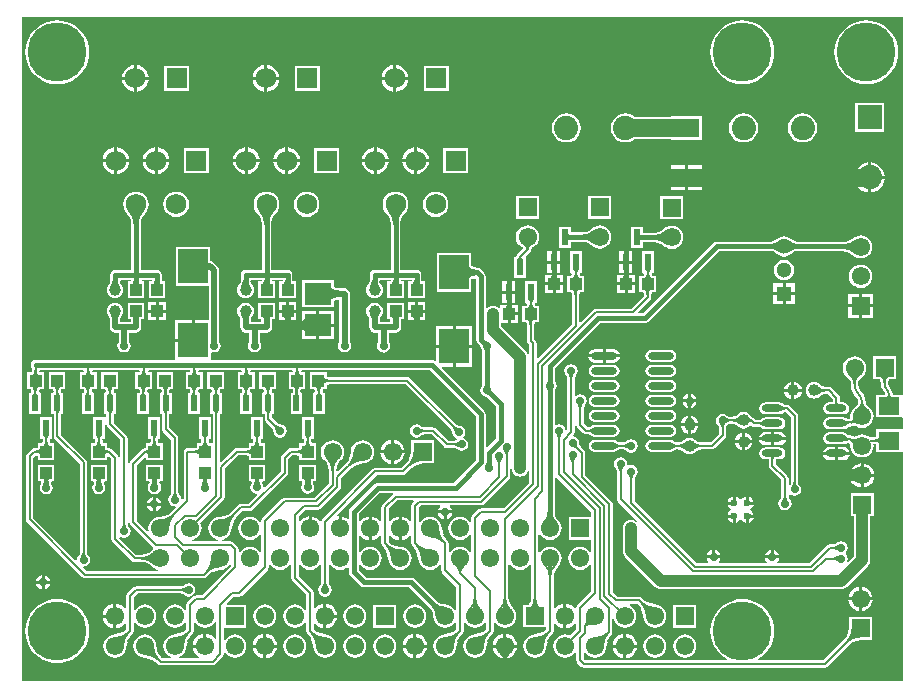
<source format=gbl>
%FSLAX25Y25*%
%MOIN*%
G70*
G01*
G75*
G04 Layer_Physical_Order=2*
G04 Layer_Color=16711680*
%ADD10C,0.00787*%
%ADD11C,0.01575*%
%ADD12C,0.02756*%
%ADD13C,0.03150*%
%ADD14C,0.01969*%
%ADD15C,0.01181*%
%ADD16C,0.03937*%
%ADD17C,0.02362*%
%ADD18C,0.05906*%
%ADD19R,0.03937X0.03937*%
%ADD20O,0.08661X0.02362*%
%ADD21C,0.03937*%
%ADD22R,0.09449X0.06693*%
%ADD23R,0.15748X0.06299*%
%ADD24R,0.07874X0.05512*%
%ADD25R,0.05512X0.07874*%
%ADD26R,0.01181X0.02874*%
%ADD27R,0.02874X0.01181*%
%ADD28R,0.09843X0.09843*%
%ADD29C,0.05906*%
%ADD30R,0.05118X0.05118*%
%ADD31C,0.05118*%
%ADD32R,0.06890X0.06890*%
%ADD33C,0.06890*%
%ADD34C,0.06102*%
%ADD35R,0.06102X0.06102*%
%ADD36R,0.06102X0.06102*%
%ADD37R,0.06102X0.06000*%
%ADD38C,0.19685*%
%ADD39R,0.08071X0.08071*%
%ADD40C,0.08071*%
%ADD41C,0.02756*%
%ADD42C,0.02362*%
%ADD43R,0.10039X0.11614*%
%ADD44R,0.03937X0.03937*%
%ADD45R,0.08976X0.07480*%
%ADD46R,0.02362X0.05512*%
%ADD47R,0.08583X0.06378*%
%ADD48O,0.07008X0.02362*%
%ADD49R,0.07087X0.05906*%
G36*
X295500Y97449D02*
X295500D01*
X295331D01*
X295146Y97449D01*
X295146Y97449D01*
Y97449D01*
X292309D01*
X292274Y97501D01*
X292216Y97793D01*
X292206D01*
Y97793D01*
X292206D01*
X292107Y98547D01*
X291816Y99250D01*
X291353Y99853D01*
X291352Y99852D01*
X291318Y99874D01*
X290858Y100562D01*
X290696Y101374D01*
X290704Y101414D01*
Y101414D01*
X290722D01*
X290707Y101523D01*
X290721Y101590D01*
X290865Y102314D01*
X291097Y102661D01*
X293339D01*
Y110339D01*
X285661D01*
Y102661D01*
X287903D01*
X287961Y102575D01*
X288135Y102314D01*
X288279Y101593D01*
X288293Y101523D01*
X288279Y101423D01*
Y101423D01*
X288278Y101414D01*
X288279Y101414D01*
X288279D01*
X288437Y100215D01*
X288900Y99097D01*
X289637Y98137D01*
D01*
X289637Y98137D01*
D01*
D01*
X289752Y97866D01*
X289477Y97449D01*
X286669D01*
Y89969D01*
X295146D01*
X295146Y89969D01*
Y89969D01*
X295331Y89969D01*
X295500Y89799D01*
Y86032D01*
X295500D01*
X295331D01*
X295146Y86032D01*
X295146Y86032D01*
Y86032D01*
X286669D01*
Y83601D01*
X286624Y83571D01*
X286617Y83566D01*
X286325Y83508D01*
Y83508D01*
Y83508D01*
D01*
D01*
D01*
X286325D01*
X286325D01*
D01*
D01*
X286325Y83508D01*
Y83508D01*
D01*
Y83508D01*
D01*
X284894Y83367D01*
X284661Y83296D01*
X283936Y83853D01*
X283002Y84240D01*
X282000Y84372D01*
X280998Y84240D01*
X280064Y83853D01*
X279979Y83788D01*
X279937Y83795D01*
X279937Y83795D01*
X279780Y83691D01*
X279346Y83604D01*
X279233Y83627D01*
X278819Y83752D01*
X278788Y83773D01*
X278783Y83763D01*
X278671Y83797D01*
X278635Y83822D01*
X278507Y83847D01*
X277869Y84040D01*
X277414Y84085D01*
X277401Y84118D01*
X277401D01*
X277346Y84128D01*
X277238Y84290D01*
X277238Y84290D01*
X277151Y84419D01*
X276500Y84854D01*
X275732Y85007D01*
X271087D01*
X270319Y84854D01*
X269667Y84419D01*
X269232Y83768D01*
X269080Y83000D01*
X269232Y82232D01*
X269667Y81581D01*
X270319Y81146D01*
X271087Y80993D01*
X275732D01*
X276500Y81146D01*
X276706Y81283D01*
X276828Y81364D01*
X276855Y81323D01*
X276992Y81414D01*
X277314Y81478D01*
X277474Y81446D01*
X277474Y81446D01*
X278045Y81121D01*
X278050Y81113D01*
X278136Y80679D01*
X278128Y80639D01*
X278128D01*
X278144Y80620D01*
X278142Y80608D01*
X278140Y80595D01*
X278140Y80593D01*
X278128Y80500D01*
X278260Y79498D01*
X278647Y78564D01*
X279262Y77762D01*
X280064Y77147D01*
X280998Y76760D01*
X282000Y76628D01*
X283002Y76760D01*
X283936Y77147D01*
X284738Y77762D01*
X285353Y78564D01*
X285740Y79498D01*
X285872Y80500D01*
X285802Y81033D01*
X286278Y81096D01*
X286325Y81087D01*
X286325D01*
Y81083D01*
Y81075D01*
X286617Y81017D01*
X286669Y80982D01*
Y78551D01*
X295146D01*
X295146Y78551D01*
Y78551D01*
X295331Y78551D01*
X295500Y78382D01*
Y2000D01*
X2000D01*
Y223500D01*
X295500D01*
Y97449D01*
D02*
G37*
%LPC*%
G36*
X86602Y104965D02*
X81091D01*
Y99453D01*
X82449D01*
X82729Y98778D01*
X82746Y98644D01*
X82417Y98268D01*
X82075D01*
Y91181D01*
X82839D01*
Y89457D01*
X82839Y89457D01*
X82931Y88996D01*
X83192Y88605D01*
X85468Y86329D01*
X85465Y86326D01*
X85463Y86323D01*
X85470Y86317D01*
X85528Y86231D01*
X85718Y85947D01*
X85800Y85537D01*
X85792Y85500D01*
X85960Y84655D01*
X86439Y83939D01*
X87155Y83460D01*
X88000Y83292D01*
X88845Y83460D01*
X89561Y83939D01*
X90040Y84655D01*
X90208Y85500D01*
X90040Y86345D01*
X89561Y87061D01*
X88845Y87540D01*
X88000Y87708D01*
X87963Y87700D01*
X87553Y87782D01*
X87182Y88029D01*
X87177Y88037D01*
X87174Y88035D01*
X87171Y88032D01*
X85247Y89956D01*
Y91181D01*
X86012D01*
Y98268D01*
X85247D01*
Y98934D01*
X85351Y99453D01*
X86602D01*
Y104965D01*
D02*
G37*
G36*
X218098Y87507D02*
X211799D01*
X211031Y87354D01*
X210380Y86919D01*
X209945Y86268D01*
X209792Y85500D01*
X209945Y84732D01*
X210380Y84081D01*
X211031Y83646D01*
X211799Y83493D01*
X218098D01*
X218866Y83646D01*
X219518Y84081D01*
X219953Y84732D01*
X220106Y85500D01*
X219953Y86268D01*
X219518Y86919D01*
X218866Y87354D01*
X218098Y87507D01*
D02*
G37*
G36*
X243000Y84885D02*
Y82457D01*
X245428D01*
X245392Y82732D01*
X245093Y83454D01*
X244617Y84074D01*
X243997Y84550D01*
X243275Y84849D01*
X243000Y84885D01*
D02*
G37*
G36*
X205000Y82708D02*
X204155Y82540D01*
X203439Y82061D01*
X203418Y82029D01*
X203071Y81797D01*
X202633Y81711D01*
X202624Y81712D01*
Y81709D01*
Y81704D01*
X201102D01*
Y81708D01*
Y81718D01*
X200840Y81770D01*
X200622Y81916D01*
X200620Y81919D01*
X199969Y82354D01*
X199201Y82507D01*
X192902D01*
X192133Y82354D01*
X191482Y81919D01*
X191047Y81268D01*
X190894Y80500D01*
X191047Y79732D01*
X191482Y79081D01*
X192133Y78646D01*
X192902Y78493D01*
X199201D01*
X199969Y78646D01*
X200620Y79081D01*
X200622Y79084D01*
X200840Y79230D01*
X201102Y79282D01*
Y79292D01*
Y79296D01*
X202624D01*
Y79288D01*
X202633Y79289D01*
X203071Y79203D01*
X203418Y78970D01*
X203439Y78939D01*
X204155Y78460D01*
X205000Y78292D01*
X205845Y78460D01*
X206561Y78939D01*
X207040Y79655D01*
X207208Y80500D01*
X207040Y81345D01*
X206561Y82061D01*
X205845Y82540D01*
X205000Y82708D01*
D02*
G37*
G36*
X103532Y104965D02*
X98020D01*
Y99453D01*
X99378D01*
X99658Y98778D01*
X99676Y98644D01*
X99346Y98268D01*
X99004D01*
Y91181D01*
X102941D01*
Y98268D01*
X102177D01*
Y98934D01*
X102280Y99453D01*
X103532D01*
Y100756D01*
X103906Y100911D01*
X104520Y100992D01*
X104578Y100985D01*
Y101004D01*
X129942D01*
X145043Y85904D01*
Y85904D01*
X145043Y85903D01*
X145038Y85898D01*
X145038D01*
X145038Y85898D01*
X145038Y85898D01*
D01*
X145045Y85892D01*
X145293Y85522D01*
X145375Y85112D01*
X145367Y85075D01*
X145535Y84230D01*
X146014Y83514D01*
X146730Y83035D01*
X146817Y83018D01*
X146915Y82527D01*
X146571Y82297D01*
X146133Y82211D01*
X146124Y82212D01*
Y82209D01*
Y82204D01*
X143999D01*
X139851Y86352D01*
X139461Y86613D01*
X139000Y86704D01*
X139000Y86704D01*
X135876D01*
Y86709D01*
Y86712D01*
X135867Y86711D01*
X135429Y86797D01*
X135082Y87029D01*
X135061Y87061D01*
X134345Y87540D01*
X133500Y87708D01*
X132655Y87540D01*
X131939Y87061D01*
X131460Y86345D01*
X131292Y85500D01*
X131460Y84655D01*
X131939Y83939D01*
X132655Y83460D01*
X133500Y83292D01*
X134345Y83460D01*
X135061Y83939D01*
X135082Y83970D01*
X135429Y84202D01*
X135534Y84223D01*
X135867Y84289D01*
X135876Y84288D01*
Y84296D01*
X138501D01*
X142648Y80149D01*
X143039Y79887D01*
X143500Y79796D01*
X146124D01*
Y79788D01*
X146133Y79789D01*
X146571Y79703D01*
X146918Y79470D01*
X146939Y79439D01*
X147655Y78960D01*
X148500Y78792D01*
X149345Y78960D01*
X150061Y79439D01*
X150540Y80155D01*
X150708Y81000D01*
X150540Y81845D01*
X150061Y82561D01*
X149345Y83040D01*
X149225Y83064D01*
X149136Y83514D01*
X149615Y84230D01*
X149783Y85075D01*
X149615Y85920D01*
X149136Y86636D01*
X148420Y87115D01*
X147575Y87283D01*
X147538Y87275D01*
X147128Y87357D01*
X146948Y87477D01*
X146757Y87604D01*
X146751Y87612D01*
D01*
X146751Y87612D01*
X146751Y87612D01*
X146751Y87612D01*
X146746Y87607D01*
X131292Y103060D01*
X130902Y103321D01*
X130441Y103413D01*
X130441Y103413D01*
X104597D01*
X104578Y103433D01*
Y103433D01*
D01*
D01*
D01*
X104578D01*
X104578D01*
D01*
D01*
X104576Y103433D01*
Y103433D01*
D01*
Y103433D01*
X104520Y103425D01*
X103906Y103506D01*
X103532Y103661D01*
Y104965D01*
D02*
G37*
G36*
X242000Y84885D02*
X241725Y84849D01*
X241003Y84550D01*
X240383Y84074D01*
X239907Y83454D01*
X239608Y82732D01*
X239572Y82457D01*
X242000D01*
Y84885D01*
D02*
G37*
G36*
X251650Y85224D02*
X249827D01*
X248976Y85054D01*
X248254Y84572D01*
X247772Y83851D01*
X247702Y83500D01*
X251650D01*
Y85224D01*
D02*
G37*
G36*
X225000Y90472D02*
Y88043D01*
X227428D01*
X227392Y88318D01*
X227093Y89040D01*
X226617Y89661D01*
X225997Y90136D01*
X225275Y90435D01*
X225000Y90472D01*
D02*
G37*
G36*
X199201Y92507D02*
X192902D01*
X192133Y92354D01*
X191482Y91919D01*
X191047Y91268D01*
X190894Y90500D01*
X191047Y89732D01*
X191482Y89081D01*
X192133Y88646D01*
X192902Y88493D01*
X199201D01*
X199969Y88646D01*
X200620Y89081D01*
X201055Y89732D01*
X201208Y90500D01*
X201055Y91268D01*
X200620Y91919D01*
X199969Y92354D01*
X199201Y92507D01*
D02*
G37*
G36*
X218098D02*
X211799D01*
X211031Y92354D01*
X210380Y91919D01*
X209945Y91268D01*
X209792Y90500D01*
X209945Y89732D01*
X210380Y89081D01*
X211031Y88646D01*
X211799Y88493D01*
X218098D01*
X218866Y88646D01*
X219518Y89081D01*
X219953Y89732D01*
X220106Y90500D01*
X219953Y91268D01*
X219518Y91919D01*
X218866Y92354D01*
X218098Y92507D01*
D02*
G37*
G36*
X224000Y90472D02*
X223725Y90435D01*
X223003Y90136D01*
X222383Y89661D01*
X221907Y89040D01*
X221608Y88318D01*
X221572Y88043D01*
X224000D01*
Y90472D01*
D02*
G37*
G36*
X254472Y85224D02*
X252650D01*
Y83500D01*
X256597D01*
X256527Y83851D01*
X256045Y84572D01*
X255324Y85054D01*
X254472Y85224D01*
D02*
G37*
G36*
X224000Y87043D02*
X221572D01*
X221608Y86768D01*
X221907Y86046D01*
X222383Y85426D01*
X223003Y84950D01*
X223725Y84651D01*
X224000Y84615D01*
Y87043D01*
D02*
G37*
G36*
X227428D02*
X225000D01*
Y84615D01*
X225275Y84651D01*
X225997Y84950D01*
X226617Y85426D01*
X227093Y86046D01*
X227392Y86768D01*
X227428Y87043D01*
D02*
G37*
G36*
X129520Y78000D02*
X126000D01*
Y74480D01*
X126558Y74553D01*
X127543Y74961D01*
X128389Y75611D01*
X129039Y76457D01*
X129447Y77442D01*
X129520Y78000D01*
D02*
G37*
G36*
X272909Y77500D02*
X268962D01*
X269032Y77149D01*
X269514Y76428D01*
X270236Y75946D01*
X271087Y75776D01*
X272909D01*
Y77500D01*
D02*
G37*
G36*
X277857D02*
X273909D01*
Y75776D01*
X275732D01*
X276583Y75946D01*
X277305Y76428D01*
X277787Y77149D01*
X277857Y77500D01*
D02*
G37*
G36*
X125000Y78000D02*
X121480D01*
X121553Y77442D01*
X121961Y76457D01*
X122611Y75611D01*
X123457Y74961D01*
X124442Y74553D01*
X125000Y74480D01*
Y78000D01*
D02*
G37*
G36*
X254472Y95007D02*
X249827D01*
X249059Y94854D01*
X248408Y94419D01*
X247972Y93768D01*
X247820Y93000D01*
X247972Y92232D01*
X248408Y91581D01*
X249059Y91146D01*
X249827Y90993D01*
X254472D01*
X255241Y91146D01*
X255892Y91581D01*
X255894Y91584D01*
X256112Y91730D01*
X256373Y91782D01*
Y91792D01*
Y91796D01*
X256501D01*
X258296Y90001D01*
Y68376D01*
X258288D01*
X258289Y68367D01*
X258203Y67929D01*
X257978Y67593D01*
X257756Y67661D01*
X257500Y67798D01*
Y69705D01*
X257408Y70166D01*
X257147Y70556D01*
X257147Y70556D01*
X253354Y74349D01*
Y75993D01*
X254472D01*
X255241Y76146D01*
X255892Y76581D01*
X256327Y77232D01*
X256480Y78000D01*
X256327Y78768D01*
X255892Y79419D01*
X255241Y79854D01*
X254472Y80007D01*
X249827D01*
X249059Y79854D01*
X248408Y79419D01*
X247972Y78768D01*
X247820Y78000D01*
X247972Y77232D01*
X248408Y76581D01*
X249059Y76146D01*
X249827Y75993D01*
X250945D01*
Y73850D01*
X250945Y73850D01*
X251037Y73390D01*
X251298Y72999D01*
X255091Y69206D01*
Y63581D01*
X255083D01*
X255085Y63571D01*
X254998Y63134D01*
X254766Y62787D01*
X254734Y62766D01*
X254256Y62050D01*
X254087Y61205D01*
X254256Y60360D01*
X254734Y59644D01*
X255450Y59165D01*
X256295Y58997D01*
X257140Y59165D01*
X257856Y59644D01*
X258335Y60360D01*
X258503Y61205D01*
X258335Y62050D01*
X257856Y62766D01*
X257825Y62787D01*
X257593Y63134D01*
X257506Y63571D01*
X257507Y63581D01*
X257500D01*
Y64202D01*
X257941Y64438D01*
X258655Y63960D01*
X259500Y63792D01*
X260345Y63960D01*
X261061Y64439D01*
X261540Y65155D01*
X261708Y66000D01*
X261540Y66845D01*
X261061Y67561D01*
X261030Y67582D01*
X260798Y67929D01*
X260711Y68367D01*
X260712Y68376D01*
X260704D01*
Y90500D01*
X260613Y90961D01*
X260508Y91117D01*
X260351Y91351D01*
X260351Y91351D01*
X257852Y93852D01*
X257461Y94113D01*
X257000Y94204D01*
X257000Y94204D01*
X256373D01*
Y94208D01*
Y94218D01*
X256112Y94270D01*
X255894Y94416D01*
X255892Y94419D01*
X255241Y94854D01*
X254472Y95007D01*
D02*
G37*
G36*
X281500Y74678D02*
X280942Y74604D01*
X279957Y74196D01*
X279111Y73547D01*
X278461Y72701D01*
X278053Y71715D01*
X277980Y71157D01*
X281500D01*
Y74678D01*
D02*
G37*
G36*
X282500D02*
Y71157D01*
X286020D01*
X285947Y71715D01*
X285539Y72701D01*
X284889Y73547D01*
X284043Y74196D01*
X283058Y74604D01*
X282500Y74678D01*
D02*
G37*
G36*
X272909Y80224D02*
X271087D01*
X270236Y80054D01*
X269514Y79572D01*
X269032Y78851D01*
X268962Y78500D01*
X272909D01*
Y80224D01*
D02*
G37*
G36*
X245428Y81457D02*
X243000D01*
Y79028D01*
X243275Y79065D01*
X243997Y79364D01*
X244617Y79839D01*
X245093Y80460D01*
X245392Y81182D01*
X245428Y81457D01*
D02*
G37*
G36*
X251650Y82500D02*
X247702D01*
X247772Y82149D01*
X248254Y81428D01*
X248976Y80945D01*
X249827Y80776D01*
X251650D01*
Y82500D01*
D02*
G37*
G36*
X256597D02*
X252650D01*
Y80776D01*
X254472D01*
X255324Y80945D01*
X256045Y81428D01*
X256527Y82149D01*
X256597Y82500D01*
D02*
G37*
G36*
X242000Y81457D02*
X239572D01*
X239608Y81182D01*
X239907Y80460D01*
X240383Y79839D01*
X241003Y79364D01*
X241725Y79065D01*
X242000Y79028D01*
Y81457D01*
D02*
G37*
G36*
X275732Y80224D02*
X273909D01*
Y78500D01*
X277857D01*
X277787Y78851D01*
X277305Y79572D01*
X276583Y80054D01*
X275732Y80224D01*
D02*
G37*
G36*
X125000Y82520D02*
X124442Y82447D01*
X123457Y82039D01*
X122611Y81389D01*
X121961Y80543D01*
X121553Y79558D01*
X121480Y79000D01*
X125000D01*
Y82520D01*
D02*
G37*
G36*
X126000D02*
Y79000D01*
X129520D01*
X129447Y79558D01*
X129039Y80543D01*
X128389Y81389D01*
X127543Y82039D01*
X126558Y82447D01*
X126000Y82520D01*
D02*
G37*
G36*
X201325Y110000D02*
X196551D01*
Y108276D01*
X199201D01*
X200052Y108446D01*
X200773Y108928D01*
X201255Y109649D01*
X201325Y110000D01*
D02*
G37*
G36*
X218098Y112507D02*
X211799D01*
X211031Y112354D01*
X210380Y111919D01*
X209945Y111268D01*
X209792Y110500D01*
X209945Y109732D01*
X210380Y109081D01*
X211031Y108646D01*
X211799Y108493D01*
X218098D01*
X218866Y108646D01*
X219518Y109081D01*
X219953Y109732D01*
X220106Y110500D01*
X219953Y111268D01*
X219518Y111919D01*
X218866Y112354D01*
X218098Y112507D01*
D02*
G37*
G36*
X195551Y112724D02*
X192902D01*
X192051Y112555D01*
X191329Y112073D01*
X190847Y111351D01*
X190777Y111000D01*
X195551D01*
Y112724D01*
D02*
G37*
G36*
Y110000D02*
X190777D01*
X190847Y109649D01*
X191329Y108928D01*
X192051Y108446D01*
X192902Y108276D01*
X195551D01*
Y110000D01*
D02*
G37*
G36*
X199201Y107507D02*
X192902D01*
X192133Y107354D01*
X191482Y106919D01*
X191047Y106268D01*
X190894Y105500D01*
X191047Y104732D01*
X191482Y104081D01*
X192133Y103646D01*
X192902Y103493D01*
X199201D01*
X199969Y103646D01*
X200620Y104081D01*
X201055Y104732D01*
X201208Y105500D01*
X201055Y106268D01*
X200620Y106919D01*
X199969Y107354D01*
X199201Y107507D01*
D02*
G37*
G36*
X218098D02*
X211799D01*
X211031Y107354D01*
X210380Y106919D01*
X209945Y106268D01*
X209792Y105500D01*
X209945Y104732D01*
X210380Y104081D01*
X211031Y103646D01*
X211799Y103493D01*
X218098D01*
X218866Y103646D01*
X219518Y104081D01*
X219953Y104732D01*
X220106Y105500D01*
X219953Y106268D01*
X219518Y106919D01*
X218866Y107354D01*
X218098Y107507D01*
D02*
G37*
G36*
X152020Y113197D02*
X146500D01*
Y106890D01*
X152020D01*
Y113197D01*
D02*
G37*
G36*
X105925Y135764D02*
X95374D01*
Y126709D01*
X105925D01*
Y128932D01*
X106790Y129290D01*
X107318Y129360D01*
X107694Y129030D01*
Y115096D01*
X107460Y114746D01*
X107292Y113902D01*
X107460Y113057D01*
X107939Y112340D01*
X108655Y111862D01*
X109500Y111694D01*
X110345Y111862D01*
X111061Y112340D01*
X111540Y113057D01*
X111708Y113902D01*
X111540Y114746D01*
X111306Y115096D01*
Y131236D01*
X111169Y131928D01*
X110777Y132513D01*
X110191Y132905D01*
X109500Y133043D01*
X108051D01*
Y133049D01*
X107990Y133043D01*
X107850D01*
X106790Y133182D01*
X105925Y133540D01*
Y135764D01*
D02*
G37*
G36*
X145500Y120504D02*
X139980D01*
Y114197D01*
X145500D01*
Y120504D01*
D02*
G37*
G36*
X152020D02*
X146500D01*
Y114197D01*
X152020D01*
Y120504D01*
D02*
G37*
G36*
X76500Y128236D02*
X75781Y128142D01*
X75110Y127864D01*
X74534Y127422D01*
X74093Y126847D01*
X73815Y126176D01*
X73720Y125457D01*
X73815Y124737D01*
X74093Y124067D01*
X74435Y123621D01*
X74527Y123483D01*
X74534Y123491D01*
X74563Y123469D01*
X74694Y123154D01*
Y123089D01*
X74693Y123081D01*
X74694D01*
Y120000D01*
X74831Y119309D01*
X75223Y118723D01*
X75809Y118331D01*
X76500Y118194D01*
X77694D01*
Y115096D01*
X77460Y114746D01*
X77292Y113902D01*
X77460Y113057D01*
X77939Y112340D01*
X78655Y111862D01*
X79500Y111694D01*
X80345Y111862D01*
X81061Y112340D01*
X81540Y113057D01*
X81708Y113902D01*
X81540Y114746D01*
X81306Y115096D01*
Y118194D01*
X83500D01*
X84191Y118331D01*
X84777Y118723D01*
X85169Y119309D01*
X85306Y120000D01*
Y122701D01*
X86256D01*
Y128213D01*
X80744D01*
Y122701D01*
X81694D01*
Y121806D01*
X78306D01*
Y123080D01*
X78307D01*
X78306Y123089D01*
Y123154D01*
X78437Y123469D01*
X78465Y123491D01*
X78473Y123483D01*
X78565Y123621D01*
X78907Y124067D01*
X79185Y124737D01*
X79280Y125457D01*
X79185Y126176D01*
X78907Y126847D01*
X78465Y127422D01*
X77890Y127864D01*
X77219Y128142D01*
X76500Y128236D01*
D02*
G37*
G36*
X199201Y112724D02*
X196551D01*
Y111000D01*
X201325D01*
X201255Y111351D01*
X200773Y112073D01*
X200052Y112555D01*
X199201Y112724D01*
D02*
G37*
G36*
X119500Y128236D02*
X118781Y128142D01*
X118110Y127864D01*
X117534Y127422D01*
X117093Y126847D01*
X116815Y126176D01*
X116720Y125457D01*
X116815Y124737D01*
X117093Y124067D01*
X117435Y123621D01*
X117527Y123483D01*
X117534Y123491D01*
X117563Y123469D01*
X117694Y123154D01*
Y123089D01*
X117693Y123081D01*
X117694D01*
Y120000D01*
X117831Y119309D01*
X118223Y118723D01*
X118809Y118331D01*
X119500Y118194D01*
X120694D01*
Y115096D01*
X120460Y114746D01*
X120292Y113902D01*
X120460Y113057D01*
X120939Y112340D01*
X121655Y111862D01*
X121739Y111845D01*
X121907Y111733D01*
X122598Y111595D01*
X123290Y111733D01*
X123876Y112124D01*
X123987Y112291D01*
X124061Y112340D01*
X124540Y113057D01*
X124708Y113902D01*
X124540Y114746D01*
X124306Y115096D01*
Y118194D01*
X126500D01*
X127191Y118331D01*
X127777Y118723D01*
X128169Y119309D01*
X128306Y120000D01*
X128306Y120000D01*
X128306Y120000D01*
Y120000D01*
Y122701D01*
X129256D01*
Y128213D01*
X123744D01*
Y122701D01*
X124694D01*
Y121806D01*
X121306D01*
Y123080D01*
X121308D01*
X121306Y123089D01*
Y123154D01*
X121437Y123469D01*
X121466Y123491D01*
X121473Y123483D01*
X121565Y123621D01*
X121907Y124067D01*
X122185Y124737D01*
X122280Y125457D01*
X122185Y126176D01*
X121907Y126847D01*
X121466Y127422D01*
X120890Y127864D01*
X120219Y128142D01*
X119500Y128236D01*
D02*
G37*
G36*
X33000D02*
X32281Y128142D01*
X31610Y127864D01*
X31034Y127422D01*
X30593Y126847D01*
X30315Y126176D01*
X30220Y125457D01*
X30315Y124737D01*
X30593Y124067D01*
X30935Y123621D01*
X31027Y123483D01*
X31034Y123491D01*
X31063Y123469D01*
X31194Y123154D01*
Y123089D01*
X31193Y123081D01*
X31194D01*
Y120000D01*
X31331Y119309D01*
X31723Y118723D01*
X32309Y118331D01*
X33000Y118194D01*
X34194D01*
Y115096D01*
X33960Y114746D01*
X33792Y113902D01*
X33960Y113057D01*
X34439Y112340D01*
X35155Y111862D01*
X36000Y111694D01*
X36845Y111862D01*
X37561Y112340D01*
X38040Y113057D01*
X38208Y113902D01*
X38040Y114746D01*
X37806Y115096D01*
Y118194D01*
X40000D01*
X40691Y118331D01*
X41277Y118723D01*
X41669Y119309D01*
X41806Y120000D01*
X41806Y120000D01*
X41806Y120000D01*
Y120000D01*
Y122701D01*
X42756D01*
Y128213D01*
X37244D01*
Y122701D01*
X38194D01*
Y121806D01*
X34806D01*
Y123081D01*
X34807D01*
X34806Y123089D01*
Y123154D01*
X34937Y123469D01*
X34966Y123491D01*
X34973Y123483D01*
X35065Y123621D01*
X35407Y124067D01*
X35685Y124737D01*
X35780Y125457D01*
X35685Y126176D01*
X35407Y126847D01*
X34966Y127422D01*
X34390Y127864D01*
X33719Y128142D01*
X33000Y128236D01*
D02*
G37*
G36*
X279500Y110372D02*
X278498Y110240D01*
X277564Y109853D01*
X276762Y109238D01*
X276147Y108436D01*
X275760Y107502D01*
X275628Y106500D01*
X275760Y105498D01*
X276147Y104564D01*
X276762Y103762D01*
X277012Y103571D01*
X277034Y103538D01*
X277127Y103476D01*
X277137Y103411D01*
X277137Y103411D01*
X277137Y103411D01*
X277442Y103178D01*
X277904Y102575D01*
X278195Y101874D01*
X278284Y101200D01*
X278273Y101123D01*
D01*
X278273Y101122D01*
X278288Y101121D01*
X278410Y99886D01*
X278770Y98698D01*
X279356Y97603D01*
X280143Y96643D01*
X280149Y96649D01*
X280182Y96626D01*
X280642Y95938D01*
X280804Y95126D01*
X280796Y95086D01*
Y95086D01*
X280784D01*
X280791Y95031D01*
X280672Y94433D01*
X280302Y93879D01*
X279970Y93658D01*
X279984Y93634D01*
X279262Y93080D01*
X278647Y92278D01*
X278260Y91345D01*
X278128Y90342D01*
X278157Y90126D01*
X278150Y90093D01*
X278164Y90021D01*
X278132Y89977D01*
X278132D01*
X278145Y89914D01*
X278093Y89655D01*
X277662Y89498D01*
D01*
D01*
D01*
X277662Y89498D01*
D01*
X277469Y89460D01*
X277059Y89541D01*
X276874Y89665D01*
X276846Y89624D01*
X276500Y89854D01*
X275732Y90007D01*
X271087D01*
X270319Y89854D01*
X269667Y89419D01*
X269232Y88768D01*
X269080Y88000D01*
X269232Y87232D01*
X269667Y86581D01*
X270319Y86146D01*
X271087Y85993D01*
X275732D01*
X276500Y86146D01*
X277151Y86581D01*
X277347Y86873D01*
X277392Y86862D01*
X277392D01*
X277398Y86878D01*
X278144Y86952D01*
X278745Y87134D01*
X278876Y87160D01*
X278913Y87185D01*
X279023Y87218D01*
X279030Y87208D01*
X279064Y87231D01*
X279239Y87284D01*
X279363Y87309D01*
X279622Y87257D01*
X279748Y87173D01*
X279748Y87173D01*
X279748Y87173D01*
X279813Y87183D01*
X280064Y86989D01*
X280998Y86603D01*
X282000Y86471D01*
X283002Y86603D01*
X283936Y86989D01*
X284738Y87605D01*
X285353Y88407D01*
X285740Y89340D01*
X285872Y90342D01*
X285740Y91345D01*
X285353Y92278D01*
X284738Y93080D01*
X284015Y93634D01*
X284030Y93658D01*
X283698Y93879D01*
X283328Y94433D01*
X283315Y94500D01*
X283209Y95031D01*
X283216Y95086D01*
X283216D01*
X283221Y95086D01*
X283216Y95119D01*
D01*
X283063Y96285D01*
X282600Y97403D01*
X281863Y98363D01*
X281863Y98363D01*
X281738Y98488D01*
X281223Y99159D01*
X280831Y100106D01*
X280727Y100899D01*
X280727Y101122D01*
X280727D01*
X280716Y101200D01*
X280805Y101874D01*
X281096Y102575D01*
X281558Y103178D01*
X281862Y103411D01*
X281862Y103411D01*
X281862Y103411D01*
X281873Y103476D01*
X281966Y103538D01*
X281988Y103571D01*
X282238Y103762D01*
X282853Y104564D01*
X283240Y105498D01*
X283372Y106500D01*
X283240Y107502D01*
X282853Y108436D01*
X282238Y109238D01*
X281436Y109853D01*
X280502Y110240D01*
X279500Y110372D01*
D02*
G37*
G36*
X199201Y97507D02*
X192902D01*
X192133Y97354D01*
X191482Y96919D01*
X191047Y96268D01*
X190894Y95500D01*
X191047Y94732D01*
X191482Y94081D01*
X192133Y93646D01*
X192902Y93493D01*
X199201D01*
X199969Y93646D01*
X200620Y94081D01*
X201055Y94732D01*
X201208Y95500D01*
X201055Y96268D01*
X200620Y96919D01*
X199969Y97354D01*
X199201Y97507D01*
D02*
G37*
G36*
X218098D02*
X211799D01*
X211031Y97354D01*
X210380Y96919D01*
X209945Y96268D01*
X209792Y95500D01*
X209945Y94732D01*
X210380Y94081D01*
X211031Y93646D01*
X211799Y93493D01*
X218098D01*
X218866Y93646D01*
X219518Y94081D01*
X219953Y94732D01*
X220106Y95500D01*
X219953Y96268D01*
X219518Y96919D01*
X218866Y97354D01*
X218098Y97507D01*
D02*
G37*
G36*
X224000Y97825D02*
X223572Y97740D01*
X222786Y97214D01*
X222260Y96428D01*
X222175Y96000D01*
X224000D01*
Y97825D01*
D02*
G37*
G36*
X226825Y95000D02*
X225000D01*
Y93175D01*
X225428Y93260D01*
X226214Y93786D01*
X226740Y94572D01*
X226825Y95000D01*
D02*
G37*
G36*
X266043Y101780D02*
X265324Y101685D01*
X264653Y101407D01*
X264078Y100965D01*
X263636Y100390D01*
X263358Y99719D01*
X263264Y99000D01*
X263358Y98281D01*
X263636Y97610D01*
X264078Y97035D01*
X264653Y96593D01*
X265324Y96315D01*
X266043Y96220D01*
X266763Y96315D01*
X267433Y96593D01*
X268009Y97035D01*
X268012Y97032D01*
X268549Y97444D01*
X269174Y97703D01*
X269284Y97717D01*
X269788Y97783D01*
X269845Y97776D01*
Y97796D01*
X270501D01*
X272205Y96092D01*
Y95007D01*
X271087D01*
X270319Y94854D01*
X269667Y94419D01*
X269232Y93768D01*
X269080Y93000D01*
X269232Y92232D01*
X269667Y91581D01*
X270319Y91146D01*
X271087Y90993D01*
X275732D01*
X276500Y91146D01*
X277151Y91581D01*
X277587Y92232D01*
X277739Y93000D01*
X277587Y93768D01*
X277151Y94419D01*
X276500Y94854D01*
X275732Y95007D01*
X274614D01*
Y96591D01*
X274614Y96591D01*
X274522Y97051D01*
X274261Y97442D01*
X274261Y97442D01*
X271851Y99852D01*
X271461Y100113D01*
X271000Y100204D01*
X271000Y100204D01*
X269845D01*
Y100224D01*
X269788Y100216D01*
X269174Y100297D01*
X268549Y100556D01*
X268012Y100968D01*
X268009Y100965D01*
X267433Y101407D01*
X266763Y101685D01*
X266043Y101780D01*
D02*
G37*
G36*
X242500Y91823D02*
X241781Y91728D01*
X241110Y91451D01*
X240534Y91009D01*
X240532Y91012D01*
X239995Y90600D01*
X239369Y90341D01*
X238756Y90260D01*
X238700Y90267D01*
Y90267D01*
D01*
Y90267D01*
X238698Y90267D01*
D01*
D01*
X238698D01*
X238698D01*
D01*
D01*
D01*
Y90267D01*
X238678Y90247D01*
X237981D01*
Y90256D01*
X237914Y90247D01*
X237772D01*
Y90255D01*
X237383Y90332D01*
X237078Y90536D01*
X237061Y90561D01*
X236345Y91040D01*
X235500Y91208D01*
X234655Y91040D01*
X233939Y90561D01*
X233460Y89845D01*
X233292Y89000D01*
X233460Y88155D01*
X233939Y87439D01*
X233970Y87418D01*
X234203Y87071D01*
X234275Y86708D01*
X234289Y86633D01*
X234288Y86624D01*
X234296D01*
Y84499D01*
X231501Y81704D01*
X228406D01*
Y81725D01*
X228246Y81704D01*
X228094D01*
X227252Y81872D01*
X226505Y82371D01*
X226466Y82422D01*
X225890Y82864D01*
X225219Y83142D01*
X224500Y83236D01*
X223781Y83142D01*
X223110Y82864D01*
X222534Y82422D01*
X222495Y82371D01*
X221748Y81872D01*
X220906Y81704D01*
X220754D01*
X220594Y81725D01*
Y81704D01*
X219999D01*
Y81718D01*
X219738Y81770D01*
X219520Y81916D01*
X219518Y81919D01*
X218866Y82354D01*
X218098Y82507D01*
X211799D01*
X211031Y82354D01*
X210380Y81919D01*
X209945Y81268D01*
X209792Y80500D01*
X209945Y79732D01*
X210380Y79081D01*
X211031Y78646D01*
X211799Y78493D01*
X218098D01*
X218866Y78646D01*
X219518Y79081D01*
X219520Y79084D01*
X219738Y79230D01*
X219999Y79282D01*
Y79292D01*
Y79296D01*
X220594D01*
Y79292D01*
X221303Y79199D01*
X221965Y78925D01*
X222533Y78489D01*
X222534Y78491D01*
X223110Y78049D01*
X223781Y77772D01*
X224500Y77677D01*
X225219Y77772D01*
X225890Y78049D01*
X226466Y78491D01*
X226467Y78489D01*
X227035Y78925D01*
X227697Y79199D01*
X228406Y79292D01*
Y79296D01*
X232000D01*
X232000Y79296D01*
X232461Y79387D01*
X232852Y79649D01*
X236351Y83148D01*
X236351Y83148D01*
X236613Y83539D01*
X236613Y83539D01*
X236613Y83539D01*
X236704Y84000D01*
X236704Y84000D01*
Y86624D01*
X236712D01*
X236711Y86633D01*
X236797Y87071D01*
X237030Y87418D01*
X237061Y87439D01*
X237086Y87477D01*
X237476Y87737D01*
X237981Y87837D01*
Y87839D01*
X238698D01*
Y87819D01*
X238756Y87827D01*
X239369Y87746D01*
X239995Y87487D01*
X240532Y87075D01*
X240534Y87078D01*
X241110Y86636D01*
X241781Y86358D01*
X242500Y86264D01*
X243219Y86358D01*
X243890Y86636D01*
X244465Y87078D01*
X244562Y87203D01*
X245061Y87236D01*
X245148Y87148D01*
X245539Y86887D01*
X246000Y86796D01*
X246000Y86796D01*
X247926D01*
Y86792D01*
Y86782D01*
X248187Y86730D01*
X248405Y86584D01*
X248408Y86581D01*
X249059Y86146D01*
X249827Y85993D01*
X254472D01*
X255241Y86146D01*
X255892Y86581D01*
X256327Y87232D01*
X256480Y88000D01*
X256327Y88768D01*
X255892Y89419D01*
X255241Y89854D01*
X254472Y90007D01*
X249827D01*
X249059Y89854D01*
X248408Y89419D01*
X248405Y89416D01*
X248187Y89270D01*
X247926Y89218D01*
Y89204D01*
X246499D01*
X245808Y89895D01*
X245417Y90156D01*
X245043Y90230D01*
X245035Y90250D01*
X244972Y90276D01*
X244907Y90433D01*
X244465Y91009D01*
X243890Y91451D01*
X243219Y91728D01*
X242500Y91823D01*
D02*
G37*
G36*
X224000Y95000D02*
X222175D01*
X222260Y94572D01*
X222786Y93786D01*
X223572Y93260D01*
X224000Y93175D01*
Y95000D01*
D02*
G37*
G36*
X218098Y102507D02*
X211799D01*
X211031Y102354D01*
X210380Y101919D01*
X209945Y101268D01*
X209792Y100500D01*
X209945Y99732D01*
X210380Y99081D01*
X211031Y98646D01*
X211799Y98493D01*
X218098D01*
X218866Y98646D01*
X219518Y99081D01*
X219953Y99732D01*
X220106Y100500D01*
X219953Y101268D01*
X219518Y101919D01*
X218866Y102354D01*
X218098Y102507D01*
D02*
G37*
G36*
X258457Y101928D02*
X258182Y101892D01*
X257460Y101593D01*
X256839Y101117D01*
X256364Y100497D01*
X256065Y99775D01*
X256028Y99500D01*
X258457D01*
Y101928D01*
D02*
G37*
G36*
X259457D02*
Y99500D01*
X261885D01*
X261849Y99775D01*
X261550Y100497D01*
X261074Y101117D01*
X260454Y101593D01*
X259732Y101892D01*
X259457Y101928D01*
D02*
G37*
G36*
X199201Y102507D02*
X192902D01*
X192133Y102354D01*
X191482Y101919D01*
X191047Y101268D01*
X190894Y100500D01*
X191047Y99732D01*
X191482Y99081D01*
X192133Y98646D01*
X192902Y98493D01*
X199201D01*
X199969Y98646D01*
X200620Y99081D01*
X201055Y99732D01*
X201208Y100500D01*
X201055Y101268D01*
X200620Y101919D01*
X199969Y102354D01*
X199201Y102507D01*
D02*
G37*
G36*
X225000Y97825D02*
Y96000D01*
X226825D01*
X226740Y96428D01*
X226214Y97214D01*
X225428Y97740D01*
X225000Y97825D01*
D02*
G37*
G36*
X258457Y98500D02*
X256028D01*
X256065Y98225D01*
X256364Y97503D01*
X256839Y96883D01*
X257460Y96407D01*
X258182Y96108D01*
X258457Y96072D01*
Y98500D01*
D02*
G37*
G36*
X261885D02*
X259457D01*
Y96072D01*
X259732Y96108D01*
X260454Y96407D01*
X261074Y96883D01*
X261550Y97503D01*
X261849Y98225D01*
X261885Y98500D01*
D02*
G37*
G36*
X286020Y70157D02*
X282500D01*
Y66637D01*
X283058Y66711D01*
X284043Y67119D01*
X284889Y67768D01*
X285539Y68614D01*
X285947Y69600D01*
X286020Y70157D01*
D02*
G37*
G36*
X163453Y17800D02*
Y14279D01*
X166973D01*
X166900Y14837D01*
X166492Y15823D01*
X165842Y16669D01*
X164996Y17318D01*
X164011Y17726D01*
X163453Y17800D01*
D02*
G37*
G36*
X202453D02*
X201895Y17726D01*
X200910Y17318D01*
X200064Y16669D01*
X199414Y15823D01*
X199006Y14837D01*
X198933Y14279D01*
X202453D01*
Y17800D01*
D02*
G37*
G36*
X203453D02*
Y14279D01*
X206973D01*
X206900Y14837D01*
X206492Y15823D01*
X205842Y16669D01*
X204996Y17318D01*
X204011Y17726D01*
X203453Y17800D01*
D02*
G37*
G36*
X162453D02*
X161896Y17726D01*
X160910Y17318D01*
X160064Y16669D01*
X159414Y15823D01*
X159006Y14837D01*
X158933Y14279D01*
X162453D01*
Y17800D01*
D02*
G37*
G36*
X83453D02*
Y14279D01*
X86973D01*
X86900Y14837D01*
X86492Y15823D01*
X85842Y16669D01*
X84996Y17318D01*
X84011Y17726D01*
X83453Y17800D01*
D02*
G37*
G36*
X132453D02*
X131895Y17726D01*
X130910Y17318D01*
X130064Y16669D01*
X129414Y15823D01*
X129006Y14837D01*
X128933Y14279D01*
X132453D01*
Y17800D01*
D02*
G37*
G36*
X133453D02*
Y14279D01*
X136973D01*
X136900Y14837D01*
X136492Y15823D01*
X135842Y16669D01*
X134996Y17318D01*
X134011Y17726D01*
X133453Y17800D01*
D02*
G37*
G36*
X132953Y27651D02*
X131951Y27519D01*
X131017Y27132D01*
X130215Y26517D01*
X129600Y25715D01*
X129213Y24782D01*
X129081Y23779D01*
X129213Y22777D01*
X129600Y21844D01*
X130215Y21042D01*
X131017Y20426D01*
X131951Y20040D01*
X132953Y19908D01*
X133955Y20040D01*
X134889Y20426D01*
X135691Y21042D01*
X136306Y21844D01*
X136693Y22777D01*
X136825Y23779D01*
X136693Y24782D01*
X136306Y25715D01*
X135691Y26517D01*
X134889Y27132D01*
X133955Y27519D01*
X132953Y27651D01*
D02*
G37*
G36*
X126792Y27618D02*
X119114D01*
Y19941D01*
X126792D01*
Y27618D01*
D02*
G37*
G36*
X226791D02*
X219114D01*
Y19941D01*
X226791D01*
Y27618D01*
D02*
G37*
G36*
X112953Y27651D02*
X111951Y27519D01*
X111017Y27132D01*
X110215Y26517D01*
X109600Y25715D01*
X109213Y24782D01*
X109081Y23779D01*
X109213Y22777D01*
X109600Y21844D01*
X110215Y21042D01*
X111017Y20426D01*
X111951Y20040D01*
X112953Y19908D01*
X113955Y20040D01*
X114889Y20426D01*
X115691Y21042D01*
X116306Y21844D01*
X116693Y22777D01*
X116825Y23779D01*
X116693Y24782D01*
X116306Y25715D01*
X115691Y26517D01*
X114889Y27132D01*
X113955Y27519D01*
X112953Y27651D01*
D02*
G37*
G36*
X32453Y23280D02*
X28933D01*
X29006Y22722D01*
X29414Y21736D01*
X30064Y20890D01*
X30910Y20241D01*
X31896Y19833D01*
X32453Y19759D01*
Y23280D01*
D02*
G37*
G36*
X106973D02*
X103453D01*
Y19759D01*
X104011Y19833D01*
X104996Y20241D01*
X105842Y20890D01*
X106492Y21736D01*
X106900Y22722D01*
X106973Y23280D01*
D02*
G37*
G36*
X82953Y27651D02*
X81951Y27519D01*
X81017Y27132D01*
X80215Y26517D01*
X79600Y25715D01*
X79213Y24782D01*
X79081Y23779D01*
X79213Y22777D01*
X79600Y21844D01*
X80215Y21042D01*
X81017Y20426D01*
X81951Y20040D01*
X82953Y19908D01*
X83955Y20040D01*
X84889Y20426D01*
X85691Y21042D01*
X86306Y21844D01*
X86693Y22777D01*
X86825Y23779D01*
X86693Y24782D01*
X86306Y25715D01*
X85691Y26517D01*
X84889Y27132D01*
X83955Y27519D01*
X82953Y27651D01*
D02*
G37*
G36*
X82453Y17800D02*
X81896Y17726D01*
X80910Y17318D01*
X80064Y16669D01*
X79414Y15823D01*
X79006Y14837D01*
X78933Y14279D01*
X82453D01*
Y17800D01*
D02*
G37*
G36*
X136973Y13280D02*
X133453D01*
Y9759D01*
X134011Y9833D01*
X134996Y10241D01*
X135842Y10890D01*
X136492Y11737D01*
X136900Y12722D01*
X136973Y13280D01*
D02*
G37*
G36*
X162453D02*
X158933D01*
X159006Y12722D01*
X159414Y11737D01*
X160064Y10890D01*
X160910Y10241D01*
X161896Y9833D01*
X162453Y9759D01*
Y13280D01*
D02*
G37*
G36*
X166973D02*
X163453D01*
Y9759D01*
X164011Y9833D01*
X164996Y10241D01*
X165842Y10890D01*
X166492Y11737D01*
X166900Y12722D01*
X166973Y13280D01*
D02*
G37*
G36*
X132453D02*
X128933D01*
X129006Y12722D01*
X129414Y11737D01*
X130064Y10890D01*
X130910Y10241D01*
X131895Y9833D01*
X132453Y9759D01*
Y13280D01*
D02*
G37*
G36*
X13780Y29442D02*
X12111Y29311D01*
X10485Y28920D01*
X8939Y28280D01*
X7512Y27406D01*
X6240Y26319D01*
X5153Y25047D01*
X4279Y23620D01*
X3638Y22074D01*
X3248Y20448D01*
X3117Y18779D01*
X3248Y17111D01*
X3638Y15484D01*
X4279Y13939D01*
X5153Y12512D01*
X6240Y11240D01*
X7512Y10153D01*
X8939Y9279D01*
X10485Y8638D01*
X12111Y8248D01*
X13780Y8117D01*
X15448Y8248D01*
X17074Y8638D01*
X18620Y9279D01*
X20047Y10153D01*
X21319Y11240D01*
X22406Y12512D01*
X23280Y13939D01*
X23920Y15484D01*
X24311Y17111D01*
X24442Y18779D01*
X24311Y20448D01*
X23920Y22074D01*
X23280Y23620D01*
X22406Y25047D01*
X21319Y26319D01*
X20047Y27406D01*
X18620Y28280D01*
X17074Y28920D01*
X15448Y29311D01*
X13780Y29442D01*
D02*
G37*
G36*
X82453Y13280D02*
X78933D01*
X79006Y12722D01*
X79414Y11737D01*
X80064Y10890D01*
X80910Y10241D01*
X81896Y9833D01*
X82453Y9759D01*
Y13280D01*
D02*
G37*
G36*
X86973D02*
X83453D01*
Y9759D01*
X84011Y9833D01*
X84996Y10241D01*
X85842Y10890D01*
X86492Y11737D01*
X86900Y12722D01*
X86973Y13280D01*
D02*
G37*
G36*
X122953Y17651D02*
X121951Y17519D01*
X121017Y17132D01*
X120215Y16517D01*
X119600Y15715D01*
X119213Y14782D01*
X119081Y13780D01*
X119213Y12777D01*
X119600Y11844D01*
X120215Y11042D01*
X121017Y10426D01*
X121951Y10040D01*
X122953Y9908D01*
X123955Y10040D01*
X124889Y10426D01*
X125691Y11042D01*
X126306Y11844D01*
X126693Y12777D01*
X126825Y13780D01*
X126693Y14782D01*
X126306Y15715D01*
X125691Y16517D01*
X124889Y17132D01*
X123955Y17519D01*
X122953Y17651D01*
D02*
G37*
G36*
X212953D02*
X211951Y17519D01*
X211017Y17132D01*
X210215Y16517D01*
X209600Y15715D01*
X209213Y14782D01*
X209081Y13780D01*
X209213Y12777D01*
X209600Y11844D01*
X210215Y11042D01*
X211017Y10426D01*
X211951Y10040D01*
X212953Y9908D01*
X213955Y10040D01*
X214889Y10426D01*
X215690Y11042D01*
X216306Y11844D01*
X216692Y12777D01*
X216825Y13780D01*
X216692Y14782D01*
X216306Y15715D01*
X215690Y16517D01*
X214889Y17132D01*
X213955Y17519D01*
X212953Y17651D01*
D02*
G37*
G36*
X222953D02*
X221951Y17519D01*
X221017Y17132D01*
X220215Y16517D01*
X219600Y15715D01*
X219213Y14782D01*
X219081Y13780D01*
X219213Y12777D01*
X219600Y11844D01*
X220215Y11042D01*
X221017Y10426D01*
X221951Y10040D01*
X222953Y9908D01*
X223955Y10040D01*
X224889Y10426D01*
X225691Y11042D01*
X226306Y11844D01*
X226693Y12777D01*
X226824Y13780D01*
X226693Y14782D01*
X226306Y15715D01*
X225691Y16517D01*
X224889Y17132D01*
X223955Y17519D01*
X222953Y17651D01*
D02*
G37*
G36*
X112953D02*
X111951Y17519D01*
X111017Y17132D01*
X110215Y16517D01*
X109600Y15715D01*
X109213Y14782D01*
X109081Y13780D01*
X109213Y12777D01*
X109600Y11844D01*
X110215Y11042D01*
X111017Y10426D01*
X111951Y10040D01*
X112953Y9908D01*
X113955Y10040D01*
X114889Y10426D01*
X115691Y11042D01*
X116306Y11844D01*
X116693Y12777D01*
X116825Y13780D01*
X116693Y14782D01*
X116306Y15715D01*
X115691Y16517D01*
X114889Y17132D01*
X113955Y17519D01*
X112953Y17651D01*
D02*
G37*
G36*
X202453Y13280D02*
X198933D01*
X199006Y12722D01*
X199414Y11737D01*
X200064Y10890D01*
X200910Y10241D01*
X201895Y9833D01*
X202453Y9759D01*
Y13280D01*
D02*
G37*
G36*
X206973D02*
X203453D01*
Y9759D01*
X204011Y9833D01*
X204996Y10241D01*
X205842Y10890D01*
X206492Y11737D01*
X206900Y12722D01*
X206973Y13280D01*
D02*
G37*
G36*
X92953Y17651D02*
X91951Y17519D01*
X91017Y17132D01*
X90215Y16517D01*
X89600Y15715D01*
X89213Y14782D01*
X89081Y13780D01*
X89213Y12777D01*
X89600Y11844D01*
X90215Y11042D01*
X91017Y10426D01*
X91951Y10040D01*
X92953Y9908D01*
X93955Y10040D01*
X94889Y10426D01*
X95691Y11042D01*
X96306Y11844D01*
X96693Y12777D01*
X96825Y13780D01*
X96693Y14782D01*
X96306Y15715D01*
X95691Y16517D01*
X94889Y17132D01*
X93955Y17519D01*
X92953Y17651D01*
D02*
G37*
G36*
X32453Y27800D02*
X31896Y27726D01*
X30910Y27318D01*
X30064Y26669D01*
X29414Y25823D01*
X29006Y24837D01*
X28933Y24280D01*
X32453D01*
Y27800D01*
D02*
G37*
G36*
X45500Y63325D02*
X45072Y63240D01*
X44286Y62714D01*
X43760Y61928D01*
X43675Y61500D01*
X45500D01*
Y63325D01*
D02*
G37*
G36*
X46500D02*
Y61500D01*
X48325D01*
X48240Y61928D01*
X47714Y62714D01*
X46928Y63240D01*
X46500Y63325D01*
D02*
G37*
G36*
X238898Y63526D02*
X238547Y63456D01*
X237825Y62974D01*
X237343Y62253D01*
X237273Y61902D01*
X238898D01*
Y63526D01*
D02*
G37*
G36*
X48325Y60500D02*
X46500D01*
Y58675D01*
X46928Y58760D01*
X47714Y59286D01*
X48240Y60072D01*
X48325Y60500D01*
D02*
G37*
G36*
X245853Y56571D02*
X244228D01*
Y54947D01*
X244579Y55016D01*
X245301Y55498D01*
X245783Y56220D01*
X245853Y56571D01*
D02*
G37*
G36*
X201500Y76708D02*
X200655Y76540D01*
X199939Y76061D01*
X199460Y75345D01*
X199292Y74500D01*
X199460Y73655D01*
X199939Y72939D01*
X199970Y72918D01*
X200113Y72704D01*
X200202Y72571D01*
X200290Y72133D01*
X200288Y72124D01*
X200296D01*
Y62773D01*
X200296Y62773D01*
X200387Y62312D01*
X200648Y61921D01*
X207008Y55562D01*
X206678Y55186D01*
X206390Y55407D01*
X205719Y55685D01*
X205000Y55780D01*
X204281Y55685D01*
X203610Y55407D01*
X203034Y54966D01*
X202593Y54390D01*
X202315Y53719D01*
X202220Y53000D01*
Y45500D01*
X202220Y45500D01*
X202220D01*
X202315Y44781D01*
X202593Y44110D01*
X203034Y43534D01*
X213035Y33535D01*
X213610Y33093D01*
X214281Y32815D01*
X215000Y32720D01*
X275000D01*
X275719Y32815D01*
X276390Y33093D01*
X276965Y33535D01*
X276965Y33535D01*
X276965Y33535D01*
X283965Y40534D01*
X283965Y40534D01*
X283965Y40534D01*
X284407Y41110D01*
X284604Y41584D01*
X284685Y41781D01*
X284780Y42500D01*
X284780Y42500D01*
X284780Y42500D01*
Y42500D01*
Y56976D01*
X285839D01*
Y64653D01*
X278161D01*
Y56976D01*
X279220D01*
Y43651D01*
X277489Y41921D01*
X277049Y42156D01*
X277208Y42957D01*
X277040Y43802D01*
X276561Y44518D01*
Y44939D01*
X277040Y45655D01*
X277208Y46500D01*
X277040Y47345D01*
X276561Y48061D01*
X275845Y48540D01*
X275000Y48708D01*
X274155Y48540D01*
X273439Y48061D01*
X273418Y48030D01*
X273071Y47798D01*
X272633Y47711D01*
X272624Y47712D01*
Y47709D01*
Y47704D01*
X271273D01*
X271273Y47704D01*
X270812Y47613D01*
X270421Y47352D01*
X264498Y41429D01*
X254006D01*
X253771Y41870D01*
X254240Y42572D01*
X254325Y43000D01*
X249675D01*
X249760Y42572D01*
X250229Y41870D01*
X249994Y41429D01*
X234506D01*
X234271Y41870D01*
X234740Y42572D01*
X234825Y43000D01*
X230175D01*
X230260Y42572D01*
X230729Y41870D01*
X230494Y41429D01*
X226774D01*
X206204Y61999D01*
Y69565D01*
X206212D01*
X206211Y69574D01*
X206297Y70012D01*
X206529Y70359D01*
X206561Y70380D01*
X207040Y71096D01*
X207208Y71941D01*
X207040Y72786D01*
X206561Y73502D01*
X205845Y73981D01*
X205000Y74149D01*
X204155Y73981D01*
X204063Y73919D01*
X203647Y74197D01*
X203708Y74500D01*
X203540Y75345D01*
X203061Y76061D01*
X202345Y76540D01*
X201500Y76708D01*
D02*
G37*
G36*
X45500Y60500D02*
X43675D01*
X43760Y60072D01*
X44286Y59286D01*
X45072Y58760D01*
X45500Y58675D01*
Y60500D01*
D02*
G37*
G36*
X48878Y74213D02*
X43366D01*
Y68701D01*
X44227D01*
X44545Y68314D01*
X44521Y68198D01*
X44382Y67989D01*
X44388Y67983D01*
X44414Y67963D01*
X44082Y67467D01*
X43914Y66622D01*
X44082Y65777D01*
X44561Y65061D01*
X45277Y64582D01*
X46122Y64414D01*
X46967Y64582D01*
X47683Y65061D01*
X48162Y65777D01*
X48330Y66622D01*
X48162Y67467D01*
X47830Y67963D01*
X47856Y67983D01*
X47862Y67989D01*
X47723Y68198D01*
X47699Y68314D01*
X48017Y68701D01*
X48878D01*
Y74213D01*
D02*
G37*
G36*
X99988D02*
X94476D01*
Y68701D01*
X95426D01*
Y67926D01*
X95193Y67577D01*
X95025Y66732D01*
X95193Y65887D01*
X95671Y65171D01*
X96387Y64693D01*
X97232Y64525D01*
X98077Y64693D01*
X98793Y65171D01*
X99272Y65887D01*
X99440Y66732D01*
X99272Y67577D01*
X99039Y67926D01*
Y68701D01*
X99988D01*
Y74213D01*
D02*
G37*
G36*
X281500Y70157D02*
X277980D01*
X278053Y69600D01*
X278461Y68614D01*
X279111Y67768D01*
X279957Y67119D01*
X280942Y66711D01*
X281500Y66637D01*
Y70157D01*
D02*
G37*
G36*
X30374Y74213D02*
X24862D01*
Y68701D01*
X25725D01*
X26042Y68314D01*
X26018Y68194D01*
X25878Y67985D01*
X25910Y67959D01*
X25578Y67463D01*
X25410Y66618D01*
X25578Y65773D01*
X26057Y65057D01*
X26773Y64578D01*
X27618Y64410D01*
X28463Y64578D01*
X29179Y65057D01*
X29658Y65773D01*
X29826Y66618D01*
X29658Y67463D01*
X29326Y67959D01*
X29358Y67985D01*
X29218Y68194D01*
X29194Y68314D01*
X29512Y68701D01*
X30374D01*
Y74213D01*
D02*
G37*
G36*
X244228Y63526D02*
Y61902D01*
X245853D01*
X245783Y62253D01*
X245301Y62974D01*
X244579Y63456D01*
X244228Y63526D01*
D02*
G37*
G36*
X243228D02*
X242877Y63456D01*
X242156Y62974D01*
X241813Y62461D01*
X241313D01*
X240970Y62974D01*
X240249Y63456D01*
X239898Y63526D01*
Y61402D01*
X239398D01*
Y60902D01*
X237273D01*
X237343Y60550D01*
X237825Y59829D01*
X238338Y59486D01*
Y58986D01*
X237825Y58643D01*
X237343Y57922D01*
X237273Y57571D01*
X239398D01*
Y57071D01*
X239898D01*
Y54947D01*
X240249Y55016D01*
X240970Y55498D01*
X241313Y56011D01*
X241813D01*
X242156Y55498D01*
X242877Y55016D01*
X243228Y54947D01*
Y57071D01*
X243728D01*
Y57571D01*
X245853D01*
X245783Y57922D01*
X245301Y58643D01*
X244788Y58986D01*
Y59486D01*
X245301Y59829D01*
X245783Y60550D01*
X245853Y60902D01*
X243728D01*
Y61402D01*
X243228D01*
Y63526D01*
D02*
G37*
G36*
X12807Y74213D02*
X7295D01*
Y68701D01*
X8176D01*
X8493Y68314D01*
X8458Y68137D01*
X8311Y67918D01*
X8343Y67892D01*
X8011Y67396D01*
X7843Y66551D01*
X8011Y65706D01*
X8490Y64990D01*
X9206Y64512D01*
X10051Y64343D01*
X10896Y64512D01*
X11612Y64990D01*
X12091Y65706D01*
X12259Y66551D01*
X12091Y67396D01*
X11759Y67892D01*
X11791Y67918D01*
X11645Y68137D01*
X11609Y68314D01*
X11927Y68701D01*
X12807D01*
Y74213D01*
D02*
G37*
G36*
X238898Y56571D02*
X237273D01*
X237343Y56220D01*
X237825Y55498D01*
X238547Y55016D01*
X238898Y54947D01*
Y56571D01*
D02*
G37*
G36*
X282000Y33520D02*
Y30000D01*
X285520D01*
X285447Y30558D01*
X285039Y31543D01*
X284389Y32389D01*
X283543Y33039D01*
X282558Y33447D01*
X282000Y33520D01*
D02*
G37*
G36*
X8500Y34500D02*
X6675D01*
X6760Y34072D01*
X7286Y33286D01*
X8072Y32760D01*
X8500Y32675D01*
Y34500D01*
D02*
G37*
G36*
X11325D02*
X9500D01*
Y32675D01*
X9928Y32760D01*
X10714Y33286D01*
X11240Y34072D01*
X11325Y34500D01*
D02*
G37*
G36*
X281000Y33520D02*
X280442Y33447D01*
X279457Y33039D01*
X278611Y32389D01*
X277961Y31543D01*
X277553Y30558D01*
X277480Y30000D01*
X281000D01*
Y33520D01*
D02*
G37*
G36*
X103453Y27800D02*
Y24280D01*
X106973D01*
X106900Y24837D01*
X106492Y25823D01*
X105842Y26669D01*
X104996Y27318D01*
X104011Y27726D01*
X103453Y27800D01*
D02*
G37*
G36*
X281000Y29000D02*
X277480D01*
X277553Y28442D01*
X277961Y27457D01*
X278611Y26611D01*
X279457Y25961D01*
X280442Y25553D01*
X281000Y25480D01*
Y29000D01*
D02*
G37*
G36*
X285520D02*
X282000D01*
Y25480D01*
X282558Y25553D01*
X283543Y25961D01*
X284389Y26611D01*
X285039Y27457D01*
X285447Y28442D01*
X285520Y29000D01*
D02*
G37*
G36*
X233000Y45825D02*
Y44000D01*
X234825D01*
X234740Y44428D01*
X234214Y45214D01*
X233428Y45740D01*
X233000Y45825D01*
D02*
G37*
G36*
X251500D02*
X251072Y45740D01*
X250286Y45214D01*
X249760Y44428D01*
X249675Y44000D01*
X251500D01*
Y45825D01*
D02*
G37*
G36*
X252500D02*
Y44000D01*
X254325D01*
X254240Y44428D01*
X253714Y45214D01*
X252928Y45740D01*
X252500Y45825D01*
D02*
G37*
G36*
X232000D02*
X231572Y45740D01*
X230786Y45214D01*
X230260Y44428D01*
X230175Y44000D01*
X232000D01*
Y45825D01*
D02*
G37*
G36*
X57500Y34708D02*
X56655Y34540D01*
X55939Y34061D01*
X55918Y34029D01*
X55571Y33797D01*
X55133Y33711D01*
X55124Y33712D01*
Y33709D01*
Y33704D01*
X40000D01*
X40000Y33704D01*
X39539Y33613D01*
X39149Y33351D01*
X39149Y33351D01*
X37148Y31352D01*
X36887Y30961D01*
X36796Y30500D01*
X36796Y30500D01*
Y26204D01*
X36322Y26043D01*
X35842Y26669D01*
X34996Y27318D01*
X34011Y27726D01*
X33453Y27800D01*
Y23779D01*
Y19759D01*
X34011Y19833D01*
X34996Y20241D01*
X35842Y20890D01*
X36322Y21516D01*
X36796Y21355D01*
Y19325D01*
X36638Y19168D01*
X36638Y19168D01*
X36628Y19177D01*
X36541Y19071D01*
X35569Y18325D01*
X35532Y18332D01*
X35226Y18271D01*
X35214Y18314D01*
X34410Y17981D01*
X34301Y18002D01*
X33995Y17942D01*
X33985Y17979D01*
X33207Y17657D01*
X33059Y17637D01*
X32953Y17651D01*
X31951Y17519D01*
X31017Y17132D01*
X30215Y16517D01*
X29600Y15715D01*
X29213Y14782D01*
X29081Y13780D01*
X29213Y12777D01*
X29600Y11844D01*
X30215Y11042D01*
X31017Y10426D01*
X31951Y10040D01*
X32953Y9908D01*
X33955Y10040D01*
X34889Y10426D01*
X35691Y11042D01*
X36306Y11844D01*
X36693Y12777D01*
X36825Y13780D01*
X36811Y13885D01*
X36830Y14033D01*
X37152Y14811D01*
X37115Y14821D01*
X37176Y15128D01*
X37154Y15236D01*
X37488Y16041D01*
X37445Y16052D01*
X37506Y16358D01*
X37498Y16395D01*
X37884Y16898D01*
X38245Y17368D01*
X38351Y17455D01*
X38341Y17465D01*
X38341Y17465D01*
X38851Y17975D01*
X38851Y17975D01*
X39113Y18366D01*
X39204Y18826D01*
Y21582D01*
X39678Y21743D01*
X40215Y21042D01*
X41017Y20426D01*
X41951Y20040D01*
X42953Y19908D01*
X43955Y20040D01*
X44889Y20426D01*
X45691Y21042D01*
X46306Y21844D01*
X46693Y22777D01*
X46825Y23779D01*
X46693Y24782D01*
X46306Y25715D01*
X45691Y26517D01*
X44889Y27132D01*
X43955Y27519D01*
X42953Y27651D01*
X41951Y27519D01*
X41017Y27132D01*
X40215Y26517D01*
X39678Y25817D01*
X39204Y25977D01*
Y30001D01*
X40499Y31296D01*
X55124D01*
Y31291D01*
Y31288D01*
X55133Y31289D01*
X55571Y31203D01*
X55918Y30970D01*
X55939Y30939D01*
X56655Y30460D01*
X57500Y30292D01*
X58345Y30460D01*
X59061Y30939D01*
X59540Y31655D01*
X59708Y32500D01*
X59540Y33345D01*
X59061Y34061D01*
X58345Y34540D01*
X57500Y34708D01*
D02*
G37*
G36*
X8500Y37325D02*
X8072Y37240D01*
X7286Y36714D01*
X6760Y35928D01*
X6675Y35500D01*
X8500D01*
Y37325D01*
D02*
G37*
G36*
X9500D02*
Y35500D01*
X11325D01*
X11240Y35928D01*
X10714Y36714D01*
X9928Y37240D01*
X9500Y37325D01*
D02*
G37*
G36*
X100150Y120264D02*
X95161D01*
Y116024D01*
X100150D01*
Y120264D01*
D02*
G37*
G36*
X132693Y175067D02*
X128776D01*
X128862Y174407D01*
X129310Y173325D01*
X130023Y172397D01*
X130951Y171684D01*
X132033Y171237D01*
X132693Y171150D01*
Y175067D01*
D02*
G37*
G36*
X137610D02*
X133693D01*
Y171150D01*
X134353Y171237D01*
X135434Y171684D01*
X136363Y172397D01*
X137075Y173325D01*
X137523Y174407D01*
X137610Y175067D01*
D02*
G37*
G36*
X64311Y179799D02*
X55847D01*
Y171335D01*
X64311D01*
Y179799D01*
D02*
G37*
G36*
X124224Y175067D02*
X120307D01*
Y171150D01*
X120967Y171237D01*
X122049Y171684D01*
X122977Y172397D01*
X123690Y173325D01*
X124138Y174407D01*
X124224Y175067D01*
D02*
G37*
G36*
X89693D02*
X85776D01*
X85862Y174407D01*
X86310Y173325D01*
X87023Y172397D01*
X87951Y171684D01*
X89033Y171237D01*
X89693Y171150D01*
Y175067D01*
D02*
G37*
G36*
X94610D02*
X90693D01*
Y171150D01*
X91353Y171237D01*
X92435Y171684D01*
X93363Y172397D01*
X94076Y173325D01*
X94523Y174407D01*
X94610Y175067D01*
D02*
G37*
G36*
X119307D02*
X115390D01*
X115477Y174407D01*
X115925Y173325D01*
X116637Y172397D01*
X117566Y171684D01*
X118647Y171237D01*
X119307Y171150D01*
Y175067D01*
D02*
G37*
G36*
X46193Y179984D02*
X45533Y179897D01*
X44451Y179449D01*
X43523Y178737D01*
X42810Y177808D01*
X42362Y176727D01*
X42276Y176067D01*
X46193D01*
Y179984D01*
D02*
G37*
G36*
X47193D02*
Y176067D01*
X51110D01*
X51023Y176727D01*
X50576Y177808D01*
X49863Y178737D01*
X48935Y179449D01*
X47853Y179897D01*
X47193Y179984D01*
D02*
G37*
G36*
X76307D02*
X75647Y179897D01*
X74566Y179449D01*
X73637Y178737D01*
X72925Y177808D01*
X72477Y176727D01*
X72390Y176067D01*
X76307D01*
Y179984D01*
D02*
G37*
G36*
X33807D02*
Y176067D01*
X37725D01*
X37638Y176727D01*
X37190Y177808D01*
X36477Y178737D01*
X35549Y179449D01*
X34467Y179897D01*
X33807Y179984D01*
D02*
G37*
G36*
X107811Y179799D02*
X99347D01*
Y171335D01*
X107811D01*
Y179799D01*
D02*
G37*
G36*
X150811D02*
X142347D01*
Y171335D01*
X150811D01*
Y179799D01*
D02*
G37*
G36*
X32807Y179984D02*
X32147Y179897D01*
X31065Y179449D01*
X30137Y178737D01*
X29425Y177808D01*
X28977Y176727D01*
X28890Y176067D01*
X32807D01*
Y179984D01*
D02*
G37*
G36*
X81225Y175067D02*
X77307D01*
Y171150D01*
X77967Y171237D01*
X79049Y171684D01*
X79977Y172397D01*
X80690Y173325D01*
X81138Y174407D01*
X81225Y175067D01*
D02*
G37*
G36*
X228776Y169386D02*
X223984D01*
Y165697D01*
X228776D01*
Y169386D01*
D02*
G37*
G36*
X222984Y174075D02*
X218193D01*
Y170386D01*
X222984D01*
Y174075D01*
D02*
G37*
G36*
X228776D02*
X223984D01*
Y170386D01*
X228776D01*
Y174075D01*
D02*
G37*
G36*
X222984Y169386D02*
X218193D01*
Y165697D01*
X222984D01*
Y169386D01*
D02*
G37*
G36*
X139886Y165269D02*
X138781Y165123D01*
X137751Y164697D01*
X136867Y164018D01*
X136189Y163134D01*
X135763Y162105D01*
X135617Y161000D01*
X135763Y159895D01*
X136189Y158866D01*
X136867Y157982D01*
X137751Y157303D01*
X138781Y156877D01*
X139886Y156731D01*
X140991Y156877D01*
X142020Y157303D01*
X142904Y157982D01*
X143583Y158866D01*
X144009Y159895D01*
X144155Y161000D01*
X144009Y162105D01*
X143583Y163134D01*
X142904Y164018D01*
X142020Y164697D01*
X140991Y165123D01*
X139886Y165269D01*
D02*
G37*
G36*
X284000Y169500D02*
X279487D01*
X279594Y168685D01*
X280102Y167461D01*
X280909Y166409D01*
X281961Y165602D01*
X283186Y165094D01*
X284000Y164987D01*
Y169500D01*
D02*
G37*
G36*
X289513D02*
X285000D01*
Y164987D01*
X285814Y165094D01*
X287039Y165602D01*
X288091Y166409D01*
X288898Y167461D01*
X289406Y168685D01*
X289513Y169500D01*
D02*
G37*
G36*
X46193Y175067D02*
X42276D01*
X42362Y174407D01*
X42810Y173325D01*
X43523Y172397D01*
X44451Y171684D01*
X45533Y171237D01*
X46193Y171150D01*
Y175067D01*
D02*
G37*
G36*
X51110D02*
X47193D01*
Y171150D01*
X47853Y171237D01*
X48935Y171684D01*
X49863Y172397D01*
X50576Y173325D01*
X51023Y174407D01*
X51110Y175067D01*
D02*
G37*
G36*
X76307D02*
X72390D01*
X72477Y174407D01*
X72925Y173325D01*
X73637Y172397D01*
X74566Y171684D01*
X75647Y171237D01*
X76307Y171150D01*
Y175067D01*
D02*
G37*
G36*
X37725D02*
X33807D01*
Y171150D01*
X34467Y171237D01*
X35549Y171684D01*
X36477Y172397D01*
X37190Y173325D01*
X37638Y174407D01*
X37725Y175067D01*
D02*
G37*
G36*
X284000Y175013D02*
X283186Y174906D01*
X281961Y174398D01*
X280909Y173591D01*
X280102Y172539D01*
X279594Y171315D01*
X279487Y170500D01*
X284000D01*
Y175013D01*
D02*
G37*
G36*
X285000D02*
Y170500D01*
X289513D01*
X289406Y171315D01*
X288898Y172539D01*
X288091Y173591D01*
X287039Y174398D01*
X285814Y174906D01*
X285000Y175013D01*
D02*
G37*
G36*
X32807Y175067D02*
X28890D01*
X28977Y174407D01*
X29425Y173325D01*
X30137Y172397D01*
X31065Y171684D01*
X32147Y171237D01*
X32807Y171150D01*
Y175067D01*
D02*
G37*
G36*
X77307Y179984D02*
Y176067D01*
X81225D01*
X81138Y176727D01*
X80690Y177808D01*
X79977Y178737D01*
X79049Y179449D01*
X77967Y179897D01*
X77307Y179984D01*
D02*
G37*
G36*
X144315Y207264D02*
X135850D01*
Y198799D01*
X144315D01*
Y207264D01*
D02*
G37*
G36*
X13780Y222356D02*
X12111Y222224D01*
X10485Y221834D01*
X8939Y221194D01*
X7512Y220319D01*
X6240Y219233D01*
X5153Y217960D01*
X4279Y216534D01*
X3638Y214988D01*
X3248Y213361D01*
X3117Y211693D01*
X3248Y210025D01*
X3638Y208398D01*
X4279Y206852D01*
X5153Y205425D01*
X6240Y204153D01*
X7512Y203066D01*
X8939Y202192D01*
X10485Y201552D01*
X12111Y201161D01*
X13780Y201030D01*
X15448Y201161D01*
X17074Y201552D01*
X18620Y202192D01*
X20047Y203066D01*
X21319Y204153D01*
X22406Y205425D01*
X23280Y206852D01*
X23920Y208398D01*
X24311Y210025D01*
X24442Y211693D01*
X24311Y213361D01*
X23920Y214988D01*
X23280Y216534D01*
X22406Y217960D01*
X21319Y219233D01*
X20047Y220319D01*
X18620Y221194D01*
X17074Y221834D01*
X15448Y222224D01*
X13780Y222356D01*
D02*
G37*
G36*
X242126D02*
X240458Y222224D01*
X238831Y221834D01*
X237285Y221194D01*
X235858Y220319D01*
X234586Y219233D01*
X233500Y217960D01*
X232625Y216534D01*
X231985Y214988D01*
X231594Y213361D01*
X231463Y211693D01*
X231594Y210025D01*
X231985Y208398D01*
X232625Y206852D01*
X233500Y205425D01*
X234586Y204153D01*
X235858Y203066D01*
X237285Y202192D01*
X238831Y201552D01*
X240458Y201161D01*
X242126Y201030D01*
X243794Y201161D01*
X245421Y201552D01*
X246967Y202192D01*
X248393Y203066D01*
X249666Y204153D01*
X250752Y205425D01*
X251626Y206852D01*
X252267Y208398D01*
X252657Y210025D01*
X252789Y211693D01*
X252657Y213361D01*
X252267Y214988D01*
X251626Y216534D01*
X250752Y217960D01*
X249666Y219233D01*
X248393Y220319D01*
X246967Y221194D01*
X245421Y221834D01*
X243794Y222224D01*
X242126Y222356D01*
D02*
G37*
G36*
X101315Y207264D02*
X92850D01*
Y198799D01*
X101315D01*
Y207264D01*
D02*
G37*
G36*
X125803Y202532D02*
X121886D01*
X121973Y201871D01*
X122421Y200790D01*
X123133Y199861D01*
X124062Y199149D01*
X125143Y198701D01*
X125803Y198614D01*
Y202532D01*
D02*
G37*
G36*
X130721D02*
X126803D01*
Y198614D01*
X127463Y198701D01*
X128545Y199149D01*
X129473Y199861D01*
X130186Y200790D01*
X130634Y201871D01*
X130721Y202532D01*
D02*
G37*
G36*
X57815Y207232D02*
X49350D01*
Y198768D01*
X57815D01*
Y207232D01*
D02*
G37*
G36*
X83803Y207449D02*
Y203532D01*
X87721D01*
X87634Y204192D01*
X87186Y205273D01*
X86473Y206202D01*
X85545Y206914D01*
X84464Y207362D01*
X83803Y207449D01*
D02*
G37*
G36*
X125803D02*
X125143Y207362D01*
X124062Y206914D01*
X123133Y206202D01*
X122421Y205273D01*
X121973Y204192D01*
X121886Y203532D01*
X125803D01*
Y207449D01*
D02*
G37*
G36*
X126803D02*
Y203532D01*
X130721D01*
X130634Y204192D01*
X130186Y205273D01*
X129473Y206202D01*
X128545Y206914D01*
X127463Y207362D01*
X126803Y207449D01*
D02*
G37*
G36*
X82803D02*
X82143Y207362D01*
X81062Y206914D01*
X80133Y206202D01*
X79421Y205273D01*
X78973Y204192D01*
X78886Y203532D01*
X82803D01*
Y207449D01*
D02*
G37*
G36*
X283465Y222356D02*
X281797Y222224D01*
X280170Y221834D01*
X278624Y221194D01*
X277197Y220319D01*
X275925Y219233D01*
X274838Y217960D01*
X273964Y216534D01*
X273324Y214988D01*
X272933Y213361D01*
X272802Y211693D01*
X272933Y210025D01*
X273324Y208398D01*
X273964Y206852D01*
X274838Y205425D01*
X275925Y204153D01*
X277197Y203066D01*
X278624Y202192D01*
X280170Y201552D01*
X281797Y201161D01*
X283465Y201030D01*
X285133Y201161D01*
X286759Y201552D01*
X288305Y202192D01*
X289732Y203066D01*
X291004Y204153D01*
X292091Y205425D01*
X292965Y206852D01*
X293605Y208398D01*
X293996Y210025D01*
X294127Y211693D01*
X293996Y213361D01*
X293605Y214988D01*
X292965Y216534D01*
X292091Y217960D01*
X291004Y219233D01*
X289732Y220319D01*
X288305Y221194D01*
X286759Y221834D01*
X285133Y222224D01*
X283465Y222356D01*
D02*
G37*
G36*
X39303Y207417D02*
X38643Y207330D01*
X37562Y206883D01*
X36633Y206170D01*
X35921Y205242D01*
X35473Y204160D01*
X35386Y203500D01*
X39303D01*
Y207417D01*
D02*
G37*
G36*
X40303D02*
Y203500D01*
X44221D01*
X44134Y204160D01*
X43686Y205242D01*
X42973Y206170D01*
X42045Y206883D01*
X40964Y207330D01*
X40303Y207417D01*
D02*
G37*
G36*
X87721Y202532D02*
X83803D01*
Y198614D01*
X84464Y198701D01*
X85545Y199149D01*
X86473Y199861D01*
X87186Y200790D01*
X87634Y201871D01*
X87721Y202532D01*
D02*
G37*
G36*
X132693Y179984D02*
X132033Y179897D01*
X130951Y179449D01*
X130023Y178737D01*
X129310Y177808D01*
X128862Y176727D01*
X128776Y176067D01*
X132693D01*
Y179984D01*
D02*
G37*
G36*
X133693D02*
Y176067D01*
X137610D01*
X137523Y176727D01*
X137075Y177808D01*
X136363Y178737D01*
X135434Y179449D01*
X134353Y179897D01*
X133693Y179984D01*
D02*
G37*
G36*
X183445Y191365D02*
X182186Y191199D01*
X181013Y190713D01*
X180005Y189940D01*
X179232Y188932D01*
X178746Y187759D01*
X178580Y186500D01*
X178746Y185241D01*
X179232Y184068D01*
X180005Y183060D01*
X181013Y182287D01*
X182186Y181801D01*
X183445Y181635D01*
X184704Y181801D01*
X185877Y182287D01*
X186885Y183060D01*
X187658Y184068D01*
X188144Y185241D01*
X188309Y186500D01*
X188144Y187759D01*
X187658Y188932D01*
X186885Y189940D01*
X185877Y190713D01*
X184704Y191199D01*
X183445Y191365D01*
D02*
G37*
G36*
X120307Y179984D02*
Y176067D01*
X124224D01*
X124138Y176727D01*
X123690Y177808D01*
X122977Y178737D01*
X122049Y179449D01*
X120967Y179897D01*
X120307Y179984D01*
D02*
G37*
G36*
X89693D02*
X89033Y179897D01*
X87951Y179449D01*
X87023Y178737D01*
X86310Y177808D01*
X85862Y176727D01*
X85776Y176067D01*
X89693D01*
Y179984D01*
D02*
G37*
G36*
X90693D02*
Y176067D01*
X94610D01*
X94523Y176727D01*
X94076Y177808D01*
X93363Y178737D01*
X92435Y179449D01*
X91353Y179897D01*
X90693Y179984D01*
D02*
G37*
G36*
X119307D02*
X118647Y179897D01*
X117566Y179449D01*
X116637Y178737D01*
X115925Y177808D01*
X115477Y176727D01*
X115390Y176067D01*
X119307D01*
Y179984D01*
D02*
G37*
G36*
X39303Y202500D02*
X35386D01*
X35473Y201840D01*
X35921Y200758D01*
X36633Y199830D01*
X37562Y199117D01*
X38643Y198670D01*
X39303Y198583D01*
Y202500D01*
D02*
G37*
G36*
X44221D02*
X40303D01*
Y198583D01*
X40964Y198670D01*
X42045Y199117D01*
X42973Y199830D01*
X43686Y200758D01*
X44134Y201840D01*
X44221Y202500D01*
D02*
G37*
G36*
X82803Y202532D02*
X78886D01*
X78973Y201871D01*
X79421Y200790D01*
X80133Y199861D01*
X81062Y199149D01*
X82143Y198701D01*
X82803Y198614D01*
Y202532D01*
D02*
G37*
G36*
X289323Y194823D02*
X279677D01*
Y185177D01*
X289323D01*
Y194823D01*
D02*
G37*
G36*
X242500Y191365D02*
X241241Y191199D01*
X240068Y190713D01*
X239060Y189940D01*
X238287Y188932D01*
X237801Y187759D01*
X237636Y186500D01*
X237801Y185241D01*
X238287Y184068D01*
X239060Y183060D01*
X240068Y182287D01*
X241241Y181801D01*
X242500Y181635D01*
X243759Y181801D01*
X244932Y182287D01*
X245940Y183060D01*
X246713Y184068D01*
X247199Y185241D01*
X247364Y186500D01*
X247199Y187759D01*
X246713Y188932D01*
X245940Y189940D01*
X244932Y190713D01*
X243759Y191199D01*
X242500Y191365D01*
D02*
G37*
G36*
X262185D02*
X260926Y191199D01*
X259753Y190713D01*
X258745Y189940D01*
X257972Y188932D01*
X257486Y187759D01*
X257321Y186500D01*
X257486Y185241D01*
X257972Y184068D01*
X258745Y183060D01*
X259753Y182287D01*
X260926Y181801D01*
X262185Y181635D01*
X263444Y181801D01*
X264617Y182287D01*
X265625Y183060D01*
X266398Y184068D01*
X266884Y185241D01*
X267050Y186500D01*
X266884Y187759D01*
X266398Y188932D01*
X265625Y189940D01*
X264617Y190713D01*
X263444Y191199D01*
X262185Y191365D01*
D02*
G37*
G36*
X203130D02*
X201871Y191199D01*
X200698Y190713D01*
X199690Y189940D01*
X198917Y188932D01*
X198431Y187759D01*
X198266Y186500D01*
X198431Y185241D01*
X198917Y184068D01*
X199690Y183060D01*
X200698Y182287D01*
X201871Y181801D01*
X203130Y181635D01*
X204389Y181801D01*
X205562Y182287D01*
X206136Y182728D01*
X218406D01*
Y182524D01*
X228563D01*
Y190476D01*
X218406D01*
Y190272D01*
X206136D01*
X205562Y190713D01*
X204389Y191199D01*
X203130Y191365D01*
D02*
G37*
G36*
X96886Y165269D02*
X95781Y165123D01*
X94751Y164697D01*
X93867Y164018D01*
X93189Y163134D01*
X92763Y162105D01*
X92617Y161000D01*
X92763Y159895D01*
X93189Y158866D01*
X93867Y157982D01*
X94751Y157303D01*
X95781Y156877D01*
X96886Y156731D01*
X97991Y156877D01*
X99020Y157303D01*
X99904Y157982D01*
X100583Y158866D01*
X101009Y159895D01*
X101155Y161000D01*
X101009Y162105D01*
X100583Y163134D01*
X99904Y164018D01*
X99020Y164697D01*
X97991Y165123D01*
X96886Y165269D01*
D02*
G37*
G36*
X281000Y131209D02*
X277449D01*
Y127657D01*
X281000D01*
Y131209D01*
D02*
G37*
G36*
X285551D02*
X282000D01*
Y127657D01*
X285551D01*
Y131209D01*
D02*
G37*
G36*
X255500Y130752D02*
X252441D01*
Y127693D01*
X255500D01*
Y130752D01*
D02*
G37*
G36*
X136469Y128425D02*
X134000D01*
Y125957D01*
X136469D01*
Y128425D01*
D02*
G37*
G36*
X90000D02*
X87532D01*
Y125957D01*
X90000D01*
Y128425D01*
D02*
G37*
G36*
X93468D02*
X91000D01*
Y125957D01*
X93468D01*
Y128425D01*
D02*
G37*
G36*
X133000D02*
X130532D01*
Y125957D01*
X133000D01*
Y128425D01*
D02*
G37*
G36*
X259559Y130752D02*
X256500D01*
Y127693D01*
X259559D01*
Y130752D01*
D02*
G37*
G36*
X126500Y165269D02*
X125395Y165123D01*
X124366Y164697D01*
X123482Y164018D01*
X122803Y163134D01*
X122377Y162105D01*
X122231Y161000D01*
X122377Y159895D01*
X122803Y158866D01*
X123482Y157982D01*
X123566Y157916D01*
X124269Y157000D01*
X124752Y155835D01*
X124894Y154753D01*
Y154664D01*
X124887Y154584D01*
X124894D01*
Y139106D01*
X119500D01*
X118886Y138983D01*
X118365Y138635D01*
X118017Y138115D01*
X117894Y137500D01*
Y135395D01*
X117887D01*
X117892Y135358D01*
X117885Y135323D01*
X117804Y134916D01*
X117536Y134514D01*
X117529Y134514D01*
X117529D01*
X117470Y134424D01*
X117093Y133933D01*
X116815Y133263D01*
X116720Y132543D01*
X116815Y131824D01*
X117093Y131154D01*
X117534Y130578D01*
X118110Y130136D01*
X118781Y129858D01*
X119500Y129764D01*
X120219Y129858D01*
X120890Y130136D01*
X121466Y130578D01*
X121907Y131154D01*
X122185Y131824D01*
X122280Y132543D01*
X122185Y133263D01*
X121907Y133933D01*
X121530Y134425D01*
X121470Y134514D01*
X121470D01*
X121464Y134514D01*
X121196Y134916D01*
X121149Y135153D01*
X121108Y135358D01*
X121113Y135395D01*
X121113D01*
Y135541D01*
X121467Y135894D01*
X124887D01*
Y135395D01*
X124162Y135299D01*
X123744D01*
Y129787D01*
X129256D01*
Y135299D01*
X128840D01*
X128113Y135395D01*
Y135541D01*
X128467Y135894D01*
X131887D01*
Y135395D01*
X131162Y135299D01*
X130744D01*
Y129787D01*
X136256D01*
Y135299D01*
X135840D01*
X135113Y135395D01*
Y135395D01*
X135106Y135395D01*
Y137500D01*
X134983Y138115D01*
X134635Y138635D01*
X134115Y138983D01*
X133500Y139106D01*
X128106D01*
Y154584D01*
X128113D01*
X128106Y154664D01*
Y154753D01*
X128248Y155835D01*
X128731Y157000D01*
X129434Y157916D01*
X129518Y157982D01*
X130197Y158866D01*
X130623Y159895D01*
X130769Y161000D01*
X130623Y162105D01*
X130197Y163134D01*
X129518Y164018D01*
X128634Y164697D01*
X127605Y165123D01*
X126500Y165269D01*
D02*
G37*
G36*
X178957Y134000D02*
X176488D01*
Y131532D01*
X178957D01*
Y134000D01*
D02*
G37*
G36*
X182425D02*
X179957D01*
Y131532D01*
X182425D01*
Y134000D01*
D02*
G37*
G36*
X83500Y165269D02*
X82395Y165123D01*
X81366Y164697D01*
X80481Y164018D01*
X79803Y163134D01*
X79377Y162105D01*
X79231Y161000D01*
X79377Y159895D01*
X79803Y158866D01*
X80481Y157982D01*
X80566Y157916D01*
X80765Y157657D01*
X81269Y157000D01*
X81752Y155835D01*
X81894Y154753D01*
Y154664D01*
X81887Y154584D01*
X81894D01*
Y139106D01*
X76500D01*
X75886Y138983D01*
X75365Y138635D01*
X75017Y138115D01*
X74894Y137500D01*
Y135395D01*
X74887D01*
X74892Y135358D01*
X74852Y135158D01*
X74804Y134916D01*
X74536Y134514D01*
X74529Y134514D01*
X74529D01*
X74470Y134424D01*
X74093Y133933D01*
X73815Y133263D01*
X73720Y132543D01*
X73815Y131824D01*
X74093Y131154D01*
X74534Y130578D01*
X75110Y130136D01*
X75781Y129858D01*
X76500Y129764D01*
X77219Y129858D01*
X77890Y130136D01*
X78465Y130578D01*
X78907Y131154D01*
X79185Y131824D01*
X79280Y132543D01*
X79185Y133263D01*
X78907Y133933D01*
X78530Y134425D01*
X78470Y134514D01*
X78470D01*
X78464Y134514D01*
X78196Y134916D01*
X78187Y134961D01*
X78108Y135358D01*
X78113Y135395D01*
X78113D01*
Y135541D01*
X78467Y135894D01*
X81887D01*
Y135395D01*
X81162Y135299D01*
X80744D01*
Y129787D01*
X86256D01*
Y135299D01*
X85840D01*
X85113Y135395D01*
Y135541D01*
X85467Y135894D01*
X88887D01*
Y135395D01*
X88162Y135299D01*
X87744D01*
Y129787D01*
X93256D01*
Y135299D01*
X92840D01*
X92113Y135395D01*
Y135395D01*
X92106Y135395D01*
Y137500D01*
X91983Y138115D01*
X91635Y138635D01*
X91114Y138983D01*
X90500Y139106D01*
X85106D01*
Y154584D01*
X85114D01*
X85106Y154664D01*
Y154753D01*
X85248Y155835D01*
X85731Y157000D01*
X86235Y157657D01*
X86434Y157916D01*
X86519Y157982D01*
X87197Y158866D01*
X87623Y159895D01*
X87769Y161000D01*
X87623Y162105D01*
X87197Y163134D01*
X86519Y164018D01*
X85634Y164697D01*
X84605Y165123D01*
X83500Y165269D01*
D02*
G37*
G36*
X163760Y131276D02*
X162079D01*
Y128020D01*
X163760D01*
Y131276D01*
D02*
G37*
G36*
X166441D02*
X164760D01*
Y128020D01*
X166441D01*
Y131276D01*
D02*
G37*
G36*
X40000Y165269D02*
X38895Y165123D01*
X37866Y164697D01*
X36981Y164018D01*
X36303Y163134D01*
X35877Y162105D01*
X35731Y161000D01*
X35877Y159895D01*
X36303Y158866D01*
X36981Y157982D01*
X37066Y157916D01*
X37769Y157000D01*
X38252Y155835D01*
X38394Y154753D01*
Y154664D01*
X38386Y154584D01*
X38394D01*
Y139106D01*
X33000D01*
X32386Y138983D01*
X31865Y138635D01*
X31517Y138115D01*
X31394Y137500D01*
Y135395D01*
X31387D01*
X31392Y135358D01*
D01*
X31313Y134961D01*
X31304Y134916D01*
X31036Y134514D01*
X31029Y134514D01*
X31029D01*
X30970Y134425D01*
X30593Y133933D01*
X30315Y133263D01*
X30220Y132543D01*
X30315Y131824D01*
X30593Y131154D01*
X31034Y130578D01*
X31610Y130136D01*
X32281Y129858D01*
X33000Y129764D01*
X33719Y129858D01*
X34390Y130136D01*
X34966Y130578D01*
X35407Y131154D01*
X35685Y131824D01*
X35780Y132543D01*
X35685Y133263D01*
X35407Y133933D01*
X35030Y134425D01*
X34971Y134514D01*
X34971D01*
X34964Y134514D01*
X34696Y134916D01*
X34608Y135358D01*
D01*
X34613Y135395D01*
X34613D01*
Y135541D01*
X34967Y135894D01*
X38387D01*
Y135395D01*
X37662Y135299D01*
X37244D01*
Y129787D01*
X42756D01*
Y135299D01*
X42338D01*
X41613Y135395D01*
Y135541D01*
X41967Y135894D01*
X45387D01*
Y135395D01*
X44662Y135299D01*
X44244D01*
Y129787D01*
X49756D01*
Y135299D01*
X49338D01*
X48613Y135395D01*
Y135395D01*
X48606Y135395D01*
Y137500D01*
X48483Y138115D01*
X48135Y138635D01*
X47614Y138983D01*
X47000Y139106D01*
X41606D01*
Y154584D01*
X41613D01*
X41606Y154664D01*
Y154753D01*
X41748Y155835D01*
X42231Y157000D01*
X42934Y157916D01*
X43018Y157982D01*
X43697Y158866D01*
X44123Y159895D01*
X44269Y161000D01*
X44123Y162105D01*
X43697Y163134D01*
X43018Y164018D01*
X42134Y164697D01*
X41105Y165123D01*
X40000Y165269D01*
D02*
G37*
G36*
X49968Y128425D02*
X47500D01*
Y125957D01*
X49968D01*
Y128425D01*
D02*
G37*
G36*
X167425Y124000D02*
X164957D01*
Y121531D01*
X167425D01*
Y124000D01*
D02*
G37*
G36*
X46500Y124957D02*
X44032D01*
Y122488D01*
X46500D01*
Y124957D01*
D02*
G37*
G36*
X49968D02*
X47500D01*
Y122488D01*
X49968D01*
Y124957D01*
D02*
G37*
G36*
X106138Y125504D02*
X101150D01*
Y121264D01*
X106138D01*
Y125504D01*
D02*
G37*
G36*
Y120264D02*
X101150D01*
Y116024D01*
X106138D01*
Y120264D01*
D02*
G37*
G36*
X58500Y122504D02*
X52980D01*
Y116197D01*
X58500D01*
Y122504D01*
D02*
G37*
G36*
X100150Y125504D02*
X95161D01*
Y121264D01*
X100150D01*
Y125504D01*
D02*
G37*
G36*
X90000Y124957D02*
X87532D01*
Y122488D01*
X90000D01*
Y124957D01*
D02*
G37*
G36*
X285551Y126657D02*
X282000D01*
Y123106D01*
X285551D01*
Y126657D01*
D02*
G37*
G36*
X167425Y127469D02*
X164957D01*
Y125000D01*
X167425D01*
Y127469D01*
D02*
G37*
G36*
X46500Y128425D02*
X44032D01*
Y125957D01*
X46500D01*
Y128425D01*
D02*
G37*
G36*
X281000Y126657D02*
X277449D01*
Y123106D01*
X281000D01*
Y126657D01*
D02*
G37*
G36*
X93468Y124957D02*
X91000D01*
Y122488D01*
X93468D01*
Y124957D01*
D02*
G37*
G36*
X133000D02*
X130532D01*
Y122488D01*
X133000D01*
Y124957D01*
D02*
G37*
G36*
X136469D02*
X134000D01*
Y122488D01*
X136469D01*
Y124957D01*
D02*
G37*
G36*
X202957Y134000D02*
X200488D01*
Y131532D01*
X202957D01*
Y134000D01*
D02*
G37*
G36*
X174339Y163839D02*
X166661D01*
Y156161D01*
X174339D01*
Y163839D01*
D02*
G37*
G36*
X222339Y163681D02*
X214661D01*
Y156004D01*
X222339D01*
Y163681D01*
D02*
G37*
G36*
X194500Y154029D02*
X193498Y153897D01*
X192564Y153510D01*
X191762Y152895D01*
X191724Y152846D01*
X191519Y152688D01*
X190972Y152268D01*
X190037Y151881D01*
X189141Y151763D01*
X189067D01*
X189035Y151766D01*
Y151763D01*
X184968D01*
Y153587D01*
X181032D01*
Y146500D01*
X184968D01*
Y148552D01*
X189035D01*
Y148549D01*
X189067Y148552D01*
X189141D01*
X190037Y148434D01*
X190972Y148047D01*
X191724Y147469D01*
X191762Y147420D01*
X192564Y146804D01*
X193498Y146418D01*
X194500Y146286D01*
X195502Y146418D01*
X196436Y146804D01*
X197238Y147420D01*
X197853Y148222D01*
X198240Y149155D01*
X198372Y150157D01*
X198240Y151160D01*
X197853Y152093D01*
X197238Y152895D01*
X196436Y153510D01*
X195502Y153897D01*
X194500Y154029D01*
D02*
G37*
G36*
X181441Y141276D02*
X179760D01*
Y138020D01*
X181441D01*
Y141276D01*
D02*
G37*
G36*
X202760D02*
X201079D01*
Y138020D01*
X202760D01*
Y141276D01*
D02*
G37*
G36*
X198339Y163839D02*
X190661D01*
Y156161D01*
X198339D01*
Y163839D01*
D02*
G37*
G36*
X205441Y141276D02*
X203760D01*
Y138020D01*
X205441D01*
Y141276D01*
D02*
G37*
G36*
X202760Y145531D02*
X201079D01*
Y142276D01*
X202760D01*
Y145531D01*
D02*
G37*
G36*
X205441D02*
X203760D01*
Y142276D01*
X205441D01*
Y145531D01*
D02*
G37*
G36*
X281500Y150714D02*
X280498Y150582D01*
X279564Y150196D01*
X278762Y149580D01*
X278735Y149545D01*
X278081Y149043D01*
X277277Y148710D01*
X276486Y148606D01*
X275714D01*
X275655Y148611D01*
Y148606D01*
X260249D01*
X259585Y148693D01*
X258940Y148960D01*
X258832Y149043D01*
X258391Y149381D01*
X258387Y149387D01*
X258388Y149388D01*
X258363Y149405D01*
X257688Y149923D01*
X256874Y150260D01*
X256000Y150375D01*
X255126Y150260D01*
X254312Y149923D01*
X253637Y149405D01*
X253612Y149388D01*
X253613Y149387D01*
X253609Y149381D01*
X253061Y148960D01*
X252415Y148693D01*
X251751Y148606D01*
X233500D01*
X233500Y148606D01*
X232987Y148504D01*
X232886Y148483D01*
X232365Y148135D01*
X232365Y148135D01*
X208866Y124637D01*
X207493D01*
X207302Y125099D01*
X211395Y129192D01*
X211395Y129192D01*
X211656Y129583D01*
X211656Y129583D01*
X211656Y129583D01*
X211748Y130043D01*
X211748Y130043D01*
Y130698D01*
X211767D01*
X211760Y130756D01*
X211784Y130938D01*
X211841Y131369D01*
X211996Y131744D01*
X213299D01*
Y137256D01*
X212048D01*
X211944Y137775D01*
Y138232D01*
X212709D01*
Y145319D01*
X208772D01*
Y138232D01*
X209101D01*
X209378Y137817D01*
X209247Y137500D01*
X209146Y137256D01*
X207787D01*
Y131744D01*
X209091D01*
X209246Y131369D01*
X209327Y130756D01*
X209319Y130698D01*
X209339D01*
Y130542D01*
X205001Y126204D01*
X193216D01*
X192755Y126113D01*
X192599Y126008D01*
X192365Y125852D01*
X192365Y125852D01*
X188209Y121696D01*
X187748Y121888D01*
Y130698D01*
X187767D01*
X187760Y130756D01*
X187760Y130757D01*
X187841Y131369D01*
X187996Y131744D01*
X189299D01*
Y137256D01*
X188048D01*
X187944Y137775D01*
Y138232D01*
X188709D01*
Y145319D01*
X184772D01*
Y138232D01*
X185101D01*
X185378Y137817D01*
X185146Y137256D01*
X183787D01*
Y131744D01*
X185091D01*
X185246Y131369D01*
X185327Y130756D01*
X185319Y130698D01*
X185339D01*
Y121053D01*
X173958Y109672D01*
X173496Y109863D01*
Y114752D01*
X173404Y115213D01*
X173299Y115369D01*
X173143Y115603D01*
X173143Y115603D01*
X172748Y115999D01*
Y120698D01*
X172767D01*
X172760Y120756D01*
X172841Y121369D01*
X172996Y121744D01*
X174299D01*
Y127256D01*
X173048D01*
X172944Y127775D01*
Y128232D01*
X173709D01*
Y135319D01*
X169772D01*
Y128232D01*
X170101D01*
X170378Y127817D01*
X170165Y127301D01*
X170146Y127256D01*
X168787D01*
Y121744D01*
X170091D01*
X170246Y121369D01*
X170327Y120756D01*
X170319Y120698D01*
X170339D01*
Y115500D01*
X170339Y115500D01*
X170431Y115039D01*
X170692Y114648D01*
X171087Y114253D01*
Y111030D01*
X170597Y110933D01*
X170407Y111390D01*
X169966Y111966D01*
X161780Y120151D01*
Y121531D01*
X163957D01*
Y124500D01*
Y127469D01*
X161488D01*
Y126562D01*
X161015Y126401D01*
X160966Y126465D01*
X160390Y126907D01*
X159719Y127185D01*
X159000Y127280D01*
X158281Y127185D01*
X157610Y126907D01*
X157054Y126481D01*
X156606Y126702D01*
Y137000D01*
X156483Y137615D01*
X156135Y138135D01*
X156135Y138135D01*
X154832Y139438D01*
X154311Y139787D01*
X154209Y139807D01*
X153697Y139909D01*
D01*
X153697Y139909D01*
X153697Y139909D01*
X153693Y139909D01*
X153629D01*
X152846Y140012D01*
X152054Y140340D01*
X151807Y140529D01*
Y144898D01*
X140193D01*
Y131709D01*
X151807D01*
Y136077D01*
X152054Y136266D01*
X152846Y136594D01*
X153018Y136617D01*
X153394Y136287D01*
Y115902D01*
X153394Y115902D01*
X153496Y115389D01*
X153517Y115287D01*
X153865Y114766D01*
X154796Y113835D01*
X154814Y113790D01*
X154960Y113057D01*
X155376Y112435D01*
X155394Y112390D01*
Y100512D01*
X155376Y100467D01*
X154960Y99845D01*
X154792Y99000D01*
X154960Y98155D01*
X155439Y97439D01*
X156155Y96960D01*
X156889Y96814D01*
X156933Y96796D01*
X159894Y93835D01*
Y82841D01*
X157068Y80014D01*
X156606Y80206D01*
Y91000D01*
X156483Y91615D01*
X156135Y92135D01*
X156135Y92135D01*
X141843Y106428D01*
X142034Y106890D01*
X145500D01*
Y113197D01*
X139980D01*
Y108935D01*
X139539Y108700D01*
X139114Y108983D01*
X139013Y109004D01*
X138500Y109106D01*
X138500Y109106D01*
X65020D01*
Y111495D01*
X65406Y111812D01*
X66000Y111694D01*
X66845Y111862D01*
X67561Y112340D01*
X68040Y113057D01*
X68208Y113902D01*
X68040Y114746D01*
X67806Y115096D01*
Y139000D01*
X67669Y139691D01*
X67277Y140277D01*
X65974Y141580D01*
X65388Y141972D01*
X64807Y142088D01*
Y146898D01*
X53193D01*
Y133709D01*
X64194D01*
Y122504D01*
X59500D01*
Y115697D01*
X59000D01*
Y115197D01*
X52980D01*
Y109106D01*
X6500D01*
X5886Y108983D01*
X5365Y108635D01*
X5017Y108115D01*
X4894Y107500D01*
X5017Y106886D01*
X5304Y106456D01*
Y106011D01*
X5284D01*
X5291Y105953D01*
X5211Y105340D01*
X5055Y104965D01*
X3752D01*
Y99453D01*
X5004D01*
X5107Y98934D01*
Y98268D01*
X4343D01*
Y91181D01*
X8280D01*
Y98268D01*
X7938D01*
X7608Y98644D01*
X7626Y98778D01*
X7905Y99453D01*
X9264D01*
Y104965D01*
X7960D01*
X7805Y105340D01*
X7782Y105518D01*
X8111Y105894D01*
X22471D01*
X22801Y105518D01*
X22777Y105340D01*
X22622Y104965D01*
X21319D01*
Y99453D01*
X22570D01*
X22674Y98934D01*
Y98268D01*
X21910D01*
Y91181D01*
X25846D01*
Y98268D01*
X25504D01*
X25175Y98644D01*
X25192Y98778D01*
X25472Y99453D01*
X26831D01*
Y104965D01*
X25527D01*
X25372Y105340D01*
X25351Y105500D01*
X25348Y105518D01*
X25678Y105894D01*
X40975D01*
X41305Y105518D01*
X41303Y105502D01*
X41282Y105340D01*
X41126Y104965D01*
X39823D01*
Y99453D01*
X41074D01*
X41178Y98934D01*
Y98268D01*
X40413D01*
Y91181D01*
X44350D01*
Y98268D01*
X44008D01*
X43679Y98644D01*
X43696Y98778D01*
X43976Y99453D01*
X45335D01*
Y104965D01*
X44031D01*
X43876Y105340D01*
X43855Y105500D01*
X43852Y105518D01*
X44182Y105894D01*
X57834D01*
X58163Y105518D01*
X58140Y105340D01*
X57985Y104965D01*
X56681D01*
Y99453D01*
X57933D01*
X58036Y98934D01*
Y98268D01*
X57272D01*
Y91181D01*
X61209D01*
Y98268D01*
X60867D01*
X60537Y98644D01*
X60555Y98778D01*
X60834Y99453D01*
X62193D01*
Y104965D01*
X60890D01*
X60734Y105340D01*
X60711Y105518D01*
X61040Y105894D01*
X75156D01*
X75486Y105518D01*
X75463Y105340D01*
X75307Y104965D01*
X74004D01*
Y99453D01*
X75256D01*
X75348Y98988D01*
X75359Y98934D01*
Y98268D01*
X74594D01*
Y91181D01*
X78531D01*
Y98268D01*
X78189D01*
X77860Y98644D01*
X77878Y98778D01*
X78157Y99453D01*
X79516D01*
Y104965D01*
X78212D01*
X78057Y105340D01*
X78034Y105518D01*
X78363Y105894D01*
X92086D01*
X92415Y105518D01*
X92392Y105340D01*
X92236Y104965D01*
X90933D01*
Y99453D01*
X92185D01*
X92277Y98988D01*
X92288Y98934D01*
Y98268D01*
X91524D01*
Y91181D01*
X95461D01*
Y98268D01*
X95119D01*
X94789Y98644D01*
X94807Y98778D01*
X95086Y99453D01*
X96445D01*
Y104965D01*
X95142D01*
X94986Y105340D01*
X94963Y105518D01*
X95292Y105894D01*
X137835D01*
X153394Y90335D01*
Y75665D01*
X145835Y68106D01*
X120500D01*
X120500Y68106D01*
X119886Y67983D01*
X119713Y67868D01*
X119365Y67635D01*
X119365Y67635D01*
X111491Y59761D01*
X111143Y59240D01*
X111122Y59139D01*
X111020Y58626D01*
X111020Y58626D01*
Y56354D01*
X110572Y56133D01*
X110043Y56539D01*
X109058Y56947D01*
X108500Y57020D01*
Y53000D01*
X107500D01*
Y57020D01*
X107062Y56963D01*
X106841Y57411D01*
X120226Y70796D01*
X129000D01*
X129000Y70796D01*
X129461Y70887D01*
X129851Y71149D01*
X131815Y73112D01*
X131815Y73112D01*
X131825Y73102D01*
X131912Y73209D01*
X132884Y73955D01*
X132921Y73947D01*
X133228Y74008D01*
X133239Y73965D01*
X134043Y74299D01*
X134152Y74277D01*
X134458Y74338D01*
X134468Y74300D01*
X135246Y74623D01*
X135482Y74654D01*
X135500Y74638D01*
Y74638D01*
X135616Y74661D01*
X139339D01*
Y82339D01*
X131661D01*
Y78616D01*
X131638Y78500D01*
X131638D01*
X131654Y78482D01*
X131623Y78246D01*
X131300Y77468D01*
X131338Y77458D01*
X131277Y77152D01*
X131299Y77043D01*
X130965Y76239D01*
X131008Y76227D01*
X130947Y75921D01*
X130955Y75884D01*
X130246Y74960D01*
X130209Y74912D01*
X130102Y74825D01*
X130112Y74815D01*
X130112Y74815D01*
X128501Y73204D01*
X119727D01*
X119266Y73113D01*
X118876Y72852D01*
X102148Y56124D01*
X101887Y55734D01*
X101825Y55418D01*
X101338Y55305D01*
X100889Y55889D01*
X100043Y56539D01*
X99058Y56947D01*
X98500Y57020D01*
Y53000D01*
X97500D01*
Y57020D01*
X96942Y56947D01*
X95957Y56539D01*
X95111Y55889D01*
X94678Y55325D01*
X94204Y55486D01*
Y57001D01*
X96424Y59221D01*
X100652D01*
X100652Y59221D01*
X101113Y59313D01*
X101504Y59574D01*
X107926Y65996D01*
X107926Y65996D01*
X108187Y66387D01*
X108279Y66848D01*
X108279Y66848D01*
Y69576D01*
X111815Y73112D01*
X111815Y73112D01*
X111825Y73102D01*
X111912Y73209D01*
X112884Y73955D01*
X112921Y73947D01*
X113227Y74008D01*
X113239Y73965D01*
X114043Y74299D01*
X114152Y74277D01*
X114458Y74338D01*
X114468Y74300D01*
X115246Y74623D01*
X115394Y74642D01*
X115500Y74628D01*
X116502Y74760D01*
X117436Y75147D01*
X118238Y75762D01*
X118853Y76564D01*
X119240Y77498D01*
X119372Y78500D01*
X119240Y79502D01*
X118853Y80436D01*
X118238Y81238D01*
X117436Y81853D01*
X116502Y82240D01*
X115500Y82372D01*
X114498Y82240D01*
X113564Y81853D01*
X112762Y81238D01*
X112147Y80436D01*
X111760Y79502D01*
X111628Y78500D01*
X111642Y78394D01*
X111623Y78246D01*
X111301Y77468D01*
X111338Y77458D01*
X111277Y77152D01*
X111299Y77043D01*
X110965Y76239D01*
X111008Y76227D01*
X110947Y75921D01*
X110955Y75884D01*
X110209Y74912D01*
X110102Y74825D01*
X110112Y74815D01*
X110112Y74815D01*
X107166Y71869D01*
X106718Y72055D01*
Y72084D01*
X106718D01*
X106704Y72221D01*
X106865Y73438D01*
X107387Y74699D01*
X107550Y74912D01*
X108153Y75697D01*
X108238Y75762D01*
X108853Y76564D01*
X109240Y77498D01*
X109372Y78500D01*
X109240Y79502D01*
X108853Y80436D01*
X108238Y81238D01*
X107436Y81853D01*
X106502Y82240D01*
X105500Y82372D01*
X104498Y82240D01*
X103564Y81853D01*
X102762Y81238D01*
X102147Y80436D01*
X101760Y79502D01*
X101628Y78500D01*
X101760Y77498D01*
X102147Y76564D01*
X102762Y75762D01*
X102847Y75697D01*
X103613Y74699D01*
X104135Y73438D01*
X104296Y72221D01*
X104282Y72084D01*
X104296D01*
Y67999D01*
X99501Y63204D01*
X89500D01*
X89500Y63204D01*
X89039Y63113D01*
X88648Y62852D01*
X88648Y62852D01*
X82148Y56352D01*
X81887Y55961D01*
X81796Y55500D01*
X81796Y55500D01*
Y55137D01*
X81322Y54976D01*
X80738Y55738D01*
X79936Y56353D01*
X79002Y56740D01*
X78000Y56872D01*
X76998Y56740D01*
X76064Y56353D01*
X75262Y55738D01*
X74647Y54936D01*
X74260Y54002D01*
X74128Y53000D01*
X74260Y51998D01*
X74647Y51064D01*
X75262Y50262D01*
X76064Y49647D01*
X76998Y49260D01*
X78000Y49128D01*
X79002Y49260D01*
X79936Y49647D01*
X80738Y50262D01*
X81322Y51024D01*
X81796Y50863D01*
Y45137D01*
X81322Y44976D01*
X80738Y45738D01*
X79936Y46353D01*
X79002Y46740D01*
X78000Y46872D01*
X76998Y46740D01*
X76064Y46353D01*
X75262Y45738D01*
X74678Y44976D01*
X74204Y45137D01*
Y46000D01*
X74204Y46000D01*
X74113Y46461D01*
X73852Y46852D01*
X72351Y48351D01*
X71961Y48613D01*
X71500Y48704D01*
X71500Y48704D01*
X68601D01*
X68569Y49203D01*
X69002Y49260D01*
X69936Y49647D01*
X70738Y50262D01*
X71353Y51064D01*
X71740Y51998D01*
X71872Y53000D01*
X71858Y53106D01*
X71877Y53254D01*
X72199Y54032D01*
X72162Y54042D01*
X72223Y54348D01*
X72201Y54457D01*
X72535Y55261D01*
X72492Y55273D01*
X72553Y55579D01*
X72545Y55616D01*
X73291Y56588D01*
X73398Y56675D01*
X73388Y56685D01*
X73388Y56685D01*
X75499Y58796D01*
X78000D01*
X78000Y58796D01*
X78461Y58887D01*
X78851Y59149D01*
X90351Y70648D01*
X90351Y70648D01*
X90613Y71039D01*
X90613Y71039D01*
X90613Y71039D01*
X90704Y71500D01*
X90704Y71500D01*
Y76001D01*
X92042Y77339D01*
X93410D01*
X93430Y77319D01*
Y77319D01*
D01*
D01*
Y77319D01*
X93430D01*
D01*
D01*
D01*
D01*
X93432Y77319D01*
Y77320D01*
D01*
D01*
X93488Y77327D01*
X94102Y77246D01*
X94102Y77246D01*
X94102Y77246D01*
D01*
X94102Y77246D01*
X94102Y77246D01*
X94476Y77091D01*
Y75787D01*
X99988D01*
Y81299D01*
X98685D01*
X98675Y81323D01*
X98529Y81674D01*
X98526Y81704D01*
X98449Y82288D01*
X98456Y82345D01*
X98436D01*
Y82913D01*
X99201D01*
Y90000D01*
X95264D01*
Y82913D01*
X96028D01*
Y82345D01*
X96008D01*
X96016Y82288D01*
X95935Y81674D01*
X95789Y81323D01*
X95780Y81299D01*
X94476D01*
Y79996D01*
X94102Y79841D01*
X93488Y79760D01*
X93432Y79767D01*
Y79767D01*
D01*
Y79767D01*
X93430Y79767D01*
D01*
D01*
X93430D01*
X93430D01*
D01*
D01*
D01*
Y79767D01*
X93410Y79748D01*
X91543D01*
X91543Y79748D01*
X91083Y79656D01*
X90692Y79395D01*
X90692Y79395D01*
X88648Y77351D01*
X88387Y76961D01*
X88296Y76500D01*
X88296Y76500D01*
Y71999D01*
X82966Y66669D01*
X82488Y66814D01*
X82343Y67542D01*
X82011Y68038D01*
X82043Y68063D01*
X81912Y68260D01*
X82017Y68457D01*
X82218Y68701D01*
X83059D01*
Y74213D01*
X77547D01*
Y68701D01*
X78388D01*
X78589Y68457D01*
X78694Y68260D01*
X78563Y68063D01*
X78595Y68038D01*
X78263Y67542D01*
X78095Y66697D01*
X78263Y65852D01*
X78742Y65136D01*
X79458Y64657D01*
X80186Y64512D01*
X80331Y64034D01*
X77501Y61204D01*
X75000D01*
X74539Y61113D01*
X74383Y61008D01*
X74148Y60852D01*
X74148Y60852D01*
X71685Y58388D01*
X71685Y58388D01*
X71675Y58398D01*
X71588Y58291D01*
X70616Y57545D01*
X70579Y57553D01*
X70272Y57492D01*
X70261Y57535D01*
X69457Y57201D01*
X69348Y57223D01*
X69042Y57162D01*
X69032Y57200D01*
X68254Y56877D01*
X68106Y56858D01*
X68000Y56872D01*
X66998Y56740D01*
X66064Y56353D01*
X65262Y55738D01*
X64647Y54936D01*
X64260Y54002D01*
X64128Y53000D01*
X64260Y51998D01*
X64647Y51064D01*
X65262Y50262D01*
X66064Y49647D01*
X66998Y49260D01*
X67431Y49203D01*
X67399Y48704D01*
X58601D01*
X58569Y49203D01*
X59002Y49260D01*
X59936Y49647D01*
X60738Y50262D01*
X61353Y51064D01*
X61740Y51998D01*
X61872Y53000D01*
X61740Y54002D01*
X61437Y54734D01*
X69147Y62444D01*
X69147Y62444D01*
X69408Y62834D01*
X69408Y62834D01*
X69408Y62834D01*
X69499Y63295D01*
X69499Y63295D01*
Y72796D01*
X74042Y77339D01*
X76501D01*
Y77319D01*
X76559Y77327D01*
X77172Y77246D01*
X77547Y77091D01*
Y75787D01*
X83059D01*
Y81299D01*
X81756D01*
X81600Y81674D01*
X81596Y81704D01*
X81520Y82288D01*
X81527Y82345D01*
X81507D01*
Y82913D01*
X82272D01*
Y90000D01*
X78335D01*
Y82913D01*
X79099D01*
Y82345D01*
X79079D01*
X79087Y82288D01*
X79006Y81674D01*
X78851Y81299D01*
X77547D01*
Y79996D01*
X77172Y79841D01*
X76559Y79760D01*
X76503Y79767D01*
Y79767D01*
D01*
Y79767D01*
X76501Y79767D01*
D01*
D01*
X76501D01*
X76501D01*
D01*
D01*
D01*
Y79767D01*
X76481Y79748D01*
X73543D01*
X73083Y79656D01*
X72926Y79551D01*
X72692Y79395D01*
X72692Y79395D01*
X68387Y75090D01*
X67925Y75281D01*
Y91181D01*
X68689D01*
Y98268D01*
X67925D01*
Y98934D01*
X68028Y99453D01*
X69279D01*
Y104965D01*
X63768D01*
Y99453D01*
X65126D01*
X65406Y98778D01*
X65424Y98644D01*
X65094Y98268D01*
X64752D01*
Y91181D01*
X65516D01*
Y81299D01*
X64433D01*
X64423Y81323D01*
X64278Y81674D01*
X64274Y81704D01*
X64197Y82288D01*
X64204Y82345D01*
X64185D01*
Y82913D01*
X64949D01*
Y90000D01*
X61012D01*
Y82913D01*
X61776D01*
Y82345D01*
X61756D01*
X61764Y82288D01*
X61683Y81674D01*
X61538Y81323D01*
X61528Y81299D01*
X60224D01*
Y79996D01*
X60097Y79943D01*
X59850Y79841D01*
X59236Y79760D01*
X59180Y79767D01*
Y79767D01*
D01*
Y79767D01*
X59178Y79767D01*
D01*
D01*
X59178D01*
X59178D01*
D01*
D01*
D01*
Y79767D01*
X59158Y79748D01*
X57043D01*
X56582Y79656D01*
X56192Y79395D01*
X55931Y79004D01*
X55839Y78543D01*
Y62662D01*
X55410Y62405D01*
X55159Y62539D01*
X55161Y62547D01*
X54993Y63392D01*
X54514Y64108D01*
X54483Y64129D01*
X54251Y64476D01*
X54164Y64914D01*
X54165Y64923D01*
X54157D01*
Y83047D01*
X54066Y83508D01*
X53961Y83664D01*
X53805Y83899D01*
X53805Y83899D01*
X51066Y86637D01*
Y91181D01*
X51831D01*
Y98268D01*
X51066D01*
Y98934D01*
X51170Y99453D01*
X52421D01*
Y104965D01*
X46909D01*
Y99453D01*
X48268D01*
X48548Y98778D01*
X48565Y98644D01*
X48236Y98268D01*
X47894D01*
Y91181D01*
X48658D01*
Y86138D01*
X48658Y86138D01*
X48750Y85677D01*
X49011Y85286D01*
X51749Y82548D01*
Y64923D01*
X51741D01*
X51743Y64914D01*
X51656Y64476D01*
X51424Y64129D01*
X51392Y64108D01*
X50913Y63392D01*
X50745Y62547D01*
X50913Y61702D01*
X51392Y60986D01*
X52108Y60507D01*
X52953Y60339D01*
X52961Y60341D01*
X53197Y59900D01*
X51685Y58388D01*
X51675Y58398D01*
X51588Y58291D01*
X50704Y57613D01*
X50616Y57545D01*
X50579Y57553D01*
X50273Y57492D01*
X50261Y57535D01*
X49457Y57201D01*
X49348Y57223D01*
X49042Y57162D01*
X49032Y57200D01*
X48254Y56877D01*
X48196Y56870D01*
X48106Y56858D01*
X48000Y56872D01*
X46998Y56740D01*
X46064Y56353D01*
X45262Y55738D01*
X44647Y54936D01*
X44260Y54002D01*
X44128Y53000D01*
X44243Y52130D01*
X43794Y51909D01*
X40204Y55499D01*
Y74001D01*
X42904Y76701D01*
X43366Y76510D01*
Y75787D01*
X48878D01*
Y81299D01*
X47575D01*
X47565Y81323D01*
X47419Y81674D01*
X47415Y81704D01*
X47339Y82288D01*
X47346Y82345D01*
X47326D01*
Y82913D01*
X48091D01*
Y90000D01*
X44154D01*
Y82913D01*
X44918D01*
Y82345D01*
X44898D01*
X44905Y82288D01*
X44829Y81704D01*
X44825Y81674D01*
X44679Y81323D01*
X44669Y81299D01*
X43366D01*
Y79819D01*
X43043Y79755D01*
Y79754D01*
Y79748D01*
X43043D01*
X42582Y79656D01*
X42426Y79551D01*
X42192Y79395D01*
X42192Y79395D01*
X38148Y75352D01*
X37887Y74961D01*
X37796Y74500D01*
X37796Y74500D01*
Y55000D01*
X37796Y55000D01*
X37887Y54539D01*
X38148Y54149D01*
X45649Y46648D01*
X45720Y46601D01*
X45736Y46101D01*
X45262Y45738D01*
X45197Y45653D01*
X44199Y44887D01*
X42938Y44365D01*
X41721Y44204D01*
X41584Y44218D01*
Y44204D01*
X39999D01*
X34458Y49745D01*
X34531Y50240D01*
X34645Y50301D01*
X35155Y49960D01*
X36000Y49792D01*
X36845Y49960D01*
X37561Y50439D01*
X38040Y51155D01*
X38208Y52000D01*
X38040Y52845D01*
X37561Y53561D01*
X37530Y53582D01*
X37297Y53929D01*
X37211Y54367D01*
X37212Y54376D01*
X37204D01*
Y83000D01*
X37113Y83461D01*
X36852Y83851D01*
X32563Y88141D01*
Y91181D01*
X33327D01*
Y98268D01*
X32563D01*
Y98934D01*
X32666Y99453D01*
X33917D01*
Y104965D01*
X28405D01*
Y99453D01*
X29764D01*
X30044Y98778D01*
X30061Y98644D01*
X29732Y98268D01*
X29390D01*
Y91181D01*
X30154D01*
Y87642D01*
X30154Y87642D01*
X30246Y87181D01*
X30507Y86790D01*
X34796Y82501D01*
Y54376D01*
X34788D01*
X34789Y54367D01*
X34768Y54261D01*
X34340Y54004D01*
X34204Y54045D01*
Y76500D01*
X34204Y76500D01*
X34113Y76961D01*
X33852Y77351D01*
X33852Y77351D01*
X31808Y79395D01*
X31418Y79656D01*
X30957Y79748D01*
D01*
D01*
D01*
X30957Y79748D01*
D01*
X30957Y79758D01*
X30955Y79758D01*
X30955Y79758D01*
X30915Y79753D01*
X30374Y79861D01*
Y81299D01*
X29071D01*
X28915Y81674D01*
X28835Y82288D01*
X28842Y82345D01*
X28822D01*
Y82913D01*
X29587D01*
Y90000D01*
X25650D01*
Y82913D01*
X26414D01*
Y82345D01*
X26394D01*
X26402Y82288D01*
X26321Y81674D01*
X26166Y81299D01*
X24862D01*
Y75787D01*
X30374D01*
Y76770D01*
X30836Y76961D01*
X31796Y76001D01*
Y49500D01*
X31796Y49500D01*
X31887Y49039D01*
X32149Y48649D01*
X38649Y42149D01*
X38649Y42149D01*
X39039Y41887D01*
X39500Y41796D01*
X39500Y41796D01*
X41584D01*
Y41782D01*
X41721Y41796D01*
X42758Y41659D01*
X42938Y41635D01*
X44199Y41113D01*
X45197Y40347D01*
X45262Y40262D01*
X46064Y39647D01*
X46998Y39260D01*
X47431Y39203D01*
X47399Y38704D01*
X23499D01*
X22384Y39819D01*
X22529Y40298D01*
X23345Y40460D01*
X24061Y40939D01*
X24540Y41655D01*
X24708Y42500D01*
X24540Y43345D01*
X24061Y44061D01*
X24029Y44082D01*
X23798Y44429D01*
X23711Y44867D01*
X23712Y44876D01*
X23704D01*
Y75000D01*
X23704Y75000D01*
X23613Y75461D01*
X23351Y75852D01*
X14996Y84207D01*
Y91181D01*
X15760D01*
Y98268D01*
X14996D01*
Y98934D01*
X15099Y99453D01*
X16350D01*
Y104965D01*
X10839D01*
Y99453D01*
X12197D01*
X12477Y98778D01*
X12494Y98644D01*
X12165Y98268D01*
X11823D01*
Y91181D01*
X12587D01*
Y83709D01*
X12587Y83709D01*
X12679Y83248D01*
X12940Y82857D01*
X21296Y74501D01*
Y44876D01*
X21288D01*
X21289Y44867D01*
X21210Y44466D01*
X21203Y44429D01*
X20970Y44082D01*
X20939Y44061D01*
X20460Y43345D01*
X20298Y42529D01*
X19819Y42384D01*
X5704Y56499D01*
Y76501D01*
X6504Y77301D01*
X6920Y77246D01*
X7295Y77091D01*
Y75787D01*
X12807D01*
Y81299D01*
X11504D01*
X11494Y81323D01*
X11348Y81674D01*
X11268Y82288D01*
X11275Y82345D01*
X11255D01*
Y82913D01*
X12020D01*
Y90000D01*
X8083D01*
Y82913D01*
X8847D01*
Y82345D01*
X8827D01*
X8835Y82288D01*
X8754Y81674D01*
X8608Y81323D01*
X8599Y81299D01*
X7295D01*
Y79996D01*
X6920Y79841D01*
X6307Y79760D01*
X6251Y79767D01*
Y79767D01*
D01*
Y79767D01*
X6249Y79767D01*
D01*
D01*
X6249D01*
X6249D01*
D01*
D01*
D01*
Y79767D01*
X6229Y79748D01*
X6043D01*
X6043Y79748D01*
X5582Y79656D01*
X5192Y79395D01*
X3649Y77851D01*
X3387Y77461D01*
X3296Y77000D01*
X3296Y77000D01*
Y56000D01*
X3296Y56000D01*
X3387Y55539D01*
X3649Y55149D01*
X22148Y36648D01*
X22149Y36648D01*
X22148D01*
X22149Y36648D01*
X22149D01*
X22149Y36648D01*
Y36648D01*
Y36648D01*
D01*
D01*
X22149D01*
Y36648D01*
X22539Y36387D01*
X23000Y36296D01*
X62500D01*
X62500Y36296D01*
X62961Y36387D01*
X63352Y36648D01*
X64315Y37612D01*
X64325Y37602D01*
X64325Y37602D01*
X64412Y37709D01*
X64741Y37961D01*
X65384Y38455D01*
X65421Y38447D01*
X65728Y38508D01*
X65739Y38465D01*
X66543Y38799D01*
X66652Y38777D01*
X66958Y38838D01*
X66968Y38800D01*
X67746Y39123D01*
X67894Y39142D01*
X68000Y39128D01*
X69002Y39260D01*
X69936Y39647D01*
X70738Y40262D01*
X71322Y41024D01*
X71620Y40923D01*
X71733Y40436D01*
X62001Y30704D01*
X60000D01*
X60000Y30704D01*
X59539Y30613D01*
X59149Y30351D01*
X59149Y30351D01*
X57148Y28352D01*
X56887Y27961D01*
X56796Y27500D01*
X56796Y27500D01*
Y25918D01*
X56306Y25715D01*
X55691Y26517D01*
X54889Y27132D01*
X53955Y27519D01*
X52953Y27651D01*
X51951Y27519D01*
X51017Y27132D01*
X50215Y26517D01*
X49600Y25715D01*
X49213Y24782D01*
X49081Y23779D01*
X49213Y22777D01*
X49600Y21844D01*
X50215Y21042D01*
X51017Y20426D01*
X51951Y20040D01*
X52953Y19908D01*
X53955Y20040D01*
X54889Y20426D01*
X55691Y21042D01*
X56306Y21844D01*
X56796Y21641D01*
Y19325D01*
X56638Y19168D01*
X56638Y19168D01*
X56629Y19177D01*
X56541Y19071D01*
X55569Y18325D01*
X55532Y18332D01*
X55226Y18271D01*
X55214Y18314D01*
X54410Y17981D01*
X54301Y18002D01*
X53995Y17942D01*
X53985Y17979D01*
X53207Y17657D01*
X53059Y17637D01*
X52953Y17651D01*
X51951Y17519D01*
X51017Y17132D01*
X50215Y16517D01*
X49600Y15715D01*
X49213Y14782D01*
X49081Y13780D01*
X49213Y12777D01*
X49600Y11844D01*
X50215Y11042D01*
X51017Y10426D01*
X51577Y10195D01*
X51480Y9704D01*
X48731D01*
X48341Y10094D01*
X48351Y10104D01*
X48351Y10104D01*
D01*
D01*
D01*
D01*
D01*
X48351D01*
X48245Y10191D01*
X47498Y11164D01*
X47506Y11201D01*
X47445Y11507D01*
X47488Y11519D01*
X47154Y12323D01*
X47176Y12432D01*
X47115Y12738D01*
X47153Y12748D01*
X46830Y13526D01*
X46811Y13674D01*
X46825Y13780D01*
X46693Y14782D01*
X46306Y15715D01*
X45691Y16517D01*
X44889Y17132D01*
X43955Y17519D01*
X42953Y17651D01*
X41951Y17519D01*
X41017Y17132D01*
X40215Y16517D01*
X39600Y15715D01*
X39213Y14782D01*
X39081Y13780D01*
X39213Y12777D01*
X39600Y11844D01*
X40215Y11042D01*
X41017Y10426D01*
X41951Y10040D01*
X42953Y9908D01*
X43059Y9922D01*
X43165Y9908D01*
X43207Y9902D01*
X43985Y9580D01*
X43995Y9618D01*
X44301Y9557D01*
X44410Y9578D01*
X45214Y9245D01*
X45226Y9288D01*
X45532Y9227D01*
X45569Y9234D01*
X46386Y8607D01*
X46541Y8488D01*
X46628Y8382D01*
X46638Y8391D01*
X46638Y8391D01*
X47381Y7649D01*
X47381Y7649D01*
X47772Y7387D01*
X48233Y7296D01*
X65500D01*
X65500Y7296D01*
X65961Y7387D01*
X66351Y7649D01*
X68852Y10148D01*
X68852Y10148D01*
X69008Y10383D01*
X69113Y10539D01*
X69204Y11000D01*
Y11582D01*
X69678Y11743D01*
X70215Y11042D01*
X71017Y10426D01*
X71951Y10040D01*
X72953Y9908D01*
X73955Y10040D01*
X74889Y10426D01*
X75691Y11042D01*
X76306Y11844D01*
X76693Y12777D01*
X76825Y13780D01*
X76693Y14782D01*
X76306Y15715D01*
X75691Y16517D01*
X74889Y17132D01*
X73955Y17519D01*
X72953Y17651D01*
X71951Y17519D01*
X71017Y17132D01*
X70215Y16517D01*
X69678Y15816D01*
X69204Y15977D01*
Y19941D01*
X76792D01*
Y27618D01*
X70474D01*
X70283Y28080D01*
X72424Y30221D01*
X74425D01*
X74425Y30221D01*
X74886Y30313D01*
X75277Y30574D01*
X83851Y39149D01*
X84113Y39539D01*
X84204Y40000D01*
X84204Y40000D01*
Y40863D01*
X84678Y41024D01*
X85262Y40262D01*
X86064Y39647D01*
X86998Y39260D01*
X88000Y39128D01*
X89002Y39260D01*
X89936Y39647D01*
X90738Y40262D01*
X91322Y41024D01*
X91796Y40863D01*
Y36500D01*
X91796Y36500D01*
X91887Y36039D01*
X92149Y35649D01*
X96796Y31001D01*
Y25918D01*
X96306Y25715D01*
X95691Y26517D01*
X94889Y27132D01*
X93955Y27519D01*
X92953Y27651D01*
X91951Y27519D01*
X91017Y27132D01*
X90215Y26517D01*
X89600Y25715D01*
X89213Y24782D01*
X89081Y23779D01*
X89213Y22777D01*
X89600Y21844D01*
X90215Y21042D01*
X91017Y20426D01*
X91951Y20040D01*
X92953Y19908D01*
X93955Y20040D01*
X94889Y20426D01*
X95691Y21042D01*
X96306Y21844D01*
X96796Y21641D01*
Y18733D01*
X96796Y18733D01*
X96887Y18272D01*
X97149Y17881D01*
X97565Y17465D01*
D01*
X97555Y17455D01*
X97662Y17368D01*
X98314Y16517D01*
X98408Y16395D01*
X98400Y16358D01*
X98461Y16052D01*
X98418Y16041D01*
X98752Y15236D01*
X98730Y15128D01*
X98791Y14821D01*
X98754Y14811D01*
X99076Y14033D01*
X99095Y13885D01*
X99081Y13780D01*
X99213Y12777D01*
X99600Y11844D01*
X100215Y11042D01*
X101017Y10426D01*
X101951Y10040D01*
X102953Y9908D01*
X103955Y10040D01*
X104889Y10426D01*
X105691Y11042D01*
X106306Y11844D01*
X106693Y12777D01*
X106825Y13780D01*
X106693Y14782D01*
X106306Y15715D01*
X105691Y16517D01*
X104889Y17132D01*
X103955Y17519D01*
X102953Y17651D01*
X102847Y17637D01*
X102742Y17651D01*
X102699Y17657D01*
X101921Y17979D01*
X101911Y17942D01*
X101605Y18002D01*
X101497Y17981D01*
X100692Y18314D01*
X100681Y18271D01*
X100374Y18332D01*
X100337Y18325D01*
X99365Y19071D01*
X99365Y19071D01*
X99282Y19173D01*
D01*
D01*
X99280Y19174D01*
X99278Y19176D01*
X99278Y19177D01*
X99278Y19177D01*
D01*
D01*
D01*
D01*
D01*
X99278Y19177D01*
D01*
X99268Y19168D01*
X99268D01*
X99268Y19168D01*
X99204Y19231D01*
Y21233D01*
X99678Y21393D01*
X100064Y20890D01*
X100910Y20241D01*
X101895Y19833D01*
X102453Y19759D01*
Y23779D01*
Y27800D01*
X101895Y27726D01*
X100910Y27318D01*
X100064Y26669D01*
X99678Y26166D01*
X99204Y26327D01*
Y31500D01*
X99204Y31500D01*
X99113Y31961D01*
X98852Y32351D01*
X98852Y32351D01*
X94204Y36999D01*
Y40863D01*
X94678Y41024D01*
X95262Y40262D01*
X96064Y39647D01*
X96998Y39260D01*
X98000Y39128D01*
X99002Y39260D01*
X99936Y39647D01*
X100738Y40262D01*
X101322Y41024D01*
X101796Y40863D01*
Y34876D01*
X101788D01*
X101789Y34867D01*
X101702Y34429D01*
X101470Y34082D01*
X101439Y34061D01*
X100960Y33345D01*
X100792Y32500D01*
X100960Y31655D01*
X101439Y30939D01*
X102155Y30460D01*
X103000Y30292D01*
X103845Y30460D01*
X104561Y30939D01*
X105040Y31655D01*
X105208Y32500D01*
X105040Y33345D01*
X104561Y34061D01*
X104530Y34082D01*
X104297Y34429D01*
X104210Y34867D01*
X104212Y34876D01*
X104204D01*
Y40863D01*
X104678Y41024D01*
X105262Y40262D01*
X106064Y39647D01*
X106998Y39260D01*
X108000Y39128D01*
X109002Y39260D01*
X109936Y39647D01*
X110572Y40135D01*
X111020Y39914D01*
Y38374D01*
X111020Y38374D01*
X111122Y37861D01*
X111143Y37760D01*
X111491Y37239D01*
X111491Y37239D01*
X111491Y37239D01*
D01*
X111491D01*
Y37239D01*
D01*
X114865Y33865D01*
X114865Y33865D01*
X115385Y33517D01*
X115385Y33517D01*
X115385Y33517D01*
D01*
X115385Y33517D01*
X115386Y33517D01*
X116000Y33394D01*
X131068D01*
X137953Y26509D01*
X137953Y26509D01*
X137951Y26506D01*
X137976Y26486D01*
X138028Y26434D01*
X138579Y25716D01*
X138966Y24782D01*
X139090Y23841D01*
X139081Y23779D01*
X139213Y22777D01*
X139600Y21844D01*
X140215Y21042D01*
X141017Y20426D01*
X141951Y20040D01*
X142953Y19908D01*
X143955Y20040D01*
X144889Y20426D01*
X145691Y21042D01*
X146306Y21844D01*
X146796Y21641D01*
Y19325D01*
X146638Y19168D01*
X146638Y19168D01*
X146628Y19177D01*
X146541Y19071D01*
X145569Y18325D01*
X145532Y18332D01*
X145226Y18271D01*
X145214Y18314D01*
X144410Y17981D01*
X144301Y18002D01*
X143995Y17942D01*
X143985Y17979D01*
X143207Y17657D01*
X143059Y17637D01*
X142953Y17651D01*
X141951Y17519D01*
X141017Y17132D01*
X140215Y16517D01*
X139600Y15715D01*
X139213Y14782D01*
X139081Y13780D01*
X139213Y12777D01*
X139600Y11844D01*
X140215Y11042D01*
X141017Y10426D01*
X141951Y10040D01*
X142953Y9908D01*
X143955Y10040D01*
X144889Y10426D01*
X145691Y11042D01*
X146306Y11844D01*
X146693Y12777D01*
X146825Y13780D01*
X146811Y13885D01*
X146830Y14033D01*
X147152Y14811D01*
X147115Y14821D01*
X147176Y15128D01*
X147154Y15236D01*
X147488Y16041D01*
X147445Y16052D01*
X147506Y16358D01*
X147498Y16395D01*
X148245Y17368D01*
X148246Y17368D01*
X148351Y17455D01*
X148341Y17465D01*
X148341Y17465D01*
X148852Y17975D01*
X148852Y17975D01*
X149113Y18366D01*
X149204Y18826D01*
Y21582D01*
X149678Y21743D01*
X150215Y21042D01*
X151017Y20426D01*
X151951Y20040D01*
X152953Y19908D01*
X153955Y20040D01*
X154889Y20426D01*
X155691Y21042D01*
X156306Y21844D01*
X156796Y21641D01*
Y19325D01*
X156638Y19168D01*
X156638Y19168D01*
X156629Y19177D01*
X156541Y19071D01*
X155569Y18325D01*
X155532Y18332D01*
X155226Y18271D01*
X155214Y18314D01*
X154410Y17981D01*
X154301Y18002D01*
X153995Y17942D01*
X153985Y17979D01*
X153207Y17657D01*
X153059Y17637D01*
X152953Y17651D01*
X151951Y17519D01*
X151017Y17132D01*
X150215Y16517D01*
X149600Y15715D01*
X149213Y14782D01*
X149081Y13780D01*
X149213Y12777D01*
X149600Y11844D01*
X150215Y11042D01*
X151017Y10426D01*
X151951Y10040D01*
X152953Y9908D01*
X153955Y10040D01*
X154889Y10426D01*
X155691Y11042D01*
X156306Y11844D01*
X156693Y12777D01*
X156825Y13780D01*
X156811Y13885D01*
X156830Y14033D01*
X157152Y14811D01*
X157115Y14821D01*
X157176Y15128D01*
X157154Y15236D01*
X157488Y16041D01*
X157445Y16052D01*
X157506Y16358D01*
X157498Y16395D01*
X157609Y16539D01*
X158245Y17368D01*
X158351Y17455D01*
X158341Y17465D01*
X158341Y17465D01*
X158852Y17975D01*
X158852Y17975D01*
X159113Y18366D01*
X159204Y18826D01*
Y21582D01*
X159678Y21743D01*
X160215Y21042D01*
X161017Y20426D01*
X161951Y20040D01*
X162953Y19908D01*
X163955Y20040D01*
X164889Y20426D01*
X165691Y21042D01*
X166306Y21844D01*
X166693Y22777D01*
X166825Y23779D01*
X166693Y24782D01*
X166306Y25715D01*
X165691Y26517D01*
X165606Y26582D01*
X164840Y27581D01*
X164318Y28842D01*
X164276Y29155D01*
X164157Y30058D01*
X164171Y30195D01*
X164157D01*
Y40861D01*
X164647Y41064D01*
X165262Y40262D01*
X166064Y39647D01*
X166998Y39260D01*
X168000Y39128D01*
X169002Y39260D01*
X169936Y39647D01*
X170738Y40262D01*
X171275Y40963D01*
X171749Y40802D01*
Y30072D01*
X171736D01*
X171749Y29942D01*
X171592Y28751D01*
X171158Y27704D01*
X171101Y27567D01*
X169114D01*
Y19992D01*
X176792D01*
D01*
X176792D01*
X176796Y19988D01*
Y19325D01*
X176638Y19168D01*
X176638Y19168D01*
X176628Y19177D01*
X176541Y19071D01*
X175569Y18325D01*
X175532Y18332D01*
X175226Y18271D01*
X175214Y18314D01*
X174410Y17981D01*
X174301Y18002D01*
X173995Y17942D01*
X173985Y17979D01*
X173207Y17657D01*
X173059Y17637D01*
X172953Y17651D01*
X171951Y17519D01*
X171017Y17132D01*
X170215Y16517D01*
X169600Y15715D01*
X169213Y14782D01*
X169081Y13780D01*
X169213Y12777D01*
X169600Y11844D01*
X170215Y11042D01*
X171017Y10426D01*
X171951Y10040D01*
X172953Y9908D01*
X173955Y10040D01*
X174889Y10426D01*
X175691Y11042D01*
X176306Y11844D01*
X176693Y12777D01*
X176825Y13780D01*
X176811Y13885D01*
X176830Y14033D01*
X177153Y14811D01*
X177115Y14821D01*
X177176Y15128D01*
X177154Y15236D01*
X177488Y16041D01*
X177445Y16052D01*
X177506Y16358D01*
X177498Y16395D01*
X178244Y17368D01*
X178351Y17455D01*
X178341Y17465D01*
X178341Y17465D01*
X178851Y17975D01*
X178851Y17975D01*
X179113Y18366D01*
X179204Y18826D01*
Y21233D01*
X179678Y21393D01*
X180064Y20890D01*
X180910Y20241D01*
X181895Y19833D01*
X182453Y19759D01*
Y23779D01*
Y27800D01*
X181895Y27726D01*
X180910Y27318D01*
X180064Y26669D01*
X179678Y26166D01*
X179204Y26327D01*
Y36584D01*
X179218D01*
X179204Y36721D01*
X179365Y37938D01*
X179887Y39199D01*
X180653Y40197D01*
X180738Y40262D01*
X181353Y41064D01*
X181740Y41998D01*
X181872Y43000D01*
X181740Y44002D01*
X181353Y44936D01*
X180738Y45738D01*
X179936Y46353D01*
X179002Y46740D01*
X178000Y46872D01*
X176998Y46740D01*
X176064Y46353D01*
X175262Y45738D01*
X174647Y44936D01*
X174157Y45139D01*
Y50861D01*
X174647Y51064D01*
X175262Y50262D01*
X176064Y49647D01*
X176998Y49260D01*
X178000Y49128D01*
X179002Y49260D01*
X179936Y49647D01*
X180738Y50262D01*
X181353Y51064D01*
X181740Y51998D01*
X181872Y53000D01*
X181740Y54002D01*
X181353Y54936D01*
X180738Y55738D01*
X180688Y55776D01*
X180111Y56529D01*
X179724Y57463D01*
X179606Y58359D01*
Y58433D01*
X179609Y58465D01*
X179606D01*
Y70100D01*
X180084Y70245D01*
X180148Y70148D01*
X191796Y58501D01*
Y56839D01*
X184161D01*
Y49161D01*
X191796D01*
Y45137D01*
X191322Y44976D01*
X190738Y45738D01*
X189936Y46353D01*
X189002Y46740D01*
X188000Y46872D01*
X186998Y46740D01*
X186064Y46353D01*
X185262Y45738D01*
X184647Y44936D01*
X184260Y44002D01*
X184128Y43000D01*
X184260Y41998D01*
X184647Y41064D01*
X185262Y40262D01*
X186064Y39647D01*
X186998Y39260D01*
X188000Y39128D01*
X189002Y39260D01*
X189936Y39647D01*
X190738Y40262D01*
X191322Y41024D01*
X191796Y40863D01*
Y31999D01*
X187148Y27351D01*
X186887Y26961D01*
X186796Y26500D01*
X186796Y26500D01*
Y26204D01*
X186322Y26043D01*
X185842Y26669D01*
X184996Y27318D01*
X184011Y27726D01*
X183453Y27800D01*
Y23779D01*
Y19759D01*
X184011Y19833D01*
X184996Y20241D01*
X185842Y20890D01*
X186322Y21516D01*
X186796Y21355D01*
Y19325D01*
X184687Y17216D01*
X183955Y17519D01*
X182953Y17651D01*
X181951Y17519D01*
X181017Y17132D01*
X180215Y16517D01*
X179600Y15715D01*
X179213Y14782D01*
X179081Y13780D01*
X179213Y12777D01*
X179600Y11844D01*
X180215Y11042D01*
X181017Y10426D01*
X181951Y10040D01*
X182953Y9908D01*
X183955Y10040D01*
X184889Y10426D01*
X185691Y11042D01*
X186306Y11844D01*
X186796Y11641D01*
Y9000D01*
X186796Y9000D01*
X186887Y8539D01*
X187148Y8149D01*
X188393Y6904D01*
X188393Y6904D01*
X188783Y6643D01*
X188783Y6643D01*
X188783Y6643D01*
D01*
X188783Y6643D01*
X188783Y6643D01*
X189244Y6552D01*
X189244Y6552D01*
X269598D01*
X269598Y6552D01*
X270059Y6643D01*
X270450Y6904D01*
X277815Y14269D01*
X277825Y14260D01*
X277912Y14366D01*
X278884Y15112D01*
X278921Y15105D01*
X279227Y15166D01*
X279239Y15123D01*
X280043Y15456D01*
X280152Y15435D01*
X280458Y15495D01*
X280468Y15458D01*
X281246Y15780D01*
X281482Y15811D01*
X281500Y15796D01*
Y15796D01*
X281616Y15819D01*
X285339D01*
Y23496D01*
X277661D01*
Y19774D01*
X277638Y19658D01*
X277638D01*
X277654Y19640D01*
X277623Y19404D01*
X277301Y18626D01*
X277338Y18616D01*
X277277Y18309D01*
X277299Y18201D01*
X276965Y17396D01*
X277008Y17385D01*
X276947Y17079D01*
X276955Y17042D01*
X276209Y16069D01*
X276102Y15982D01*
X276112Y15972D01*
X269099Y8960D01*
X247368D01*
X247232Y9441D01*
X248393Y10153D01*
X249666Y11240D01*
X250752Y12512D01*
X251626Y13939D01*
X252267Y15484D01*
X252657Y17111D01*
X252789Y18779D01*
X252657Y20448D01*
X252267Y22074D01*
X251626Y23620D01*
X250752Y25047D01*
X249666Y26319D01*
X248393Y27406D01*
X246967Y28280D01*
X245421Y28920D01*
X243794Y29311D01*
X242126Y29442D01*
X240458Y29311D01*
X238831Y28920D01*
X237285Y28280D01*
X235858Y27406D01*
X234586Y26319D01*
X233500Y25047D01*
X232625Y23620D01*
X231985Y22074D01*
X231594Y20448D01*
X231463Y18779D01*
X231594Y17111D01*
X231985Y15484D01*
X232625Y13939D01*
X233500Y12512D01*
X234586Y11240D01*
X235858Y10153D01*
X237020Y9441D01*
X236884Y8960D01*
X189743D01*
X189204Y9499D01*
Y11582D01*
X189678Y11743D01*
X190215Y11042D01*
X191017Y10426D01*
X191951Y10040D01*
X192953Y9908D01*
X193955Y10040D01*
X194889Y10426D01*
X195691Y11042D01*
X196306Y11844D01*
X196693Y12777D01*
X196825Y13780D01*
X196811Y13885D01*
X196830Y14033D01*
X197152Y14811D01*
X197115Y14821D01*
X197176Y15128D01*
X197154Y15236D01*
X197488Y16041D01*
X197445Y16052D01*
X197506Y16358D01*
X197498Y16395D01*
X198245Y17368D01*
X198351Y17455D01*
X198341Y17465D01*
X198352Y17475D01*
X198352D01*
X198352Y17475D01*
X198613Y17866D01*
X198613Y17866D01*
X198613Y17866D01*
X198704Y18326D01*
X198704Y18327D01*
Y22819D01*
X199203Y22852D01*
X199213Y22777D01*
X199600Y21844D01*
X200215Y21042D01*
X201017Y20426D01*
X201951Y20040D01*
X202953Y19908D01*
X203955Y20040D01*
X204889Y20426D01*
X205691Y21042D01*
X206306Y21844D01*
X206693Y22777D01*
X206824Y23779D01*
X206693Y24782D01*
X206306Y25715D01*
X205691Y26517D01*
X204889Y27132D01*
X204471Y27305D01*
X204569Y27796D01*
X207234D01*
X207565Y27465D01*
X207555Y27455D01*
X207661Y27368D01*
X208407Y26395D01*
X208400Y26358D01*
X208461Y26052D01*
X208418Y26041D01*
X208751Y25236D01*
X208730Y25128D01*
X208791Y24821D01*
X208753Y24811D01*
X209075Y24033D01*
X209095Y23885D01*
X209081Y23779D01*
X209213Y22777D01*
X209600Y21844D01*
X210215Y21042D01*
X211017Y20426D01*
X211951Y20040D01*
X212953Y19908D01*
X213955Y20040D01*
X214889Y20426D01*
X215690Y21042D01*
X216306Y21844D01*
X216692Y22777D01*
X216825Y23779D01*
X216692Y24782D01*
X216306Y25715D01*
X215690Y26517D01*
X214889Y27132D01*
X213955Y27519D01*
X212953Y27651D01*
X212847Y27637D01*
X212699Y27657D01*
X211921Y27979D01*
X211911Y27942D01*
X211605Y28003D01*
X211496Y27981D01*
X210692Y28314D01*
X210680Y28271D01*
X210374Y28332D01*
X210337Y28325D01*
X209663Y28842D01*
X209365Y29071D01*
X209277Y29177D01*
X209268Y29168D01*
X208584Y29851D01*
X208193Y30113D01*
X207732Y30204D01*
X207732Y30204D01*
X200458D01*
X198929Y31734D01*
Y61003D01*
X198837Y61463D01*
X198576Y61854D01*
X189704Y70726D01*
Y78119D01*
X189613Y78580D01*
X189351Y78971D01*
X188253Y80069D01*
X187880Y80628D01*
X187820Y80773D01*
X187691Y81417D01*
X187708Y81500D01*
X187540Y82345D01*
X187061Y83061D01*
X186345Y83540D01*
X185946Y83619D01*
X185801Y84098D01*
X185852Y84149D01*
X186113Y84539D01*
X186204Y85000D01*
Y93455D01*
X186340Y93496D01*
X186768Y93239D01*
X186790Y93133D01*
X186788Y93124D01*
X186796D01*
Y87500D01*
X186796Y87500D01*
X186887Y87039D01*
X187148Y86648D01*
X189148Y84649D01*
X189148Y84649D01*
X189539Y84387D01*
X190000Y84296D01*
X190000Y84296D01*
X191001D01*
Y84282D01*
X191262Y84230D01*
X191480Y84084D01*
X191482Y84081D01*
X192133Y83646D01*
X192902Y83493D01*
X199201D01*
X199969Y83646D01*
X200620Y84081D01*
X201055Y84732D01*
X201208Y85500D01*
X201055Y86268D01*
X200620Y86919D01*
X199969Y87354D01*
X199201Y87507D01*
X192902D01*
X192133Y87354D01*
X191482Y86919D01*
X191480Y86916D01*
X191303Y86797D01*
X191262Y86770D01*
X191001Y86718D01*
Y86708D01*
Y86704D01*
X190499D01*
X189204Y87999D01*
Y93124D01*
X189212D01*
X189210Y93133D01*
X189297Y93571D01*
X189530Y93918D01*
X189561Y93939D01*
X190040Y94655D01*
X190208Y95500D01*
X190040Y96345D01*
X189561Y97061D01*
X188845Y97540D01*
X188000Y97708D01*
X187155Y97540D01*
X186645Y97199D01*
X186204Y97435D01*
Y103124D01*
X186212D01*
X186211Y103133D01*
X186298Y103571D01*
X186530Y103918D01*
X186561Y103939D01*
X187040Y104655D01*
X187208Y105500D01*
X187040Y106345D01*
X186561Y107061D01*
X185845Y107540D01*
X185000Y107708D01*
X184155Y107540D01*
X183439Y107061D01*
X182960Y106345D01*
X182792Y105500D01*
X182960Y104655D01*
X183439Y103939D01*
X183470Y103918D01*
X183553Y103794D01*
X183703Y103571D01*
X183790Y103133D01*
X183788Y103124D01*
X183796D01*
Y85768D01*
X183394Y85470D01*
X183202Y85529D01*
X183040Y86345D01*
X182561Y87061D01*
X181845Y87540D01*
X181000Y87708D01*
X180155Y87540D01*
X180047Y87467D01*
X179606Y87703D01*
Y98988D01*
X179624Y99033D01*
X180040Y99655D01*
X180208Y100500D01*
X180040Y101345D01*
X179624Y101967D01*
X179606Y102012D01*
Y106335D01*
X194697Y121426D01*
X209531D01*
X209531Y121426D01*
X210044Y121528D01*
X210146Y121548D01*
X210667Y121896D01*
X210667Y121896D01*
X210667Y121896D01*
X234165Y145394D01*
X251751D01*
X252415Y145307D01*
X253061Y145040D01*
X253609Y144619D01*
X253613Y144613D01*
X253612Y144612D01*
X253637Y144595D01*
X254312Y144077D01*
X255126Y143740D01*
X256000Y143625D01*
X256874Y143740D01*
X257688Y144077D01*
X258363Y144595D01*
X258388Y144612D01*
X258387Y144613D01*
X258391Y144619D01*
X258940Y145040D01*
X259585Y145307D01*
X260249Y145394D01*
X275796D01*
X276798Y145263D01*
X277863Y144821D01*
X278713Y144168D01*
X278762Y144105D01*
X279564Y143490D01*
X280498Y143103D01*
X281500Y142971D01*
X282502Y143103D01*
X283436Y143490D01*
X284238Y144105D01*
X284853Y144907D01*
X285240Y145841D01*
X285372Y146843D01*
X285240Y147845D01*
X284853Y148778D01*
X284238Y149580D01*
X283436Y150196D01*
X282502Y150582D01*
X281500Y150714D01*
D02*
G37*
G36*
X178760Y145531D02*
X177079D01*
Y142276D01*
X178760D01*
Y145531D01*
D02*
G37*
G36*
X218500Y153872D02*
X217498Y153740D01*
X216564Y153353D01*
X215762Y152738D01*
X215724Y152688D01*
X214971Y152111D01*
X214037Y151724D01*
X213141Y151606D01*
X213067D01*
X213035Y151609D01*
Y151606D01*
X208968D01*
Y153587D01*
X205031D01*
Y146500D01*
X208968D01*
Y148394D01*
X213035D01*
Y148391D01*
X213067Y148394D01*
X213141D01*
X214037Y148276D01*
X214971Y147889D01*
X215724Y147312D01*
X215762Y147262D01*
X216564Y146647D01*
X217498Y146260D01*
X218500Y146128D01*
X219502Y146260D01*
X220436Y146647D01*
X221238Y147262D01*
X221853Y148064D01*
X222240Y148998D01*
X222372Y150000D01*
X222240Y151002D01*
X221853Y151936D01*
X221238Y152738D01*
X220436Y153353D01*
X219502Y153740D01*
X218500Y153872D01*
D02*
G37*
G36*
X181441Y145531D02*
X179760D01*
Y142276D01*
X181441D01*
Y145531D01*
D02*
G37*
G36*
X178760Y141276D02*
X177079D01*
Y138020D01*
X178760D01*
Y141276D01*
D02*
G37*
G36*
X163760Y135531D02*
X162079D01*
Y132276D01*
X163760D01*
Y135531D01*
D02*
G37*
G36*
X166441D02*
X164760D01*
Y132276D01*
X166441D01*
Y135531D01*
D02*
G37*
G36*
X281500Y140872D02*
X280498Y140740D01*
X279564Y140353D01*
X278762Y139738D01*
X278147Y138936D01*
X277760Y138002D01*
X277628Y137000D01*
X277760Y135998D01*
X278147Y135064D01*
X278762Y134262D01*
X279564Y133647D01*
X280498Y133260D01*
X281500Y133128D01*
X282502Y133260D01*
X283436Y133647D01*
X284238Y134262D01*
X284853Y135064D01*
X285240Y135998D01*
X285372Y137000D01*
X285240Y138002D01*
X284853Y138936D01*
X284238Y139738D01*
X283436Y140353D01*
X282502Y140740D01*
X281500Y140872D01*
D02*
G37*
G36*
X206425Y134000D02*
X203957D01*
Y131532D01*
X206425D01*
Y134000D01*
D02*
G37*
G36*
X255500Y134811D02*
X252441D01*
Y131752D01*
X255500D01*
Y134811D01*
D02*
G37*
G36*
X259559D02*
X256500D01*
Y131752D01*
X259559D01*
Y134811D01*
D02*
G37*
G36*
X178957Y137469D02*
X176488D01*
Y135000D01*
X178957D01*
Y137469D01*
D02*
G37*
G36*
X206425D02*
X203957D01*
Y135000D01*
X206425D01*
Y137469D01*
D02*
G37*
G36*
X256000Y142501D02*
X255126Y142386D01*
X254312Y142049D01*
X253613Y141513D01*
X253077Y140814D01*
X252740Y140000D01*
X252625Y139126D01*
X252740Y138252D01*
X253077Y137438D01*
X253613Y136739D01*
X254312Y136203D01*
X255126Y135866D01*
X256000Y135751D01*
X256874Y135866D01*
X257688Y136203D01*
X258387Y136739D01*
X258923Y137438D01*
X259260Y138252D01*
X259375Y139126D01*
X259260Y140000D01*
X258923Y140814D01*
X258387Y141513D01*
X257688Y142049D01*
X256874Y142386D01*
X256000Y142501D01*
D02*
G37*
G36*
X170500Y154029D02*
X169498Y153897D01*
X168564Y153510D01*
X167762Y152895D01*
X167147Y152093D01*
X166760Y151160D01*
X166628Y150157D01*
X166760Y149155D01*
X167147Y148222D01*
X167762Y147420D01*
X168564Y146804D01*
X168834Y146693D01*
X168882Y146660D01*
X168871Y146636D01*
X168880Y146630D01*
X168929Y146132D01*
X167148Y144351D01*
X166887Y143961D01*
X166813Y143587D01*
X166032D01*
Y136500D01*
X169968D01*
Y143587D01*
X169968Y143587D01*
X169968D01*
X169916Y143713D01*
X171352Y145149D01*
X171352Y145149D01*
X171508Y145383D01*
X171613Y145539D01*
X171704Y146000D01*
Y146000D01*
X171718D01*
X171771Y146270D01*
X171924Y146499D01*
X172129Y146636D01*
X172118Y146660D01*
X172166Y146693D01*
X172436Y146804D01*
X173238Y147420D01*
X173853Y148222D01*
X174240Y149155D01*
X174372Y150157D01*
X174240Y151160D01*
X173853Y152093D01*
X173238Y152895D01*
X172436Y153510D01*
X171502Y153897D01*
X170500Y154029D01*
D02*
G37*
G36*
X53386Y165269D02*
X52281Y165123D01*
X51251Y164697D01*
X50367Y164018D01*
X49689Y163134D01*
X49262Y162105D01*
X49117Y161000D01*
X49262Y159895D01*
X49689Y158866D01*
X50367Y157982D01*
X51251Y157303D01*
X52281Y156877D01*
X53386Y156731D01*
X54491Y156877D01*
X55520Y157303D01*
X56404Y157982D01*
X57083Y158866D01*
X57509Y159895D01*
X57655Y161000D01*
X57509Y162105D01*
X57083Y163134D01*
X56404Y164018D01*
X55520Y164697D01*
X54491Y165123D01*
X53386Y165269D01*
D02*
G37*
G36*
X182425Y137469D02*
X179957D01*
Y135000D01*
X182425D01*
Y137469D01*
D02*
G37*
G36*
X202957D02*
X200488D01*
Y135000D01*
X202957D01*
Y137469D01*
D02*
G37*
%LPD*%
G36*
X125745Y64416D02*
X125648Y64351D01*
X125648Y64351D01*
X122149Y60852D01*
X121887Y60461D01*
X121796Y60000D01*
X121796Y60000D01*
Y55486D01*
X121322Y55325D01*
X120889Y55889D01*
X120043Y56539D01*
X119058Y56947D01*
X118500Y57020D01*
Y53000D01*
Y48980D01*
X119058Y49053D01*
X120043Y49461D01*
X120889Y50111D01*
X121322Y50675D01*
X121796Y50514D01*
Y48000D01*
X121796Y48000D01*
X121887Y47539D01*
X122149Y47148D01*
X122612Y46685D01*
D01*
X122602Y46675D01*
X122709Y46588D01*
X123455Y45616D01*
X123447Y45579D01*
X123508Y45272D01*
X123465Y45261D01*
X123799Y44457D01*
X123777Y44348D01*
X123838Y44042D01*
X123801Y44032D01*
X124123Y43254D01*
X124142Y43106D01*
X124128Y43000D01*
X124260Y41998D01*
X124647Y41064D01*
X125262Y40262D01*
X126064Y39647D01*
X126998Y39260D01*
X128000Y39128D01*
X129002Y39260D01*
X129936Y39647D01*
X130738Y40262D01*
X131353Y41064D01*
X131740Y41998D01*
X131872Y43000D01*
X131740Y44002D01*
X131353Y44936D01*
X130738Y45738D01*
X129936Y46353D01*
X129002Y46740D01*
X128000Y46872D01*
X127894Y46858D01*
X127746Y46877D01*
X126968Y47199D01*
X126958Y47162D01*
X126652Y47223D01*
X126543Y47201D01*
X125739Y47535D01*
X125727Y47492D01*
X125421Y47553D01*
X125384Y47545D01*
X124412Y48291D01*
X124412Y48292D01*
X124328Y48393D01*
D01*
D01*
X124327Y48395D01*
X124325Y48397D01*
X124325Y48397D01*
X124325Y48398D01*
D01*
D01*
D01*
D01*
D01*
X124325Y48398D01*
D01*
X124315Y48388D01*
X124315D01*
X124315Y48388D01*
X124204Y48499D01*
Y50514D01*
X124678Y50675D01*
X125111Y50111D01*
X125957Y49461D01*
X126942Y49053D01*
X127500Y48980D01*
Y53000D01*
Y57020D01*
X126942Y56947D01*
X125957Y56539D01*
X125111Y55889D01*
X124678Y55325D01*
X124204Y55486D01*
Y59501D01*
X126999Y62296D01*
X132439D01*
X132631Y61834D01*
X132149Y61352D01*
X131887Y60961D01*
X131796Y60500D01*
X131796Y60500D01*
Y55486D01*
X131322Y55325D01*
X130889Y55889D01*
X130043Y56539D01*
X129058Y56947D01*
X128500Y57020D01*
Y53000D01*
Y48980D01*
X129058Y49053D01*
X130043Y49461D01*
X130889Y50111D01*
X131322Y50675D01*
X131796Y50514D01*
Y48000D01*
X131796Y48000D01*
X131887Y47539D01*
X132149Y47148D01*
X132612Y46685D01*
D01*
X132602Y46675D01*
X132709Y46588D01*
X133455Y45616D01*
X133447Y45579D01*
X133508Y45272D01*
X133465Y45261D01*
X133799Y44457D01*
X133777Y44348D01*
X133838Y44042D01*
X133800Y44032D01*
X134123Y43254D01*
X134142Y43106D01*
X134128Y43000D01*
X134260Y41998D01*
X134647Y41064D01*
X135262Y40262D01*
X136064Y39647D01*
X136998Y39260D01*
X138000Y39128D01*
X139002Y39260D01*
X139936Y39647D01*
X140738Y40262D01*
X141322Y41024D01*
X141796Y40863D01*
Y39000D01*
X141796Y39000D01*
X141887Y38539D01*
X142148Y38148D01*
X146796Y33501D01*
Y25918D01*
X146306Y25715D01*
X145691Y26517D01*
X144889Y27132D01*
X143955Y27519D01*
X142953Y27651D01*
X142891Y27643D01*
X141951Y27767D01*
X141016Y28154D01*
X140880Y28258D01*
X140299Y28704D01*
X140247Y28756D01*
X140226Y28782D01*
X140224Y28779D01*
X140224Y28779D01*
X132868Y36135D01*
X132347Y36483D01*
X132245Y36504D01*
X131733Y36606D01*
X131733Y36606D01*
X116665D01*
X114232Y39039D01*
Y40828D01*
X114705Y40988D01*
X115262Y40262D01*
X116064Y39647D01*
X116998Y39260D01*
X118000Y39128D01*
X119002Y39260D01*
X119936Y39647D01*
X120738Y40262D01*
X121353Y41064D01*
X121740Y41998D01*
X121872Y43000D01*
X121740Y44002D01*
X121353Y44936D01*
X120738Y45738D01*
X119936Y46353D01*
X119002Y46740D01*
X118000Y46872D01*
X116998Y46740D01*
X116064Y46353D01*
X115262Y45738D01*
X114705Y45011D01*
X114232Y45172D01*
Y50479D01*
X114705Y50639D01*
X115111Y50111D01*
X115957Y49461D01*
X116942Y49053D01*
X117500Y48980D01*
Y53000D01*
Y57020D01*
X116942Y56947D01*
X115957Y56539D01*
X115111Y55889D01*
X114705Y55361D01*
X114232Y55522D01*
Y57961D01*
X121165Y64894D01*
X125600D01*
X125745Y64416D01*
D02*
G37*
G36*
X66796Y21641D02*
Y16204D01*
X66322Y16044D01*
X65842Y16669D01*
X64996Y17318D01*
X64011Y17726D01*
X63453Y17800D01*
Y13780D01*
X62953D01*
Y13280D01*
X58933D01*
X59006Y12722D01*
X59414Y11737D01*
X60064Y10890D01*
X60910Y10241D01*
X61022Y10195D01*
X60924Y9704D01*
X54427D01*
X54329Y10195D01*
X54889Y10426D01*
X55691Y11042D01*
X56306Y11844D01*
X56693Y12777D01*
X56825Y13780D01*
X56811Y13885D01*
X56830Y14033D01*
X57152Y14811D01*
X57115Y14821D01*
X57176Y15128D01*
X57154Y15236D01*
X57488Y16041D01*
X57445Y16052D01*
X57506Y16358D01*
X57498Y16395D01*
X57884Y16898D01*
X58245Y17368D01*
X58351Y17455D01*
X58341Y17465D01*
X58341Y17465D01*
X58851Y17975D01*
X58851Y17975D01*
X59113Y18366D01*
X59204Y18826D01*
Y21582D01*
X59678Y21743D01*
X60215Y21042D01*
X61017Y20426D01*
X61951Y20040D01*
X62953Y19908D01*
X63955Y20040D01*
X64889Y20426D01*
X65691Y21042D01*
X66306Y21844D01*
X66796Y21641D01*
D02*
G37*
G36*
X165315Y72281D02*
X165593Y71610D01*
X166034Y71034D01*
X166610Y70593D01*
X167281Y70315D01*
X168000Y70220D01*
X168719Y70315D01*
X169390Y70593D01*
X169966Y71034D01*
X170407Y71610D01*
X170597Y72067D01*
X171087Y71970D01*
Y68186D01*
X162605Y59704D01*
X155000D01*
X155000Y59704D01*
X154539Y59613D01*
X154148Y59351D01*
X154148Y59351D01*
X152148Y57351D01*
X151887Y56961D01*
X151796Y56500D01*
X151796Y56500D01*
Y55137D01*
X151322Y54976D01*
X150738Y55738D01*
X149936Y56353D01*
X149002Y56740D01*
X148000Y56872D01*
X146998Y56740D01*
X146064Y56353D01*
X145262Y55738D01*
X144647Y54936D01*
X144260Y54002D01*
X144128Y53000D01*
X144260Y51998D01*
X144647Y51064D01*
X145262Y50262D01*
X146064Y49647D01*
X146998Y49260D01*
X148000Y49128D01*
X149002Y49260D01*
X149936Y49647D01*
X150738Y50262D01*
X151322Y51024D01*
X151796Y50863D01*
Y45137D01*
X151322Y44976D01*
X150738Y45738D01*
X149936Y46353D01*
X149002Y46740D01*
X148000Y46872D01*
X146998Y46740D01*
X146064Y46353D01*
X145262Y45738D01*
X144678Y44976D01*
X144204Y45137D01*
Y48000D01*
X144204Y48000D01*
X144113Y48461D01*
X143851Y48851D01*
X143851Y48851D01*
X143388Y49315D01*
X143388Y49315D01*
X143398Y49325D01*
X143291Y49412D01*
X142545Y50384D01*
X142553Y50421D01*
X142492Y50727D01*
X142535Y50739D01*
X142201Y51543D01*
X142223Y51652D01*
X142162Y51958D01*
X142200Y51968D01*
X141877Y52746D01*
X141858Y52894D01*
X141872Y53000D01*
X141740Y54002D01*
X141353Y54936D01*
X140738Y55738D01*
X139936Y56353D01*
X139002Y56740D01*
X138000Y56872D01*
X136998Y56740D01*
X136064Y56353D01*
X135262Y55738D01*
X134678Y54976D01*
X134204Y55137D01*
Y60001D01*
X134924Y60721D01*
X141182D01*
X141328Y60242D01*
X141286Y60214D01*
X140760Y59428D01*
X140675Y59000D01*
X145325D01*
X145240Y59428D01*
X144714Y60214D01*
X144672Y60242D01*
X144817Y60721D01*
X155152D01*
X155152Y60721D01*
X155613Y60813D01*
X156004Y61074D01*
X164411Y69480D01*
X164411Y69480D01*
X164567Y69715D01*
X164672Y69871D01*
X164763Y70332D01*
Y72649D01*
X165262Y72682D01*
X165315Y72281D01*
D02*
G37*
%LPC*%
G36*
X142500Y58000D02*
X140675D01*
X140760Y57572D01*
X141286Y56786D01*
X142072Y56260D01*
X142500Y56175D01*
Y58000D01*
D02*
G37*
G36*
X145325D02*
X143500D01*
Y56175D01*
X143928Y56260D01*
X144714Y56786D01*
X145240Y57572D01*
X145325Y58000D01*
D02*
G37*
G36*
X62453Y17800D02*
X61896Y17726D01*
X60910Y17318D01*
X60064Y16669D01*
X59414Y15823D01*
X59006Y14837D01*
X58933Y14279D01*
X62453D01*
Y17800D01*
D02*
G37*
%LPD*%
D10*
X134196Y86196D02*
G03*
X135876Y85500I1680J1680D01*
G01*
D02*
G03*
X134196Y84804I0J-2376D01*
G01*
X87016Y85500D02*
G03*
X86320Y87180I-2376J0D01*
G01*
D02*
G03*
X88000Y86484I1680J1680D01*
G01*
X146591Y85075D02*
G03*
X145895Y86755I-2376J0D01*
G01*
D02*
G03*
X147575Y86059I1680J1680D01*
G01*
X147804Y80304D02*
G03*
X146124Y81000I-1680J-1680D01*
G01*
D02*
G03*
X147804Y81696I0J2376D01*
G01*
X186972Y79680D02*
G03*
X185437Y81313I-2290J-614D01*
G01*
X186484Y81500D02*
G03*
X187450Y79169I3296J0D01*
G01*
X186530Y80089D02*
G03*
X185500Y80516I-1030J-1030D01*
G01*
X186196Y76804D02*
G03*
X185500Y75124I1680J-1680D01*
G01*
D02*
G03*
X184804Y76804I-2376J0D01*
G01*
X164196Y79304D02*
G03*
X163559Y77766I1538J-1538D01*
G01*
Y77481D02*
G03*
X162804Y79304I-2578J0D01*
G01*
X161696Y76304D02*
G03*
X161000Y74624I1680J-1680D01*
G01*
D02*
G03*
X160304Y76304I-2376J0D01*
G01*
X202196Y73804D02*
G03*
X201500Y72124I1680J-1680D01*
G01*
D02*
G03*
X200804Y73804I-2376J0D01*
G01*
X204304Y79804D02*
G03*
X202624Y80500I-1680J-1680D01*
G01*
D02*
G03*
X204304Y81196I0J2376D01*
G01*
X244285Y57628D02*
G03*
X245629Y57071I1344J1344D01*
G01*
D02*
G03*
X244285Y56514I0J-1901D01*
G01*
X52257Y63243D02*
G03*
X52953Y64923I-1680J1680D01*
G01*
D02*
G03*
X53649Y63243I2376J0D01*
G01*
X21804Y43196D02*
G03*
X22500Y44876I-1680J1680D01*
G01*
D02*
G03*
X23196Y43196I2376J0D01*
G01*
X35304Y52696D02*
G03*
X36000Y54376I-1680J1680D01*
G01*
D02*
G03*
X36696Y52696I2376J0D01*
G01*
X79529Y67305D02*
G03*
X79905Y69141I-1648J1294D01*
G01*
X80083Y68478D02*
G03*
X80795Y67549I1478J396D01*
G01*
X79529Y67305D02*
G03*
X79905Y69141I-1648J1294D01*
G01*
X80083Y68478D02*
G03*
X80795Y67549I1478J396D01*
G01*
X79811D02*
G03*
X80524Y68478I-765J1325D01*
G01*
X80701Y69141D02*
G03*
X81077Y67305I2024J-542D01*
G01*
X79811Y67549D02*
G03*
X80524Y68478I-765J1325D01*
G01*
X80701Y69141D02*
G03*
X81077Y67305I2024J-542D01*
G01*
X79607Y67393D02*
G03*
X80303Y69073I-1680J1680D01*
G01*
D02*
G03*
X80999Y67393I2376J0D01*
G01*
X62488Y67372D02*
G03*
X63128Y68206I-687J1189D01*
G01*
X63358Y69064D02*
G03*
X63754Y67128I2134J-572D01*
G01*
X62206D02*
G03*
X62603Y69064I-1738J1365D01*
G01*
X62833Y68206D02*
G03*
X63472Y67372I1326J355D01*
G01*
X62488D02*
G03*
X63128Y68206I-687J1189D01*
G01*
X63358Y69064D02*
G03*
X63754Y67128I2134J-572D01*
G01*
X62206D02*
G03*
X62603Y69064I-1738J1365D01*
G01*
X62833Y68206D02*
G03*
X63472Y67372I1326J355D01*
G01*
X62284Y67216D02*
G03*
X62980Y68896I-1680J1680D01*
G01*
D02*
G03*
X63676Y67216I2376J0D01*
G01*
X45630Y67474D02*
G03*
X46312Y68363I-732J1268D01*
G01*
X46512Y69108D02*
G03*
X46896Y67230I2070J-555D01*
G01*
X45630Y67474D02*
G03*
X46312Y68363I-732J1268D01*
G01*
X46512Y69108D02*
G03*
X46896Y67230I2070J-555D01*
G01*
X45348D02*
G03*
X45733Y69108I-1686J1324D01*
G01*
X45932Y68363D02*
G03*
X46614Y67474I1414J379D01*
G01*
X45348Y67230D02*
G03*
X45733Y69108I-1686J1324D01*
G01*
X45932Y68363D02*
G03*
X46614Y67474I1414J379D01*
G01*
X45426Y67318D02*
G03*
X46122Y68998I-1680J1680D01*
G01*
D02*
G03*
X46818Y67318I2376J0D01*
G01*
X27126Y67471D02*
G03*
X27806Y68357I-730J1264D01*
G01*
X28007Y69107D02*
G03*
X28392Y67226I2073J-555D01*
G01*
X26844D02*
G03*
X27229Y69107I-1688J1325D01*
G01*
X27430Y68357D02*
G03*
X28110Y67471I1410J378D01*
G01*
X27126D02*
G03*
X27806Y68357I-730J1264D01*
G01*
X28007Y69107D02*
G03*
X28392Y67226I2073J-555D01*
G01*
X26844D02*
G03*
X27229Y69107I-1688J1325D01*
G01*
X27430Y68357D02*
G03*
X28110Y67471I1410J378D01*
G01*
X26922Y67314D02*
G03*
X27618Y68994I-1680J1680D01*
G01*
D02*
G03*
X28314Y67314I2376J0D01*
G01*
X9559Y67404D02*
G03*
X10212Y68254I-701J1213D01*
G01*
X10432Y69078D02*
G03*
X10825Y67159I2115J-567D01*
G01*
X9277D02*
G03*
X9670Y69078I-1722J1352D01*
G01*
X9891Y68254D02*
G03*
X10543Y67404I1353J363D01*
G01*
X9559D02*
G03*
X10212Y68254I-701J1213D01*
G01*
X10432Y69078D02*
G03*
X10825Y67159I2115J-567D01*
G01*
X9277D02*
G03*
X9670Y69078I-1722J1352D01*
G01*
X9891Y68254D02*
G03*
X10543Y67404I1353J363D01*
G01*
X9355Y67247D02*
G03*
X10051Y68927I-1680J1680D01*
G01*
D02*
G03*
X10747Y67247I2376J0D01*
G01*
X102304Y33196D02*
G03*
X103000Y34876I-1680J1680D01*
G01*
D02*
G03*
X103696Y33196I2376J0D01*
G01*
X56804Y31804D02*
G03*
X55124Y32500I-1680J-1680D01*
G01*
D02*
G03*
X56804Y33196I0J2376D01*
G01*
X255599Y61901D02*
G03*
X256295Y63581I-1680J1680D01*
G01*
D02*
G03*
X256991Y61901I2376J0D01*
G01*
X258804Y66696D02*
G03*
X259500Y68376I-1680J1680D01*
G01*
D02*
G03*
X260196Y66696I2376J0D01*
G01*
X236196Y89696D02*
G03*
X237772Y89043I1576J1576D01*
G01*
X237981D02*
G03*
X236196Y88304I0J-2524D01*
G01*
D02*
G03*
X235500Y86624I1680J-1680D01*
G01*
D02*
G03*
X234804Y88304I-2376J0D01*
G01*
X181696Y84804D02*
G03*
X181000Y83124I1680J-1680D01*
G01*
D02*
G03*
X180304Y84804I-2376J0D01*
G01*
X185696Y104804D02*
G03*
X185000Y103124I1680J-1680D01*
G01*
D02*
G03*
X184304Y104804I-2376J0D01*
G01*
X188696Y94804D02*
G03*
X188000Y93124I1680J-1680D01*
G01*
D02*
G03*
X187304Y94804I-2376J0D01*
G01*
X225196D02*
G03*
X224500Y93124I1680J-1680D01*
G01*
D02*
G03*
X223804Y94804I-2376J0D01*
G01*
X274304Y45804D02*
G03*
X272624Y46500I-1680J-1680D01*
G01*
D02*
G03*
X274304Y47196I0J2376D01*
G01*
Y42261D02*
G03*
X272624Y42957I-1680J-1680D01*
G01*
D02*
G03*
X274304Y43653I0J2376D01*
G01*
X205696Y71245D02*
G03*
X205000Y69565I1680J-1680D01*
G01*
D02*
G03*
X204304Y71245I-2376J0D01*
G01*
X289884Y96012D02*
G03*
X291000Y97793I-863J1781D01*
G01*
D02*
G03*
X292116Y96012I1979J0D01*
G01*
X288107Y81175D02*
G03*
X286325Y82291I-1782J-864D01*
G01*
D02*
G03*
X288107Y83408I0J1980D01*
G01*
X252706Y77443D02*
G03*
X252150Y76099I1344J-1344D01*
G01*
D02*
G03*
X251593Y77443I-1901J0D01*
G01*
X249270Y82443D02*
G03*
X247926Y83000I-1344J-1344D01*
G01*
D02*
G03*
X249270Y83557I0J1901D01*
G01*
Y87443D02*
G03*
X247926Y88000I-1344J-1344D01*
G01*
D02*
G03*
X249270Y88557I0J1901D01*
G01*
X255029Y93557D02*
G03*
X256373Y93000I1344J1344D01*
G01*
D02*
G03*
X255029Y92443I0J-1901D01*
G01*
X276386Y83438D02*
G03*
X277499Y82696I1452J972D01*
G01*
X277713Y82654D02*
G03*
X276170Y82346I-399J-2016D01*
G01*
X276178Y88649D02*
G03*
X277888Y88288I1292J1884D01*
G01*
X277355Y88188D02*
G03*
X276382Y87555I278J-1492D01*
G01*
X272853Y93557D02*
G03*
X273410Y94901I-1344J1344D01*
G01*
D02*
G03*
X273966Y93557I1901J0D01*
G01*
X92935Y96856D02*
G03*
X93492Y98200I-1344J1344D01*
G01*
D02*
G03*
X94049Y96856I1901J0D01*
G01*
X100416D02*
G03*
X100972Y98200I-1344J1344D01*
G01*
D02*
G03*
X101529Y96856I1901J0D01*
G01*
X97789Y84325D02*
G03*
X97232Y82981I1344J-1344D01*
G01*
D02*
G03*
X96675Y84325I-1901J0D01*
G01*
X76006Y96856D02*
G03*
X76563Y98200I-1344J1344D01*
G01*
D02*
G03*
X77120Y96856I1901J0D01*
G01*
X83486D02*
G03*
X84043Y98200I-1344J1344D01*
G01*
D02*
G03*
X84600Y96856I1901J0D01*
G01*
Y92593D02*
G03*
X84043Y91249I1344J-1344D01*
G01*
D02*
G03*
X83486Y92593I-1901J0D01*
G01*
X80860Y84325D02*
G03*
X80303Y82981I1344J-1344D01*
G01*
D02*
G03*
X79746Y84325I-1901J0D01*
G01*
X58683Y96856D02*
G03*
X59240Y98200I-1344J1344D01*
G01*
D02*
G03*
X59797Y96856I1901J0D01*
G01*
X67277Y92593D02*
G03*
X66720Y91249I1344J-1344D01*
G01*
D02*
G03*
X66164Y92593I-1901J0D01*
G01*
Y96856D02*
G03*
X66720Y98200I-1344J1344D01*
G01*
D02*
G03*
X67277Y96856I1901J0D01*
G01*
X63537Y84325D02*
G03*
X62980Y82981I1344J-1344D01*
G01*
D02*
G03*
X62423Y84325I-1901J0D01*
G01*
X5754Y96856D02*
G03*
X6311Y98200I-1344J1344D01*
G01*
D02*
G03*
X6868Y96856I1901J0D01*
G01*
X14348Y92593D02*
G03*
X13791Y91249I1344J-1344D01*
G01*
D02*
G03*
X13235Y92593I-1901J0D01*
G01*
Y96856D02*
G03*
X13791Y98200I-1344J1344D01*
G01*
D02*
G03*
X14348Y96856I1901J0D01*
G01*
X10608Y84325D02*
G03*
X10051Y82981I1344J-1344D01*
G01*
D02*
G03*
X9494Y84325I-1901J0D01*
G01*
X41825Y96856D02*
G03*
X42382Y98200I-1344J1344D01*
G01*
D02*
G03*
X42939Y96856I1901J0D01*
G01*
X50419Y92593D02*
G03*
X49862Y91249I1344J-1344D01*
G01*
D02*
G03*
X49305Y92593I-1901J0D01*
G01*
Y96856D02*
G03*
X49862Y98200I-1344J1344D01*
G01*
D02*
G03*
X50419Y96856I1901J0D01*
G01*
X46679Y84325D02*
G03*
X46122Y82981I1344J-1344D01*
G01*
D02*
G03*
X45565Y84325I-1901J0D01*
G01*
X23321Y96856D02*
G03*
X23878Y98200I-1344J1344D01*
G01*
D02*
G03*
X24435Y96856I1901J0D01*
G01*
X31915Y92593D02*
G03*
X31358Y91249I1344J-1344D01*
G01*
D02*
G03*
X30801Y92593I-1901J0D01*
G01*
Y96856D02*
G03*
X31358Y98200I-1344J1344D01*
G01*
D02*
G03*
X31915Y96856I1901J0D01*
G01*
X28175Y84325D02*
G03*
X27618Y82981I1344J-1344D01*
G01*
D02*
G03*
X27061Y84325I-1901J0D01*
G01*
X28732Y70343D02*
G03*
X27618Y67655I2688J-2688D01*
G01*
D02*
G03*
X26505Y70343I-3802J0D01*
G01*
X28833Y79545D02*
G03*
X30957Y78543I2123J1750D01*
G01*
D02*
G03*
X28833Y77542I0J-2751D01*
G01*
X26505Y79657D02*
G03*
X27618Y82345I-2688J2688D01*
G01*
D02*
G03*
X28732Y79657I3802J0D01*
G01*
X47236Y70343D02*
G03*
X46122Y67655I2688J-2688D01*
G01*
D02*
G03*
X45009Y70343I-3802J0D01*
G01*
Y79657D02*
G03*
X46122Y82345I-2688J2688D01*
G01*
D02*
G03*
X47236Y79657I3802J0D01*
G01*
X44845Y77622D02*
G03*
X43043Y78543I-1802J-1300D01*
G01*
D02*
G03*
X44845Y79465I0J2222D01*
G01*
X11165Y70343D02*
G03*
X10051Y67655I2688J-2688D01*
G01*
D02*
G03*
X8938Y70343I-3802J0D01*
G01*
Y77430D02*
G03*
X6249Y78543I-2688J-2688D01*
G01*
D02*
G03*
X8938Y79657I0J3802D01*
G01*
D02*
G03*
X10051Y82345I-2688J2688D01*
G01*
D02*
G03*
X11165Y79657I3802J0D01*
G01*
X64094Y70343D02*
G03*
X62980Y67655I2688J-2688D01*
G01*
D02*
G03*
X61867Y70343I-3802J0D01*
G01*
Y79657D02*
G03*
X62980Y82345I-2688J2688D01*
G01*
D02*
G03*
X64094Y79657I3802J0D01*
G01*
X61867Y77430D02*
G03*
X59178Y78543I-2688J-2688D01*
G01*
D02*
G03*
X61867Y79657I0J3802D01*
G01*
X96119Y77430D02*
G03*
X93430Y78543I-2688J-2688D01*
G01*
D02*
G03*
X96119Y79657I0J3802D01*
G01*
D02*
G03*
X97232Y82345I-2688J2688D01*
G01*
D02*
G03*
X98346Y79657I3802J0D01*
G01*
X81417Y70343D02*
G03*
X80303Y67655I2688J-2688D01*
G01*
D02*
G03*
X79190Y70343I-3802J0D01*
G01*
Y77430D02*
G03*
X76501Y78543I-2688J-2688D01*
G01*
D02*
G03*
X79190Y79657I0J3802D01*
G01*
D02*
G03*
X80303Y82345I-2688J2688D01*
G01*
D02*
G03*
X81417Y79657I3802J0D01*
G01*
X185986Y135057D02*
G03*
X186740Y136876I-1819J1819D01*
G01*
X185430Y135614D02*
G03*
X186740Y138777I-3164J3164D01*
G01*
Y137827D02*
G03*
X187657Y135614I3130J0D01*
G01*
Y133386D02*
G03*
X186543Y130698I2688J-2688D01*
G01*
D02*
G03*
X185430Y133386I-3802J0D01*
G01*
X172297Y129644D02*
G03*
X171740Y128300I1344J-1344D01*
G01*
D02*
G03*
X171183Y129644I-1901J0D01*
G01*
X167447Y142179D02*
G03*
X168000Y143500I-1302J1321D01*
G01*
D02*
G03*
X168553Y142179I1855J0D01*
G01*
X170986Y125057D02*
G03*
X171740Y126876I-1819J1819D01*
G01*
X170430Y125614D02*
G03*
X171740Y128777I-3164J3164D01*
G01*
Y127827D02*
G03*
X172657Y125614I3130J0D01*
G01*
Y123386D02*
G03*
X171543Y120698I2688J-2688D01*
G01*
D02*
G03*
X170430Y123386I-3802J0D01*
G01*
X211297Y139644D02*
G03*
X210740Y138300I1344J-1344D01*
G01*
D02*
G03*
X210183Y139644I-1901J0D01*
G01*
X209986Y135057D02*
G03*
X210740Y136876I-1819J1819D01*
G01*
X209430Y135614D02*
G03*
X210740Y138777I-3164J3164D01*
G01*
Y137827D02*
G03*
X211657Y135614I3130J0D01*
G01*
Y133386D02*
G03*
X210543Y130698I2688J-2688D01*
G01*
D02*
G03*
X209430Y133386I-3802J0D01*
G01*
X223943Y79900D02*
G03*
X222495Y80500I-1449J-1449D01*
G01*
X223387Y79343D02*
G03*
X220594Y80500I-2793J-2793D01*
G01*
X220803D02*
G03*
X223387Y81570I0J3654D01*
G01*
X225613D02*
G03*
X228197Y80500I2584J2584D01*
G01*
X226505D02*
G03*
X225057Y79900I0J-2049D01*
G01*
X228406Y80500D02*
G03*
X225613Y79343I0J-3950D01*
G01*
X223387Y88657D02*
G03*
X224500Y91345I-2688J2688D01*
G01*
D02*
G03*
X225613Y88657I3802J0D01*
G01*
X218655Y81057D02*
G03*
X219999Y80500I1344J1344D01*
G01*
D02*
G03*
X218655Y79943I0J-1901D01*
G01*
X192345Y84943D02*
G03*
X191001Y85500I-1344J-1344D01*
G01*
D02*
G03*
X192345Y86057I0J1901D01*
G01*
X199758Y81057D02*
G03*
X201102Y80500I1344J1344D01*
G01*
D02*
G03*
X199758Y79943I0J-1901D01*
G01*
X94246Y101652D02*
G03*
X93492Y99832I1819J-1819D01*
G01*
X94802Y101095D02*
G03*
X93492Y97931I3164J-3164D01*
G01*
Y98882D02*
G03*
X92575Y101095I-3130J0D01*
G01*
Y103322D02*
G03*
X93689Y106011I-2688J2688D01*
G01*
D02*
G03*
X94802Y103322I3802J0D01*
G01*
X101889D02*
G03*
X104578Y102209I2688J2688D01*
G01*
D02*
G03*
X101889Y101095I0J-3802D01*
G01*
D02*
G03*
X100972Y98882I2213J-2213D01*
G01*
Y99832D02*
G03*
X100219Y101652I-2573J0D01*
G01*
X100972Y97931D02*
G03*
X99662Y101095I-4474J0D01*
G01*
X77317Y101652D02*
G03*
X76563Y99832I1819J-1819D01*
G01*
X77873Y101095D02*
G03*
X76563Y97931I3164J-3164D01*
G01*
Y98882D02*
G03*
X75646Y101095I-3130J0D01*
G01*
Y103322D02*
G03*
X76760Y106011I-2688J2688D01*
G01*
D02*
G03*
X77873Y103322I3802J0D01*
G01*
X84960Y101095D02*
G03*
X84043Y98882I2213J-2213D01*
G01*
Y99832D02*
G03*
X83290Y101652I-2573J0D01*
G01*
X84043Y97931D02*
G03*
X82733Y101095I-4474J0D01*
G01*
X59994Y101652D02*
G03*
X59240Y99832I1819J-1819D01*
G01*
X60551Y101095D02*
G03*
X59240Y97931I3164J-3164D01*
G01*
Y98882D02*
G03*
X58324Y101095I-3130J0D01*
G01*
Y103322D02*
G03*
X59437Y106011I-2688J2688D01*
G01*
D02*
G03*
X60551Y103322I3802J0D01*
G01*
X67637Y101095D02*
G03*
X66720Y98882I2213J-2213D01*
G01*
Y99832D02*
G03*
X65967Y101652I-2573J0D01*
G01*
X66720Y97931D02*
G03*
X65410Y101095I-4474J0D01*
G01*
X7065Y101652D02*
G03*
X6311Y99832I1819J-1819D01*
G01*
X7621Y101095D02*
G03*
X6311Y97931I3164J-3164D01*
G01*
Y98882D02*
G03*
X5394Y101095I-3130J0D01*
G01*
Y103322D02*
G03*
X6508Y106011I-2688J2688D01*
G01*
D02*
G03*
X7621Y103322I3802J0D01*
G01*
X14708Y101095D02*
G03*
X13791Y98882I2213J-2213D01*
G01*
Y99832D02*
G03*
X13038Y101652I-2573J0D01*
G01*
X13791Y97931D02*
G03*
X12481Y101095I-4474J0D01*
G01*
X24632Y101652D02*
G03*
X23878Y99832I1819J-1819D01*
G01*
X25188Y101095D02*
G03*
X23878Y97931I3164J-3164D01*
G01*
Y98882D02*
G03*
X22961Y101095I-3130J0D01*
G01*
Y103322D02*
G03*
X24075Y106011I-2688J2688D01*
G01*
D02*
G03*
X25188Y103322I3802J0D01*
G01*
X32275Y101095D02*
G03*
X31358Y98882I2213J-2213D01*
G01*
Y99832D02*
G03*
X30605Y101652I-2573J0D01*
G01*
X31358Y97931D02*
G03*
X30048Y101095I-4474J0D01*
G01*
X43135Y101652D02*
G03*
X42382Y99832I1819J-1819D01*
G01*
X43692Y101095D02*
G03*
X42382Y97931I3164J-3164D01*
G01*
Y98882D02*
G03*
X41465Y101095I-3130J0D01*
G01*
Y103322D02*
G03*
X42579Y106011I-2688J2688D01*
G01*
D02*
G03*
X43692Y103322I3802J0D01*
G01*
X50779Y101095D02*
G03*
X49862Y98882I2213J-2213D01*
G01*
Y99832D02*
G03*
X49109Y101652I-2573J0D01*
G01*
X49862Y97931D02*
G03*
X48552Y101095I-4474J0D01*
G01*
X187297Y139644D02*
G03*
X186740Y138300I1344J-1344D01*
G01*
D02*
G03*
X186183Y139644I-1901J0D01*
G01*
X241387Y87930D02*
G03*
X238698Y89043I-2688J-2688D01*
G01*
D02*
G03*
X241387Y90157I0J3802D01*
G01*
X243931Y89701D02*
G03*
X244957Y89043I1026J471D01*
G01*
D02*
G03*
X243931Y88386I0J-1129D01*
G01*
X243688Y82990D02*
G03*
X245956Y81957I2268J1973D01*
G01*
D02*
G03*
X243688Y80923I0J-3006D01*
G01*
X267157Y100113D02*
G03*
X269845Y99000I2688J2688D01*
G01*
D02*
G03*
X267157Y97887I0J-3802D01*
G01*
X280636Y105015D02*
G03*
X279500Y102715I1759J-2299D01*
G01*
X281115Y104389D02*
G03*
X279500Y101122I2499J-3268D01*
G01*
Y102715D02*
G03*
X278364Y105015I-2895J0D01*
G01*
X279500Y101122D02*
G03*
X277886Y104389I-4114J0D01*
G01*
X290568Y104965D02*
G03*
X289500Y102921I1421J-2043D01*
G01*
X291018Y104318D02*
G03*
X289500Y101414I2020J-2904D01*
G01*
Y102921D02*
G03*
X288432Y104965I-2489J0D01*
G01*
X289500Y101414D02*
G03*
X287983Y104318I-3537J0D01*
G01*
X171616Y147746D02*
G03*
X170500Y146000I807J-1745D01*
G01*
D02*
G03*
X169384Y147746I-1923J0D01*
G01*
X280131Y80567D02*
G03*
X279308Y82055I-1648J59D01*
G01*
X279344Y80595D02*
G03*
X278174Y82709I-2342J84D01*
G01*
X279308Y82055D02*
G03*
X281008Y82085I825J1429D01*
G01*
X278174Y82709D02*
G03*
X280590Y82752I1172J2030D01*
G01*
X280461Y88176D02*
G03*
X278415Y88273I-1098J-1545D01*
G01*
X278415D02*
G03*
X279354Y90093I-948J1642D01*
G01*
X281024Y91937D02*
G03*
X282000Y93680I-1067J1743D01*
G01*
X280612Y92609D02*
G03*
X282000Y95086I-1516J2477D01*
G01*
Y93680D02*
G03*
X282977Y91937I2043J0D01*
G01*
X282000Y95086D02*
G03*
X283388Y92609I2904J0D01*
G01*
X281500Y17787D02*
G03*
X278308Y16465I0J-4515D01*
G01*
X281500Y17000D02*
G03*
X276963Y15121I0J-6416D01*
G01*
X278308Y16465D02*
G03*
X279630Y19658I-3192J3192D01*
G01*
X276963Y15121D02*
G03*
X278842Y19658I-4537J4537D01*
G01*
X280152Y16639D02*
G03*
X282753Y19401I-934J3486D01*
G01*
X278921Y16309D02*
G03*
X281982Y19559I-1099J4102D01*
G01*
X281243Y20911D02*
G03*
X278481Y18309I724J-3536D01*
G01*
X281401Y20140D02*
G03*
X278151Y17079I852J-4160D01*
G01*
X211083Y23779D02*
G03*
X209760Y26972I-4515J0D01*
G01*
X210295Y23779D02*
G03*
X208416Y28316I-6416J0D01*
G01*
X209760Y26972D02*
G03*
X212953Y25650I3192J3192D01*
G01*
X208416Y28316D02*
G03*
X212953Y26437I4537J4537D01*
G01*
X209934Y25128D02*
G03*
X212696Y22526I3486J934D01*
G01*
X209604Y26358D02*
G03*
X212854Y23297I4102J1099D01*
G01*
X214206Y24036D02*
G03*
X211605Y26798I-3536J-724D01*
G01*
X213435Y23878D02*
G03*
X210374Y27128I-4160J-852D01*
G01*
X192527Y21959D02*
G03*
X190576Y21402I-476J-2032D01*
G01*
X192348Y21192D02*
G03*
X189575Y20401I-676J-2888D01*
G01*
X190576Y21402D02*
G03*
X191132Y23353I-1476J1476D01*
G01*
X189575Y20401D02*
G03*
X190366Y23174I-2097J2097D01*
G01*
X194301Y16798D02*
G03*
X191700Y14036I934J-3486D01*
G01*
X195532Y17128D02*
G03*
X192471Y13878I1099J-4102D01*
G01*
X193210Y12526D02*
G03*
X195972Y15128I-724J3536D01*
G01*
X193052Y13297D02*
G03*
X196302Y16358I-852J4160D01*
G01*
X192953Y15650D02*
G03*
X196145Y16972I0J4515D01*
G01*
X192953Y16437D02*
G03*
X197490Y18316I0J6416D01*
G01*
X196145Y16972D02*
G03*
X194823Y13780I3192J-3192D01*
G01*
X197490Y18316D02*
G03*
X195611Y13780I4537J-4537D01*
G01*
X171667Y25066D02*
G03*
X172953Y28171I-3105J3105D01*
G01*
X171110Y25622D02*
G03*
X172953Y30072I-4449J4449D01*
G01*
Y28171D02*
G03*
X174239Y25066I4391J0D01*
G01*
X172953Y30072D02*
G03*
X174796Y25622I6292J0D01*
G01*
X174301Y16798D02*
G03*
X171700Y14036I934J-3486D01*
G01*
X175532Y17128D02*
G03*
X172471Y13878I1099J-4102D01*
G01*
X172953Y15650D02*
G03*
X176146Y16972I0J4515D01*
G01*
X172953Y16437D02*
G03*
X177490Y18316I0J6416D01*
G01*
X176146Y16972D02*
G03*
X174823Y13780I3192J-3192D01*
G01*
X177490Y18316D02*
G03*
X175611Y13780I4537J-4537D01*
G01*
X173210Y12526D02*
G03*
X175972Y15128I-724J3536D01*
G01*
X173052Y13297D02*
G03*
X176302Y16358I-852J4160D01*
G01*
X161631Y25102D02*
G03*
X162953Y28294I-3192J3192D01*
G01*
X161074Y25659D02*
G03*
X162953Y30195I-4537J4537D01*
G01*
Y28294D02*
G03*
X164275Y25102I4515J0D01*
G01*
X162953Y30195D02*
G03*
X164832Y25659I6416J0D01*
G01*
X164170Y12360D02*
G03*
X162953Y9713I2270J-2647D01*
G01*
X164683Y11762D02*
G03*
X162953Y8000I3226J-3762D01*
G01*
Y9713D02*
G03*
X161736Y12360I-3487J0D01*
G01*
X162953Y8000D02*
G03*
X161223Y11762I-4955J0D01*
G01*
X151631Y25102D02*
G03*
X152953Y28294I-3192J3192D01*
G01*
X151074Y25659D02*
G03*
X152953Y30195I-4537J4537D01*
G01*
Y28294D02*
G03*
X154275Y25102I4515J0D01*
G01*
X152953Y30195D02*
G03*
X154832Y25659I6416J0D01*
G01*
X154301Y16798D02*
G03*
X151700Y14036I934J-3486D01*
G01*
X155532Y17128D02*
G03*
X152471Y13878I1099J-4102D01*
G01*
X153210Y12526D02*
G03*
X155972Y15128I-724J3536D01*
G01*
X153052Y13297D02*
G03*
X156302Y16358I-852J4160D01*
G01*
X152953Y15650D02*
G03*
X156146Y16972I0J4515D01*
G01*
X152953Y16437D02*
G03*
X157490Y18316I0J6416D01*
G01*
X156146Y16972D02*
G03*
X154823Y13780I3192J-3192D01*
G01*
X157490Y18316D02*
G03*
X155611Y13780I4537J-4537D01*
G01*
X144301Y16798D02*
G03*
X141700Y14036I934J-3486D01*
G01*
X145532Y17128D02*
G03*
X142471Y13878I1099J-4102D01*
G01*
X142953Y15650D02*
G03*
X146145Y16972I0J4515D01*
G01*
X142953Y16437D02*
G03*
X147490Y18316I0J6416D01*
G01*
X146145Y16972D02*
G03*
X144823Y13780I3192J-3192D01*
G01*
X147490Y18316D02*
G03*
X145611Y13780I4537J-4537D01*
G01*
X143210Y12526D02*
G03*
X145972Y15128I-724J3536D01*
G01*
X143052Y13297D02*
G03*
X146302Y16358I-852J4160D01*
G01*
X104207Y14036D02*
G03*
X101605Y16798I-3536J-724D01*
G01*
X103435Y13878D02*
G03*
X100374Y17128I-4160J-852D01*
G01*
X101083Y13780D02*
G03*
X99761Y16972I-4515J0D01*
G01*
X100296Y13780D02*
G03*
X98417Y18316I-6416J0D01*
G01*
X99761Y16972D02*
G03*
X102953Y15650I3192J3192D01*
G01*
X98417Y18316D02*
G03*
X102953Y16437I4537J4537D01*
G01*
X99934Y15128D02*
G03*
X102696Y12526I3486J934D01*
G01*
X99605Y16358D02*
G03*
X102854Y13297I4102J1099D01*
G01*
X54301Y16798D02*
G03*
X51700Y14036I934J-3486D01*
G01*
X55532Y17128D02*
G03*
X52471Y13878I1099J-4102D01*
G01*
X52953Y15650D02*
G03*
X56146Y16972I0J4515D01*
G01*
X52953Y16437D02*
G03*
X57490Y18316I0J6416D01*
G01*
X56146Y16972D02*
G03*
X54823Y13780I3192J-3192D01*
G01*
X57490Y18316D02*
G03*
X55611Y13780I4537J-4537D01*
G01*
X53210Y12526D02*
G03*
X55972Y15128I-724J3536D01*
G01*
X53052Y13297D02*
G03*
X56302Y16358I-852J4160D01*
G01*
X45972Y12432D02*
G03*
X43210Y15033I-3486J-934D01*
G01*
X46302Y11201D02*
G03*
X43052Y14262I-4102J-1099D01*
G01*
X44823Y13780D02*
G03*
X46145Y10587I4515J0D01*
G01*
X45611Y13780D02*
G03*
X47490Y9243I6416J0D01*
G01*
X46145Y10587D02*
G03*
X42953Y11909I-3192J-3192D01*
G01*
X47490Y9243D02*
G03*
X42953Y11122I-4537J-4537D01*
G01*
X41700Y13523D02*
G03*
X44301Y10761I3536J724D01*
G01*
X42471Y13681D02*
G03*
X45532Y10431I4160J852D01*
G01*
X34301Y16798D02*
G03*
X31700Y14036I934J-3486D01*
G01*
X35532Y17128D02*
G03*
X32471Y13878I1099J-4102D01*
G01*
X33210Y12526D02*
G03*
X35972Y15128I-724J3536D01*
G01*
X33052Y13297D02*
G03*
X36302Y16358I-852J4160D01*
G01*
X32953Y15650D02*
G03*
X36145Y16972I0J4515D01*
G01*
X32953Y16437D02*
G03*
X37490Y18316I0J6416D01*
G01*
X36145Y16972D02*
G03*
X34823Y13780I3192J-3192D01*
G01*
X37490Y18316D02*
G03*
X35611Y13780I4537J-4537D01*
G01*
X48000Y54870D02*
G03*
X51192Y56192I0J4515D01*
G01*
X48000Y55658D02*
G03*
X52537Y57537I0J6416D01*
G01*
X51192Y56192D02*
G03*
X49870Y53000I3192J-3192D01*
G01*
X52537Y57537D02*
G03*
X50657Y53000I4537J-4537D01*
G01*
X48257Y51746D02*
G03*
X51019Y54348I-724J3536D01*
G01*
X48099Y52518D02*
G03*
X51349Y55579I-852J4160D01*
G01*
X49348Y56019D02*
G03*
X46747Y53257I934J-3486D01*
G01*
X50579Y56349D02*
G03*
X47518Y53099I1099J-4102D01*
G01*
X46678Y41678D02*
G03*
X43485Y43000I-3192J-3192D01*
G01*
X46121Y41121D02*
G03*
X41584Y43000I-4537J-4537D01*
G01*
X43485D02*
G03*
X46678Y44322I0J4515D01*
G01*
X41584Y43000D02*
G03*
X46121Y44879I0J6416D01*
G01*
X68257Y51746D02*
G03*
X71019Y54348I-724J3536D01*
G01*
X68099Y52518D02*
G03*
X71349Y55579I-852J4160D01*
G01*
X68000Y54870D02*
G03*
X71192Y56192I0J4515D01*
G01*
X68000Y55658D02*
G03*
X72537Y57537I0J6416D01*
G01*
X71192Y56192D02*
G03*
X69870Y53000I3192J-3192D01*
G01*
X72537Y57537D02*
G03*
X70657Y53000I4537J-4537D01*
G01*
X69348Y56019D02*
G03*
X66746Y53257I934J-3486D01*
G01*
X70579Y56349D02*
G03*
X67518Y53099I1099J-4102D01*
G01*
X68000Y41130D02*
G03*
X64808Y39808I0J-4515D01*
G01*
X68000Y40343D02*
G03*
X63463Y38463I0J-6416D01*
G01*
X64808Y39808D02*
G03*
X66130Y43000I-3192J3192D01*
G01*
X63463Y38463D02*
G03*
X65342Y43000I-4537J4537D01*
G01*
X66652Y39981D02*
G03*
X69253Y42743I-934J3486D01*
G01*
X65421Y39652D02*
G03*
X68482Y42901I-1099J4102D01*
G01*
X67743Y44254D02*
G03*
X64981Y41652I724J-3536D01*
G01*
X67901Y43482D02*
G03*
X64652Y40421I852J-4160D01*
G01*
X126130Y43000D02*
G03*
X124808Y46192I-4515J0D01*
G01*
X125343Y43000D02*
G03*
X123463Y47537I-6416J0D01*
G01*
X124808Y46192D02*
G03*
X128000Y44870I3192J3192D01*
G01*
X123463Y47537D02*
G03*
X128000Y45658I4537J4537D01*
G01*
X129253Y43257D02*
G03*
X126652Y46019I-3536J-724D01*
G01*
X128482Y43099D02*
G03*
X125421Y46349I-4160J-852D01*
G01*
X124981Y44348D02*
G03*
X127743Y41747I3486J934D01*
G01*
X124652Y45579D02*
G03*
X127901Y42518I4102J1099D01*
G01*
X134981Y44348D02*
G03*
X137743Y41747I3486J934D01*
G01*
X134652Y45579D02*
G03*
X137901Y42518I4102J1099D01*
G01*
X136130Y43000D02*
G03*
X134808Y46192I-4515J0D01*
G01*
X135343Y43000D02*
G03*
X133463Y47537I-6416J0D01*
G01*
X134808Y46192D02*
G03*
X138000Y44870I3192J3192D01*
G01*
X133463Y47537D02*
G03*
X138000Y45658I4537J4537D01*
G01*
X139253Y43257D02*
G03*
X136652Y46019I-3536J-724D01*
G01*
X138482Y43099D02*
G03*
X135421Y46349I-4160J-852D01*
G01*
X139870Y53000D02*
G03*
X141192Y49808I4515J0D01*
G01*
X140657Y53000D02*
G03*
X142537Y48463I6416J0D01*
G01*
X141192Y49808D02*
G03*
X138000Y51130I-3192J-3192D01*
G01*
X142537Y48463D02*
G03*
X138000Y50343I-4537J-4537D01*
G01*
X141019Y51652D02*
G03*
X138257Y54254I-3486J-934D01*
G01*
X141349Y50421D02*
G03*
X138099Y53482I-4102J-1099D01*
G01*
X136747Y52743D02*
G03*
X139348Y49981I3536J724D01*
G01*
X137518Y52901D02*
G03*
X140579Y49652I4160J852D01*
G01*
X149046Y41450D02*
G03*
X148000Y39482I1328J-1968D01*
G01*
X149487Y40797D02*
G03*
X148000Y38000I1888J-2797D01*
G01*
Y39482D02*
G03*
X146954Y41450I-2375J0D01*
G01*
X148000Y38000D02*
G03*
X146513Y40797I-3374J0D01*
G01*
X179322Y41678D02*
G03*
X178000Y38485I3192J-3192D01*
G01*
X179879Y41121D02*
G03*
X178000Y36584I4537J-4537D01*
G01*
Y38485D02*
G03*
X176678Y41678I-4515J0D01*
G01*
X178000Y36584D02*
G03*
X176121Y41121I-6416J0D01*
G01*
X135500Y76630D02*
G03*
X132308Y75308I0J-4515D01*
G01*
X135500Y75842D02*
G03*
X130963Y73963I0J-6416D01*
G01*
X132308Y75308D02*
G03*
X133630Y78500I-3192J3192D01*
G01*
X130963Y73963D02*
G03*
X132843Y78500I-4537J4537D01*
G01*
X134152Y75481D02*
G03*
X136753Y78243I-934J3486D01*
G01*
X132921Y75151D02*
G03*
X135982Y78401I-1099J4102D01*
G01*
X135243Y79754D02*
G03*
X132481Y77152I724J-3536D01*
G01*
X135401Y78982D02*
G03*
X132151Y75921I852J-4160D01*
G01*
X115500Y76630D02*
G03*
X112308Y75308I0J-4515D01*
G01*
X115500Y75842D02*
G03*
X110963Y73963I0J-6416D01*
G01*
X112308Y75308D02*
G03*
X113630Y78500I-3192J3192D01*
G01*
X110963Y73963D02*
G03*
X112843Y78500I-4537J4537D01*
G01*
X114152Y75481D02*
G03*
X116753Y78243I-934J3486D01*
G01*
X112921Y75151D02*
G03*
X115982Y78401I-1099J4102D01*
G01*
X115243Y79754D02*
G03*
X112481Y77152I724J-3536D01*
G01*
X115401Y78982D02*
G03*
X112152Y75921I852J-4160D01*
G01*
X106822Y77178D02*
G03*
X105500Y73985I3192J-3192D01*
G01*
X107379Y76621D02*
G03*
X105500Y72084I4537J-4537D01*
G01*
Y73985D02*
G03*
X104178Y77178I-4515J0D01*
G01*
X105500Y72084D02*
G03*
X103621Y76621I-6416J0D01*
G01*
X134196Y86196D02*
G03*
X135876Y85500I1680J1680D01*
G01*
D02*
G03*
X134196Y84804I0J-2376D01*
G01*
X87016Y85500D02*
G03*
X86320Y87180I-2376J0D01*
G01*
D02*
G03*
X88000Y86484I1680J1680D01*
G01*
X146591Y85075D02*
G03*
X145895Y86755I-2376J0D01*
G01*
D02*
G03*
X147575Y86059I1680J1680D01*
G01*
X147804Y80304D02*
G03*
X146124Y81000I-1680J-1680D01*
G01*
D02*
G03*
X147804Y81696I0J2376D01*
G01*
X186484Y81500D02*
G03*
X187450Y79169I3296J0D01*
G01*
X186530Y80089D02*
G03*
X185500Y80516I-1030J-1030D01*
G01*
X186196Y76804D02*
G03*
X185500Y75124I1680J-1680D01*
G01*
D02*
G03*
X184804Y76804I-2376J0D01*
G01*
X164196Y79304D02*
G03*
X163559Y77766I1538J-1538D01*
G01*
Y77481D02*
G03*
X162804Y79304I-2578J0D01*
G01*
X161696Y76304D02*
G03*
X161000Y74624I1680J-1680D01*
G01*
D02*
G03*
X160304Y76304I-2376J0D01*
G01*
X202196Y73804D02*
G03*
X201500Y72124I1680J-1680D01*
G01*
D02*
G03*
X200804Y73804I-2376J0D01*
G01*
X204304Y79804D02*
G03*
X202624Y80500I-1680J-1680D01*
G01*
D02*
G03*
X204304Y81196I0J2376D01*
G01*
X244285Y57628D02*
G03*
X245629Y57071I1344J1344D01*
G01*
D02*
G03*
X244285Y56514I0J-1901D01*
G01*
X52257Y63243D02*
G03*
X52953Y64923I-1680J1680D01*
G01*
D02*
G03*
X53649Y63243I2376J0D01*
G01*
X21804Y43196D02*
G03*
X22500Y44876I-1680J1680D01*
G01*
D02*
G03*
X23196Y43196I2376J0D01*
G01*
X35304Y52696D02*
G03*
X36000Y54376I-1680J1680D01*
G01*
D02*
G03*
X36696Y52696I2376J0D01*
G01*
X79529Y67305D02*
G03*
X79905Y69141I-1648J1294D01*
G01*
X80083Y68478D02*
G03*
X80795Y67549I1478J396D01*
G01*
X79811D02*
G03*
X80524Y68478I-765J1325D01*
G01*
X80701Y69141D02*
G03*
X81077Y67305I2024J-542D01*
G01*
X79607Y67393D02*
G03*
X80303Y69073I-1680J1680D01*
G01*
D02*
G03*
X80999Y67393I2376J0D01*
G01*
X62488Y67372D02*
G03*
X63128Y68206I-687J1189D01*
G01*
X63358Y69064D02*
G03*
X63754Y67128I2134J-572D01*
G01*
X62206D02*
G03*
X62603Y69064I-1738J1365D01*
G01*
X62833Y68206D02*
G03*
X63472Y67372I1326J355D01*
G01*
X62284Y67216D02*
G03*
X62980Y68896I-1680J1680D01*
G01*
D02*
G03*
X63676Y67216I2376J0D01*
G01*
X45630Y67474D02*
G03*
X46312Y68363I-732J1268D01*
G01*
X46512Y69108D02*
G03*
X46896Y67230I2070J-555D01*
G01*
X45348D02*
G03*
X45733Y69108I-1686J1324D01*
G01*
X45932Y68363D02*
G03*
X46614Y67474I1414J379D01*
G01*
X45426Y67318D02*
G03*
X46122Y68998I-1680J1680D01*
G01*
D02*
G03*
X46818Y67318I2376J0D01*
G01*
X27126Y67471D02*
G03*
X27806Y68357I-730J1264D01*
G01*
X28007Y69107D02*
G03*
X28392Y67226I2073J-555D01*
G01*
X26844D02*
G03*
X27229Y69107I-1688J1325D01*
G01*
X27430Y68357D02*
G03*
X28110Y67471I1410J378D01*
G01*
X26922Y67314D02*
G03*
X27618Y68994I-1680J1680D01*
G01*
D02*
G03*
X28314Y67314I2376J0D01*
G01*
X9559Y67404D02*
G03*
X10212Y68254I-701J1213D01*
G01*
X10432Y69078D02*
G03*
X10825Y67159I2115J-567D01*
G01*
X9277D02*
G03*
X9670Y69078I-1722J1352D01*
G01*
X9891Y68254D02*
G03*
X10543Y67404I1353J363D01*
G01*
X9355Y67247D02*
G03*
X10051Y68927I-1680J1680D01*
G01*
D02*
G03*
X10747Y67247I2376J0D01*
G01*
X102304Y33196D02*
G03*
X103000Y34876I-1680J1680D01*
G01*
D02*
G03*
X103696Y33196I2376J0D01*
G01*
X56804Y31804D02*
G03*
X55124Y32500I-1680J-1680D01*
G01*
D02*
G03*
X56804Y33196I0J2376D01*
G01*
X255599Y61901D02*
G03*
X256295Y63581I-1680J1680D01*
G01*
D02*
G03*
X256991Y61901I2376J0D01*
G01*
X258804Y66696D02*
G03*
X259500Y68376I-1680J1680D01*
G01*
D02*
G03*
X260196Y66696I2376J0D01*
G01*
X236196Y89696D02*
G03*
X237772Y89043I1576J1576D01*
G01*
X237981D02*
G03*
X236196Y88304I0J-2524D01*
G01*
D02*
G03*
X235500Y86624I1680J-1680D01*
G01*
D02*
G03*
X234804Y88304I-2376J0D01*
G01*
X181696Y84804D02*
G03*
X181000Y83124I1680J-1680D01*
G01*
D02*
G03*
X180304Y84804I-2376J0D01*
G01*
X185696Y104804D02*
G03*
X185000Y103124I1680J-1680D01*
G01*
D02*
G03*
X184304Y104804I-2376J0D01*
G01*
X188696Y94804D02*
G03*
X188000Y93124I1680J-1680D01*
G01*
D02*
G03*
X187304Y94804I-2376J0D01*
G01*
X225196D02*
G03*
X224500Y93124I1680J-1680D01*
G01*
D02*
G03*
X223804Y94804I-2376J0D01*
G01*
X274304Y45804D02*
G03*
X272624Y46500I-1680J-1680D01*
G01*
D02*
G03*
X274304Y47196I0J2376D01*
G01*
Y42261D02*
G03*
X272624Y42957I-1680J-1680D01*
G01*
D02*
G03*
X274304Y43653I0J2376D01*
G01*
X205696Y71245D02*
G03*
X205000Y69565I1680J-1680D01*
G01*
D02*
G03*
X204304Y71245I-2376J0D01*
G01*
X289884Y96012D02*
G03*
X291000Y97793I-863J1781D01*
G01*
D02*
G03*
X292116Y96012I1979J0D01*
G01*
X288107Y81175D02*
G03*
X286325Y82291I-1782J-864D01*
G01*
D02*
G03*
X288107Y83408I0J1980D01*
G01*
X252706Y77443D02*
G03*
X252150Y76099I1344J-1344D01*
G01*
D02*
G03*
X251593Y77443I-1901J0D01*
G01*
X249270Y82443D02*
G03*
X247926Y83000I-1344J-1344D01*
G01*
D02*
G03*
X249270Y83557I0J1901D01*
G01*
Y87443D02*
G03*
X247926Y88000I-1344J-1344D01*
G01*
D02*
G03*
X249270Y88557I0J1901D01*
G01*
X255029Y93557D02*
G03*
X256373Y93000I1344J1344D01*
G01*
D02*
G03*
X255029Y92443I0J-1901D01*
G01*
X276386Y83438D02*
G03*
X277499Y82696I1452J972D01*
G01*
X277713Y82654D02*
G03*
X276170Y82346I-399J-2016D01*
G01*
X276178Y88649D02*
G03*
X277888Y88288I1292J1884D01*
G01*
X277355Y88188D02*
G03*
X276382Y87555I278J-1492D01*
G01*
X272853Y93557D02*
G03*
X273410Y94901I-1344J1344D01*
G01*
D02*
G03*
X273966Y93557I1901J0D01*
G01*
X92935Y96856D02*
G03*
X93492Y98200I-1344J1344D01*
G01*
D02*
G03*
X94049Y96856I1901J0D01*
G01*
X100416D02*
G03*
X100972Y98200I-1344J1344D01*
G01*
D02*
G03*
X101529Y96856I1901J0D01*
G01*
X97789Y84325D02*
G03*
X97232Y82981I1344J-1344D01*
G01*
D02*
G03*
X96675Y84325I-1901J0D01*
G01*
X76006Y96856D02*
G03*
X76563Y98200I-1344J1344D01*
G01*
D02*
G03*
X77120Y96856I1901J0D01*
G01*
X83486D02*
G03*
X84043Y98200I-1344J1344D01*
G01*
D02*
G03*
X84600Y96856I1901J0D01*
G01*
Y92593D02*
G03*
X84043Y91249I1344J-1344D01*
G01*
D02*
G03*
X83486Y92593I-1901J0D01*
G01*
X80860Y84325D02*
G03*
X80303Y82981I1344J-1344D01*
G01*
D02*
G03*
X79746Y84325I-1901J0D01*
G01*
X58683Y96856D02*
G03*
X59240Y98200I-1344J1344D01*
G01*
D02*
G03*
X59797Y96856I1901J0D01*
G01*
X67277Y92593D02*
G03*
X66720Y91249I1344J-1344D01*
G01*
D02*
G03*
X66164Y92593I-1901J0D01*
G01*
Y96856D02*
G03*
X66720Y98200I-1344J1344D01*
G01*
D02*
G03*
X67277Y96856I1901J0D01*
G01*
X63537Y84325D02*
G03*
X62980Y82981I1344J-1344D01*
G01*
D02*
G03*
X62423Y84325I-1901J0D01*
G01*
X5754Y96856D02*
G03*
X6311Y98200I-1344J1344D01*
G01*
D02*
G03*
X6868Y96856I1901J0D01*
G01*
X14348Y92593D02*
G03*
X13791Y91249I1344J-1344D01*
G01*
D02*
G03*
X13235Y92593I-1901J0D01*
G01*
Y96856D02*
G03*
X13791Y98200I-1344J1344D01*
G01*
D02*
G03*
X14348Y96856I1901J0D01*
G01*
X10608Y84325D02*
G03*
X10051Y82981I1344J-1344D01*
G01*
D02*
G03*
X9494Y84325I-1901J0D01*
G01*
X41825Y96856D02*
G03*
X42382Y98200I-1344J1344D01*
G01*
D02*
G03*
X42939Y96856I1901J0D01*
G01*
X50419Y92593D02*
G03*
X49862Y91249I1344J-1344D01*
G01*
D02*
G03*
X49305Y92593I-1901J0D01*
G01*
Y96856D02*
G03*
X49862Y98200I-1344J1344D01*
G01*
D02*
G03*
X50419Y96856I1901J0D01*
G01*
X46679Y84325D02*
G03*
X46122Y82981I1344J-1344D01*
G01*
D02*
G03*
X45565Y84325I-1901J0D01*
G01*
X23321Y96856D02*
G03*
X23878Y98200I-1344J1344D01*
G01*
D02*
G03*
X24435Y96856I1901J0D01*
G01*
X31915Y92593D02*
G03*
X31358Y91249I1344J-1344D01*
G01*
D02*
G03*
X30801Y92593I-1901J0D01*
G01*
Y96856D02*
G03*
X31358Y98200I-1344J1344D01*
G01*
D02*
G03*
X31915Y96856I1901J0D01*
G01*
X28175Y84325D02*
G03*
X27618Y82981I1344J-1344D01*
G01*
D02*
G03*
X27061Y84325I-1901J0D01*
G01*
X28732Y70343D02*
G03*
X27618Y67655I2688J-2688D01*
G01*
D02*
G03*
X26505Y70343I-3802J0D01*
G01*
X28833Y79545D02*
G03*
X30957Y78543I2123J1750D01*
G01*
D02*
G03*
X28833Y77542I0J-2751D01*
G01*
X26505Y79657D02*
G03*
X27618Y82345I-2688J2688D01*
G01*
D02*
G03*
X28732Y79657I3802J0D01*
G01*
X47236Y70343D02*
G03*
X46122Y67655I2688J-2688D01*
G01*
D02*
G03*
X45009Y70343I-3802J0D01*
G01*
Y79657D02*
G03*
X46122Y82345I-2688J2688D01*
G01*
D02*
G03*
X47236Y79657I3802J0D01*
G01*
X44845Y77622D02*
G03*
X43043Y78543I-1802J-1300D01*
G01*
D02*
G03*
X44845Y79465I0J2222D01*
G01*
X11165Y70343D02*
G03*
X10051Y67655I2688J-2688D01*
G01*
D02*
G03*
X8938Y70343I-3802J0D01*
G01*
Y77430D02*
G03*
X6249Y78543I-2688J-2688D01*
G01*
D02*
G03*
X8938Y79657I0J3802D01*
G01*
D02*
G03*
X10051Y82345I-2688J2688D01*
G01*
D02*
G03*
X11165Y79657I3802J0D01*
G01*
X64094Y70343D02*
G03*
X62980Y67655I2688J-2688D01*
G01*
D02*
G03*
X61867Y70343I-3802J0D01*
G01*
Y79657D02*
G03*
X62980Y82345I-2688J2688D01*
G01*
D02*
G03*
X64094Y79657I3802J0D01*
G01*
X61867Y77430D02*
G03*
X59178Y78543I-2688J-2688D01*
G01*
D02*
G03*
X61867Y79657I0J3802D01*
G01*
X96119Y77430D02*
G03*
X93430Y78543I-2688J-2688D01*
G01*
D02*
G03*
X96119Y79657I0J3802D01*
G01*
D02*
G03*
X97232Y82345I-2688J2688D01*
G01*
D02*
G03*
X98346Y79657I3802J0D01*
G01*
X81417Y70343D02*
G03*
X80303Y67655I2688J-2688D01*
G01*
D02*
G03*
X79190Y70343I-3802J0D01*
G01*
Y77430D02*
G03*
X76501Y78543I-2688J-2688D01*
G01*
D02*
G03*
X79190Y79657I0J3802D01*
G01*
D02*
G03*
X80303Y82345I-2688J2688D01*
G01*
D02*
G03*
X81417Y79657I3802J0D01*
G01*
X185986Y135057D02*
G03*
X186740Y136876I-1819J1819D01*
G01*
X185430Y135614D02*
G03*
X186740Y138777I-3164J3164D01*
G01*
Y137827D02*
G03*
X187657Y135614I3130J0D01*
G01*
Y133386D02*
G03*
X186543Y130698I2688J-2688D01*
G01*
D02*
G03*
X185430Y133386I-3802J0D01*
G01*
X172297Y129644D02*
G03*
X171740Y128300I1344J-1344D01*
G01*
D02*
G03*
X171183Y129644I-1901J0D01*
G01*
X167447Y142179D02*
G03*
X168000Y143500I-1302J1321D01*
G01*
D02*
G03*
X168553Y142179I1855J0D01*
G01*
X170986Y125057D02*
G03*
X171740Y126876I-1819J1819D01*
G01*
X170430Y125614D02*
G03*
X171740Y128777I-3164J3164D01*
G01*
Y127827D02*
G03*
X172657Y125614I3130J0D01*
G01*
Y123386D02*
G03*
X171543Y120698I2688J-2688D01*
G01*
D02*
G03*
X170430Y123386I-3802J0D01*
G01*
X211297Y139644D02*
G03*
X210740Y138300I1344J-1344D01*
G01*
D02*
G03*
X210183Y139644I-1901J0D01*
G01*
X209986Y135057D02*
G03*
X210740Y136876I-1819J1819D01*
G01*
X209430Y135614D02*
G03*
X210740Y138777I-3164J3164D01*
G01*
Y137827D02*
G03*
X211657Y135614I3130J0D01*
G01*
Y133386D02*
G03*
X210543Y130698I2688J-2688D01*
G01*
D02*
G03*
X209430Y133386I-3802J0D01*
G01*
X223943Y79900D02*
G03*
X222495Y80500I-1449J-1449D01*
G01*
X223387Y79343D02*
G03*
X220594Y80500I-2793J-2793D01*
G01*
X220803D02*
G03*
X223387Y81570I0J3654D01*
G01*
X225613D02*
G03*
X228197Y80500I2584J2584D01*
G01*
X226505D02*
G03*
X225057Y79900I0J-2049D01*
G01*
X228406Y80500D02*
G03*
X225613Y79343I0J-3950D01*
G01*
X223387Y88657D02*
G03*
X224500Y91345I-2688J2688D01*
G01*
D02*
G03*
X225613Y88657I3802J0D01*
G01*
X218655Y81057D02*
G03*
X219999Y80500I1344J1344D01*
G01*
D02*
G03*
X218655Y79943I0J-1901D01*
G01*
X192345Y84943D02*
G03*
X191001Y85500I-1344J-1344D01*
G01*
D02*
G03*
X192345Y86057I0J1901D01*
G01*
X199758Y81057D02*
G03*
X201102Y80500I1344J1344D01*
G01*
D02*
G03*
X199758Y79943I0J-1901D01*
G01*
X94246Y101652D02*
G03*
X93492Y99832I1819J-1819D01*
G01*
X94802Y101095D02*
G03*
X93492Y97931I3164J-3164D01*
G01*
Y98882D02*
G03*
X92575Y101095I-3130J0D01*
G01*
Y103322D02*
G03*
X93689Y106011I-2688J2688D01*
G01*
D02*
G03*
X94802Y103322I3802J0D01*
G01*
X101889D02*
G03*
X104578Y102209I2688J2688D01*
G01*
D02*
G03*
X101889Y101095I0J-3802D01*
G01*
D02*
G03*
X100972Y98882I2213J-2213D01*
G01*
Y99832D02*
G03*
X100219Y101652I-2573J0D01*
G01*
X100972Y97931D02*
G03*
X99662Y101095I-4474J0D01*
G01*
X77317Y101652D02*
G03*
X76563Y99832I1819J-1819D01*
G01*
X77873Y101095D02*
G03*
X76563Y97931I3164J-3164D01*
G01*
Y98882D02*
G03*
X75646Y101095I-3130J0D01*
G01*
Y103322D02*
G03*
X76760Y106011I-2688J2688D01*
G01*
D02*
G03*
X77873Y103322I3802J0D01*
G01*
X84960Y101095D02*
G03*
X84043Y98882I2213J-2213D01*
G01*
Y99832D02*
G03*
X83290Y101652I-2573J0D01*
G01*
X84043Y97931D02*
G03*
X82733Y101095I-4474J0D01*
G01*
X59994Y101652D02*
G03*
X59240Y99832I1819J-1819D01*
G01*
X60551Y101095D02*
G03*
X59240Y97931I3164J-3164D01*
G01*
Y98882D02*
G03*
X58324Y101095I-3130J0D01*
G01*
Y103322D02*
G03*
X59437Y106011I-2688J2688D01*
G01*
D02*
G03*
X60551Y103322I3802J0D01*
G01*
X67637Y101095D02*
G03*
X66720Y98882I2213J-2213D01*
G01*
Y99832D02*
G03*
X65967Y101652I-2573J0D01*
G01*
X66720Y97931D02*
G03*
X65410Y101095I-4474J0D01*
G01*
X7065Y101652D02*
G03*
X6311Y99832I1819J-1819D01*
G01*
X7621Y101095D02*
G03*
X6311Y97931I3164J-3164D01*
G01*
Y98882D02*
G03*
X5394Y101095I-3130J0D01*
G01*
Y103322D02*
G03*
X6508Y106011I-2688J2688D01*
G01*
D02*
G03*
X7621Y103322I3802J0D01*
G01*
X14708Y101095D02*
G03*
X13791Y98882I2213J-2213D01*
G01*
Y99832D02*
G03*
X13038Y101652I-2573J0D01*
G01*
X13791Y97931D02*
G03*
X12481Y101095I-4474J0D01*
G01*
X24632Y101652D02*
G03*
X23878Y99832I1819J-1819D01*
G01*
X25188Y101095D02*
G03*
X23878Y97931I3164J-3164D01*
G01*
Y98882D02*
G03*
X22961Y101095I-3130J0D01*
G01*
Y103322D02*
G03*
X24075Y106011I-2688J2688D01*
G01*
D02*
G03*
X25188Y103322I3802J0D01*
G01*
X32275Y101095D02*
G03*
X31358Y98882I2213J-2213D01*
G01*
Y99832D02*
G03*
X30605Y101652I-2573J0D01*
G01*
X31358Y97931D02*
G03*
X30048Y101095I-4474J0D01*
G01*
X43135Y101652D02*
G03*
X42382Y99832I1819J-1819D01*
G01*
X43692Y101095D02*
G03*
X42382Y97931I3164J-3164D01*
G01*
Y98882D02*
G03*
X41465Y101095I-3130J0D01*
G01*
Y103322D02*
G03*
X42579Y106011I-2688J2688D01*
G01*
D02*
G03*
X43692Y103322I3802J0D01*
G01*
X50779Y101095D02*
G03*
X49862Y98882I2213J-2213D01*
G01*
Y99832D02*
G03*
X49109Y101652I-2573J0D01*
G01*
X49862Y97931D02*
G03*
X48552Y101095I-4474J0D01*
G01*
X187297Y139644D02*
G03*
X186740Y138300I1344J-1344D01*
G01*
D02*
G03*
X186183Y139644I-1901J0D01*
G01*
X241387Y87930D02*
G03*
X238698Y89043I-2688J-2688D01*
G01*
D02*
G03*
X241387Y90157I0J3802D01*
G01*
X243931Y89701D02*
G03*
X244957Y89043I1026J471D01*
G01*
D02*
G03*
X243931Y88386I0J-1129D01*
G01*
X243688Y82990D02*
G03*
X245956Y81957I2268J1973D01*
G01*
D02*
G03*
X243688Y80923I0J-3006D01*
G01*
X267157Y100113D02*
G03*
X269845Y99000I2688J2688D01*
G01*
D02*
G03*
X267157Y97887I0J-3802D01*
G01*
X280636Y105015D02*
G03*
X279500Y102715I1759J-2299D01*
G01*
X281115Y104389D02*
G03*
X279500Y101122I2499J-3268D01*
G01*
Y102715D02*
G03*
X278364Y105015I-2895J0D01*
G01*
X279500Y101122D02*
G03*
X277886Y104389I-4114J0D01*
G01*
X290568Y104965D02*
G03*
X289500Y102921I1421J-2043D01*
G01*
X291018Y104318D02*
G03*
X289500Y101414I2020J-2904D01*
G01*
Y102921D02*
G03*
X288432Y104965I-2489J0D01*
G01*
X289500Y101414D02*
G03*
X287983Y104318I-3537J0D01*
G01*
X171616Y147746D02*
G03*
X170500Y146000I807J-1745D01*
G01*
D02*
G03*
X169384Y147746I-1923J0D01*
G01*
X280131Y80567D02*
G03*
X279308Y82055I-1648J59D01*
G01*
X279344Y80595D02*
G03*
X278174Y82709I-2342J84D01*
G01*
X279308Y82055D02*
G03*
X281008Y82085I825J1429D01*
G01*
X278174Y82709D02*
G03*
X280590Y82752I1172J2030D01*
G01*
X280461Y88176D02*
G03*
X278415Y88273I-1098J-1545D01*
G01*
X278415D02*
G03*
X279354Y90093I-948J1642D01*
G01*
X281024Y91937D02*
G03*
X282000Y93680I-1067J1743D01*
G01*
X280612Y92609D02*
G03*
X282000Y95086I-1516J2477D01*
G01*
Y93680D02*
G03*
X282977Y91937I2043J0D01*
G01*
X282000Y95086D02*
G03*
X283388Y92609I2904J0D01*
G01*
X281500Y17787D02*
G03*
X278308Y16465I0J-4515D01*
G01*
X281500Y17000D02*
G03*
X276963Y15121I0J-6416D01*
G01*
X278308Y16465D02*
G03*
X279630Y19658I-3192J3192D01*
G01*
X276963Y15121D02*
G03*
X278842Y19658I-4537J4537D01*
G01*
X211083Y23779D02*
G03*
X209760Y26972I-4515J0D01*
G01*
X210295Y23779D02*
G03*
X208416Y28316I-6416J0D01*
G01*
X209760Y26972D02*
G03*
X212953Y25650I3192J3192D01*
G01*
X208416Y28316D02*
G03*
X212953Y26437I4537J4537D01*
G01*
X192527Y21959D02*
G03*
X190576Y21402I-476J-2032D01*
G01*
X192348Y21192D02*
G03*
X189575Y20401I-676J-2888D01*
G01*
X190576Y21402D02*
G03*
X191132Y23353I-1476J1476D01*
G01*
X189575Y20401D02*
G03*
X190366Y23174I-2097J2097D01*
G01*
X192953Y15650D02*
G03*
X196145Y16972I0J4515D01*
G01*
X192953Y16437D02*
G03*
X197490Y18316I0J6416D01*
G01*
X196145Y16972D02*
G03*
X194823Y13780I3192J-3192D01*
G01*
X197490Y18316D02*
G03*
X195611Y13780I4537J-4537D01*
G01*
X171667Y25066D02*
G03*
X172953Y28171I-3105J3105D01*
G01*
X171110Y25622D02*
G03*
X172953Y30072I-4449J4449D01*
G01*
Y28171D02*
G03*
X174239Y25066I4391J0D01*
G01*
X172953Y30072D02*
G03*
X174796Y25622I6292J0D01*
G01*
X172953Y15650D02*
G03*
X176146Y16972I0J4515D01*
G01*
X172953Y16437D02*
G03*
X177490Y18316I0J6416D01*
G01*
X176146Y16972D02*
G03*
X174823Y13780I3192J-3192D01*
G01*
X177490Y18316D02*
G03*
X175611Y13780I4537J-4537D01*
G01*
X161631Y25102D02*
G03*
X162953Y28294I-3192J3192D01*
G01*
X161074Y25659D02*
G03*
X162953Y30195I-4537J4537D01*
G01*
Y28294D02*
G03*
X164275Y25102I4515J0D01*
G01*
X162953Y30195D02*
G03*
X164832Y25659I6416J0D01*
G01*
X164170Y12360D02*
G03*
X162953Y9713I2270J-2647D01*
G01*
X164683Y11762D02*
G03*
X162953Y8000I3226J-3762D01*
G01*
Y9713D02*
G03*
X161736Y12360I-3487J0D01*
G01*
X162953Y8000D02*
G03*
X161223Y11762I-4955J0D01*
G01*
X151631Y25102D02*
G03*
X152953Y28294I-3192J3192D01*
G01*
X151074Y25659D02*
G03*
X152953Y30195I-4537J4537D01*
G01*
Y28294D02*
G03*
X154275Y25102I4515J0D01*
G01*
X152953Y30195D02*
G03*
X154832Y25659I6416J0D01*
G01*
X152953Y15650D02*
G03*
X156146Y16972I0J4515D01*
G01*
X152953Y16437D02*
G03*
X157490Y18316I0J6416D01*
G01*
X156146Y16972D02*
G03*
X154823Y13780I3192J-3192D01*
G01*
X157490Y18316D02*
G03*
X155611Y13780I4537J-4537D01*
G01*
X142953Y15650D02*
G03*
X146145Y16972I0J4515D01*
G01*
X142953Y16437D02*
G03*
X147490Y18316I0J6416D01*
G01*
X146145Y16972D02*
G03*
X144823Y13780I3192J-3192D01*
G01*
X147490Y18316D02*
G03*
X145611Y13780I4537J-4537D01*
G01*
X101083D02*
G03*
X99761Y16972I-4515J0D01*
G01*
X100296Y13780D02*
G03*
X98417Y18316I-6416J0D01*
G01*
X99761Y16972D02*
G03*
X102953Y15650I3192J3192D01*
G01*
X98417Y18316D02*
G03*
X102953Y16437I4537J4537D01*
G01*
X52953Y15650D02*
G03*
X56146Y16972I0J4515D01*
G01*
X52953Y16437D02*
G03*
X57490Y18316I0J6416D01*
G01*
X56146Y16972D02*
G03*
X54823Y13780I3192J-3192D01*
G01*
X57490Y18316D02*
G03*
X55611Y13780I4537J-4537D01*
G01*
X44823D02*
G03*
X46145Y10587I4515J0D01*
G01*
X45611Y13780D02*
G03*
X47490Y9243I6416J0D01*
G01*
X46145Y10587D02*
G03*
X42953Y11909I-3192J-3192D01*
G01*
X47490Y9243D02*
G03*
X42953Y11122I-4537J-4537D01*
G01*
X32953Y15650D02*
G03*
X36145Y16972I0J4515D01*
G01*
X32953Y16437D02*
G03*
X37490Y18316I0J6416D01*
G01*
X36145Y16972D02*
G03*
X34823Y13780I3192J-3192D01*
G01*
X37490Y18316D02*
G03*
X35611Y13780I4537J-4537D01*
G01*
X48000Y54870D02*
G03*
X51192Y56192I0J4515D01*
G01*
X48000Y55658D02*
G03*
X52537Y57537I0J6416D01*
G01*
X51192Y56192D02*
G03*
X49870Y53000I3192J-3192D01*
G01*
X52537Y57537D02*
G03*
X50657Y53000I4537J-4537D01*
G01*
X46678Y41678D02*
G03*
X43485Y43000I-3192J-3192D01*
G01*
X46121Y41121D02*
G03*
X41584Y43000I-4537J-4537D01*
G01*
X43485D02*
G03*
X46678Y44322I0J4515D01*
G01*
X41584Y43000D02*
G03*
X46121Y44879I0J6416D01*
G01*
X68000Y54870D02*
G03*
X71192Y56192I0J4515D01*
G01*
X68000Y55658D02*
G03*
X72537Y57537I0J6416D01*
G01*
X71192Y56192D02*
G03*
X69870Y53000I3192J-3192D01*
G01*
X72537Y57537D02*
G03*
X70657Y53000I4537J-4537D01*
G01*
X68000Y41130D02*
G03*
X64808Y39808I0J-4515D01*
G01*
X68000Y40343D02*
G03*
X63463Y38463I0J-6416D01*
G01*
X64808Y39808D02*
G03*
X66130Y43000I-3192J3192D01*
G01*
X63463Y38463D02*
G03*
X65342Y43000I-4537J4537D01*
G01*
X126130D02*
G03*
X124808Y46192I-4515J0D01*
G01*
X125343Y43000D02*
G03*
X123463Y47537I-6416J0D01*
G01*
X124808Y46192D02*
G03*
X128000Y44870I3192J3192D01*
G01*
X123463Y47537D02*
G03*
X128000Y45658I4537J4537D01*
G01*
X136130Y43000D02*
G03*
X134808Y46192I-4515J0D01*
G01*
X135343Y43000D02*
G03*
X133463Y47537I-6416J0D01*
G01*
X134808Y46192D02*
G03*
X138000Y44870I3192J3192D01*
G01*
X133463Y47537D02*
G03*
X138000Y45658I4537J4537D01*
G01*
X139870Y53000D02*
G03*
X141192Y49808I4515J0D01*
G01*
X140657Y53000D02*
G03*
X142537Y48463I6416J0D01*
G01*
X141192Y49808D02*
G03*
X138000Y51130I-3192J-3192D01*
G01*
X142537Y48463D02*
G03*
X138000Y50343I-4537J-4537D01*
G01*
X149046Y41450D02*
G03*
X148000Y39482I1328J-1968D01*
G01*
X149487Y40797D02*
G03*
X148000Y38000I1888J-2797D01*
G01*
Y39482D02*
G03*
X146954Y41450I-2375J0D01*
G01*
X148000Y38000D02*
G03*
X146513Y40797I-3374J0D01*
G01*
X179322Y41678D02*
G03*
X178000Y38485I3192J-3192D01*
G01*
X179879Y41121D02*
G03*
X178000Y36584I4537J-4537D01*
G01*
Y38485D02*
G03*
X176678Y41678I-4515J0D01*
G01*
X178000Y36584D02*
G03*
X176121Y41121I-6416J0D01*
G01*
X135500Y76630D02*
G03*
X132308Y75308I0J-4515D01*
G01*
X135500Y75842D02*
G03*
X130963Y73963I0J-6416D01*
G01*
X132308Y75308D02*
G03*
X133630Y78500I-3192J3192D01*
G01*
X130963Y73963D02*
G03*
X132843Y78500I-4537J4537D01*
G01*
X115500Y76630D02*
G03*
X112308Y75308I0J-4515D01*
G01*
X115500Y75842D02*
G03*
X110963Y73963I0J-6416D01*
G01*
X112308Y75308D02*
G03*
X113630Y78500I-3192J3192D01*
G01*
X110963Y73963D02*
G03*
X112843Y78500I-4537J4537D01*
G01*
X106822Y77178D02*
G03*
X105500Y73985I3192J-3192D01*
G01*
X107379Y76621D02*
G03*
X105500Y72084I4537J-4537D01*
G01*
Y73985D02*
G03*
X104178Y77178I-4515J0D01*
G01*
X105500Y72084D02*
G03*
X103621Y76621I-6416J0D01*
G01*
X282000Y95086D02*
G03*
X281000Y97500I-3414J0D01*
G01*
X279500Y101121D02*
G03*
X281000Y97500I5121J0D01*
G01*
X276345Y88000D02*
G03*
X282000Y90342I0J7998D01*
G01*
X286325Y82291D02*
G03*
X282000Y80500I0J-6116D01*
G01*
D02*
G03*
X275964Y83000I-6036J-6036D01*
G01*
X291000Y97793D02*
G03*
X290500Y99000I-1707J0D01*
G01*
X289500Y101414D02*
G03*
X290500Y99000I3414J0D01*
G01*
X205000Y61500D02*
Y71941D01*
X126500Y63500D02*
X154500D01*
X123000Y48000D02*
Y60000D01*
X126500Y63500D01*
X123000Y48000D02*
X128000Y43000D01*
X134425Y61925D02*
X155152D01*
X133000Y48000D02*
Y60500D01*
X134425Y61925D01*
X133000Y48000D02*
X138000Y43000D01*
X201500Y62773D02*
X225623Y38650D01*
X205000Y61500D02*
X226276Y40224D01*
X264997D01*
X225623Y38650D02*
X265650D01*
X264997Y40224D02*
X271273Y46500D01*
X275000D01*
X265650Y38650D02*
X269957Y42957D01*
X275000D01*
X279500Y101121D02*
Y106500D01*
X282000Y90342D02*
Y95086D01*
X273410Y88000D02*
X276345D01*
X286325Y82291D02*
X291000D01*
X273410Y83000D02*
X275964D01*
X103000Y32500D02*
Y55273D01*
X119727Y72000D01*
X98000Y18733D02*
Y31500D01*
X93000Y57500D02*
X95925Y60425D01*
X93000Y36500D02*
Y57500D01*
Y36500D02*
X98000Y31500D01*
X83000Y55500D02*
X89500Y62000D01*
X93500Y107500D02*
X93689Y107311D01*
Y102209D02*
Y107311D01*
X76500Y107500D02*
X76760Y107240D01*
Y102209D02*
Y107240D01*
X59437Y107437D02*
X59500Y107500D01*
X59437Y102209D02*
Y107437D01*
X42500Y107500D02*
X42579Y107421D01*
Y102209D02*
Y107421D01*
X24075Y107075D02*
X24500Y107500D01*
X24075Y102209D02*
Y107075D01*
X6500Y107500D02*
X6508Y107492D01*
Y102209D02*
Y107492D01*
X186543Y120554D02*
Y134500D01*
X173866Y107877D02*
X186543Y120554D01*
X173866Y67035D02*
Y107877D01*
X175441Y107225D02*
X193216Y125000D01*
X175441Y65441D02*
Y107225D01*
X193216Y125000D02*
X205500D01*
X197500Y18326D02*
Y26500D01*
X194575Y29425D02*
X197500Y26500D01*
X194575Y29425D02*
Y59652D01*
X163104Y58500D02*
X172291Y67687D01*
X155000Y58500D02*
X163104D01*
X153000Y56500D02*
X155000Y58500D01*
X172291Y67687D02*
Y114752D01*
X162953Y56122D02*
X173866Y67035D01*
X153000Y37000D02*
Y56500D01*
Y37000D02*
X158000Y32000D01*
X177957Y100543D02*
X178000Y100500D01*
X190000Y85500D02*
X196051D01*
X188000Y87500D02*
X190000Y85500D01*
X188000Y87500D02*
Y95500D01*
X232000Y80500D02*
X235500Y84000D01*
Y89000D01*
X224500Y87543D02*
Y95500D01*
X235500Y89000D02*
X235543Y89043D01*
X242500D01*
X257000Y93000D02*
X259500Y90500D01*
Y66000D02*
Y90500D01*
X252150Y93000D02*
X257000D01*
X252150Y73850D02*
Y78000D01*
Y73850D02*
X256295Y69705D01*
Y61205D02*
Y69705D01*
X162953Y8000D02*
Y13780D01*
X82953Y8000D02*
X162953D01*
X143000Y39000D02*
X148000Y34000D01*
Y18826D02*
Y34000D01*
X142953Y13780D02*
X148000Y18826D01*
X32953Y13780D02*
X38000Y18826D01*
Y30500D01*
X40000Y32500D01*
X57500D01*
X246000Y88000D02*
X252150D01*
X244957Y89043D02*
X246000Y88000D01*
X242500Y89043D02*
X244957D01*
X247000Y83000D02*
X252150D01*
X245957Y81957D02*
X247000Y83000D01*
X242500Y81957D02*
X245957D01*
X266043Y99000D02*
X271000D01*
X273410Y96591D01*
Y93000D02*
Y96591D01*
X27618Y78543D02*
X30957D01*
X43043D02*
X46122D01*
X39500Y43000D02*
X48000D01*
X53500Y47500D02*
X58000Y43000D01*
X62500Y37500D02*
X68000Y43000D01*
X57043Y78543D02*
X62980D01*
X73543D02*
X80303D01*
X89500Y76500D02*
X91543Y78543D01*
X97232D01*
X10051D02*
Y86457D01*
X27618Y78543D02*
Y86457D01*
X46122Y78543D02*
Y86457D01*
X62980Y78543D02*
Y86457D01*
X80303Y78543D02*
Y86457D01*
X97232Y78543D02*
Y86457D01*
X10051Y66551D02*
Y71457D01*
X27618Y66618D02*
Y71457D01*
X46122Y66622D02*
Y71457D01*
X62980Y66520D02*
Y71457D01*
X68000Y53000D02*
X75000Y60000D01*
X80303Y66697D02*
Y71457D01*
X75000Y60000D02*
X78000D01*
X89500Y71500D01*
Y76500D01*
X31358Y87642D02*
Y94724D01*
X13791Y83709D02*
Y94724D01*
X49862Y86138D02*
Y94724D01*
X48000Y53000D02*
X57043Y62043D01*
Y78543D01*
X52953Y62547D02*
Y83047D01*
X49862Y86138D02*
X52953Y83047D01*
X39000Y74500D02*
X43043Y78543D01*
X30957D02*
X33000Y76500D01*
Y49500D02*
Y76500D01*
Y49500D02*
X39500Y43000D01*
X36000Y52000D02*
Y83000D01*
X31358Y87642D02*
X36000Y83000D01*
X66720Y63948D02*
Y94724D01*
X60005Y57232D02*
X66720Y63948D01*
X56247Y57232D02*
X60005D01*
X53015Y54000D02*
X56247Y57232D01*
X53015Y50212D02*
Y54000D01*
Y50212D02*
X55727Y47500D01*
X71500D01*
X73000Y46000D01*
X52953Y13780D02*
X58000Y18826D01*
X4500Y77000D02*
X6043Y78543D01*
X10051D01*
X22500Y42500D02*
Y75000D01*
X13791Y83709D02*
X22500Y75000D01*
X6311Y94724D02*
Y102012D01*
X6508Y102209D01*
X13791Y94724D02*
Y102012D01*
X13595Y102209D02*
X13791Y102012D01*
X23878Y94724D02*
Y102012D01*
X24075Y102209D01*
X31358Y94724D02*
Y102012D01*
X31161Y102209D02*
X31358Y102012D01*
X42382Y94724D02*
Y102012D01*
X42579Y102209D01*
X49862Y94724D02*
Y102012D01*
X49665Y102209D02*
X49862Y102012D01*
X59240Y94724D02*
Y102012D01*
X59437Y102209D01*
X66720Y94724D02*
Y102012D01*
X66524Y102209D02*
X66720Y102012D01*
X76563Y94724D02*
Y102012D01*
X76760Y102209D01*
X93492Y94724D02*
Y102012D01*
X93689Y102209D01*
X68295Y63295D02*
Y73295D01*
X73543Y78543D01*
X58000Y53000D02*
X68295Y63295D01*
X39000Y55000D02*
Y74500D01*
Y55000D02*
X46500Y47500D01*
X53500D01*
X4500Y56000D02*
Y77000D01*
Y56000D02*
X23000Y37500D01*
X62500D01*
X210740Y134697D02*
Y141776D01*
X210543Y134500D02*
X210740Y134697D01*
X186740D02*
Y141776D01*
X186543Y134500D02*
X186740Y134697D01*
X171740Y124697D02*
Y131776D01*
X171543Y124500D02*
X171740Y124697D01*
X158000Y18826D02*
Y32000D01*
X152953Y13780D02*
X158000Y18826D01*
X172953Y13780D02*
X178000Y18826D01*
Y43000D01*
X143000Y39000D02*
Y48000D01*
X138000Y53000D02*
X143000Y48000D01*
X162953Y23779D02*
Y56122D01*
X205500Y125000D02*
X210543Y130043D01*
Y134500D01*
X281343Y147000D02*
X281500Y146843D01*
X291000Y93709D02*
Y97793D01*
X289500Y101414D02*
Y106500D01*
X192953Y13780D02*
X197500Y18326D01*
X189575Y20401D02*
X192953Y23779D01*
X189575Y18174D02*
Y20401D01*
X188000Y16599D02*
X189575Y18174D01*
X188000Y9000D02*
Y16599D01*
Y9000D02*
X189244Y7756D01*
X269598D01*
X281500Y19658D01*
X182953Y13780D02*
X188000Y18826D01*
Y26500D01*
X65500Y8500D02*
X68000Y11000D01*
X48233Y8500D02*
X65500D01*
X98000Y18733D02*
X102953Y13780D01*
X74425Y31425D02*
X83000Y40000D01*
Y55500D01*
X68000Y11000D02*
Y27500D01*
X71925Y31425D01*
X74425D01*
X73000Y40000D02*
Y46000D01*
X58000Y18826D02*
Y27500D01*
X60000Y29500D01*
X62500D01*
X73000Y40000D01*
X171543Y115500D02*
Y124500D01*
Y115500D02*
X172291Y114752D01*
X168000Y140043D02*
Y143500D01*
X170500Y146000D01*
Y150043D01*
X172953Y62953D02*
X175441Y65441D01*
X172953Y23779D02*
Y62953D01*
X152953Y23779D02*
Y33047D01*
X148000Y38000D02*
X152953Y33047D01*
X148000Y38000D02*
Y43000D01*
X196051Y80500D02*
X205000D01*
X201500Y62773D02*
Y74500D01*
X188000Y26500D02*
X193000Y31500D01*
Y59000D01*
X196150Y30583D02*
Y60350D01*
X197724Y31235D02*
Y61003D01*
X181000Y71000D02*
X193000Y59000D01*
X197724Y31235D02*
X199959Y29000D01*
X207732D02*
X212953Y23779D01*
X199959Y29000D02*
X207732D01*
X100972Y94724D02*
Y102012D01*
X100776Y102209D02*
X100972Y102012D01*
X196150Y30583D02*
X202953Y23779D01*
X84043Y94724D02*
Y102012D01*
X83846Y102209D02*
X84043Y102012D01*
X155152Y61925D02*
X163559Y70332D01*
X161000Y70000D02*
Y77000D01*
X154500Y63500D02*
X161000Y70000D01*
X163559Y70332D02*
Y79941D01*
X163500Y80000D02*
X163559Y79941D01*
X181000Y71000D02*
Y85500D01*
X182575Y71652D02*
X194575Y59652D01*
X182575Y71652D02*
Y82575D01*
X185000Y85000D01*
Y105500D01*
X188500Y70227D02*
X197724Y61003D01*
X185500Y71000D02*
Y77500D01*
Y71000D02*
X196150Y60350D01*
X185500Y81119D02*
Y81500D01*
Y81119D02*
X188500Y78119D01*
Y70227D02*
Y78119D01*
X107075Y70075D02*
X115500Y78500D01*
X89500Y62000D02*
X100000D01*
X107075Y66848D02*
Y70075D01*
X100000Y62000D02*
X105500Y67500D01*
Y78500D01*
X100652Y60425D02*
X107075Y66848D01*
X95925Y60425D02*
X100652D01*
X129000Y72000D02*
X135500Y78500D01*
X119727Y72000D02*
X129000D01*
X130441Y102209D02*
X147575Y85075D01*
X100776Y102209D02*
X130441D01*
X84043Y89457D02*
Y94724D01*
Y89457D02*
X88000Y85500D01*
X133500D02*
X139000D01*
X143500Y81000D01*
X148500D01*
X243728Y57071D02*
X263071D01*
X276658Y70657D01*
X42953Y13780D02*
X48233Y8500D01*
X214949Y80500D02*
X232000D01*
D11*
X177582Y100918D02*
G03*
X178000Y101926I-1008J1008D01*
G01*
D02*
G03*
X178418Y100918I1426J0D01*
G01*
Y100082D02*
G03*
X178000Y99074I1008J-1008D01*
G01*
D02*
G03*
X177582Y100082I-1426J0D01*
G01*
X157418Y113484D02*
G03*
X157000Y112476I1008J-1008D01*
G01*
D02*
G03*
X156582Y113484I-1426J0D01*
G01*
X156409Y113902D02*
G03*
X155992Y114910I-1426J0D01*
G01*
D02*
G03*
X157000Y114492I1008J1008D01*
G01*
X157082Y73418D02*
G03*
X157500Y74426I-1008J1008D01*
G01*
D02*
G03*
X157918Y73418I1426J0D01*
G01*
X157591Y99000D02*
G03*
X158008Y97992I1426J0D01*
G01*
D02*
G03*
X157000Y98409I-1008J-1008D01*
G01*
X156582Y99418D02*
G03*
X157000Y100426I-1008J1008D01*
G01*
D02*
G03*
X157418Y99418I1426J0D01*
G01*
X178621Y135335D02*
G03*
X179260Y136876I-1541J1541D01*
G01*
Y137827D02*
G03*
X180292Y135335I3523J0D01*
G01*
X163621Y125335D02*
G03*
X164260Y126876I-1541J1541D01*
G01*
Y127827D02*
G03*
X165292Y125335I3523J0D01*
G01*
X202622Y135335D02*
G03*
X203260Y136876I-1541J1541D01*
G01*
Y137827D02*
G03*
X204292Y135335I3523J0D01*
G01*
X184226Y150157D02*
G03*
X183278Y149765I0J-1340D01*
G01*
X32165Y133379D02*
G03*
X33000Y135395I-2016J2016D01*
G01*
D02*
G03*
X33835Y133379I2851J0D01*
G01*
X75665Y133379D02*
G03*
X76500Y135395I-2016J2016D01*
G01*
Y135395D02*
G03*
X77335Y133379I2851J0D01*
G01*
X118665Y133379D02*
G03*
X119500Y135395I-2016J2016D01*
G01*
Y135395D02*
G03*
X120335Y133379I2851J0D01*
G01*
X97814Y118676D02*
G03*
X92773Y120764I-5041J-5041D01*
G01*
D02*
G03*
X97814Y122852I0J7129D01*
G01*
X46165Y133379D02*
G03*
X47000Y135395I-2016J2016D01*
G01*
D02*
G03*
X47835Y133379I2851J0D01*
G01*
X39165Y133379D02*
G03*
X40000Y135395I-2016J2016D01*
G01*
D02*
G03*
X40835Y133379I2851J0D01*
G01*
X89665D02*
G03*
X90500Y135395I-2016J2016D01*
G01*
Y135395D02*
G03*
X91335Y133379I2851J0D01*
G01*
Y124621D02*
G03*
X90500Y122605I2016J-2016D01*
G01*
Y122605D02*
G03*
X89665Y124621I-2851J0D01*
G01*
X82665Y133379D02*
G03*
X83500Y135395I-2016J2016D01*
G01*
Y135395D02*
G03*
X84335Y133379I2851J0D01*
G01*
X132665D02*
G03*
X133500Y135395I-2016J2016D01*
G01*
Y135395D02*
G03*
X134335Y133379I2851J0D01*
G01*
Y124621D02*
G03*
X133500Y122605I2016J-2016D01*
G01*
Y122605D02*
G03*
X132665Y124621I-2851J0D01*
G01*
X125665Y133379D02*
G03*
X126500Y135395I-2016J2016D01*
G01*
Y135395D02*
G03*
X127335Y133379I2851J0D01*
G01*
X149574Y140570D02*
G03*
X153697Y138303I4123J2615D01*
G01*
D02*
G03*
X149574Y136036I0J-4882D01*
G01*
X192899Y148557D02*
G03*
X189035Y150157I-3864J-3864D01*
G01*
D02*
G03*
X192899Y151758I0J5465D01*
G01*
X216899Y148399D02*
G03*
X213035Y150000I-3864J-3864D01*
G01*
D02*
G03*
X216899Y151601I0J5465D01*
G01*
X128379Y159121D02*
G03*
X126500Y154584I4537J-4537D01*
G01*
D02*
G03*
X124621Y159121I-6416J0D01*
G01*
X85379D02*
G03*
X83500Y154584I4537J-4537D01*
G01*
D02*
G03*
X81621Y159121I-6416J0D01*
G01*
X41879D02*
G03*
X40000Y154584I4537J-4537D01*
G01*
Y154584D02*
G03*
X38121Y159121I-6416J0D01*
G01*
X140689Y23779D02*
G03*
X139089Y27644I-5465J0D01*
G01*
X139089Y27644D02*
G03*
X142953Y26043I3864J3864D01*
G01*
X176399Y54601D02*
G03*
X178000Y58465I-3864J3864D01*
G01*
D02*
G03*
X179601Y54601I5465J0D01*
G01*
X279899Y145242D02*
G03*
X275655Y147000I-4245J-4245D01*
G01*
X276415D02*
G03*
X279899Y148443I0J4928D01*
G01*
X257253Y148253D02*
G03*
X260277Y147000I3024J3024D01*
G01*
X260277D02*
G03*
X257253Y145747I0J-4277D01*
G01*
X254747D02*
G03*
X251723Y147000I-3024J-3024D01*
G01*
X251723D02*
G03*
X254747Y148253I0J4277D01*
G01*
X177582Y100918D02*
G03*
X178000Y101926I-1008J1008D01*
G01*
D02*
G03*
X178418Y100918I1426J0D01*
G01*
Y100082D02*
G03*
X178000Y99074I1008J-1008D01*
G01*
D02*
G03*
X177582Y100082I-1426J0D01*
G01*
X157082Y73418D02*
G03*
X157500Y74426I-1008J1008D01*
G01*
D02*
G03*
X157918Y73418I1426J0D01*
G01*
X157591Y99000D02*
G03*
X158008Y97992I1426J0D01*
G01*
D02*
G03*
X157000Y98409I-1008J-1008D01*
G01*
X156582Y99418D02*
G03*
X157000Y100426I-1008J1008D01*
G01*
D02*
G03*
X157418Y99418I1426J0D01*
G01*
X178621Y135335D02*
G03*
X179260Y136876I-1541J1541D01*
G01*
Y137827D02*
G03*
X180292Y135335I3523J0D01*
G01*
X163621Y125335D02*
G03*
X164260Y126876I-1541J1541D01*
G01*
Y127827D02*
G03*
X165292Y125335I3523J0D01*
G01*
X202622Y135335D02*
G03*
X203260Y136876I-1541J1541D01*
G01*
Y137827D02*
G03*
X204292Y135335I3523J0D01*
G01*
X184226Y150157D02*
G03*
X183278Y149765I0J-1340D01*
G01*
X32165Y133379D02*
G03*
X33000Y135395I-2016J2016D01*
G01*
D02*
G03*
X33835Y133379I2851J0D01*
G01*
X75665Y133379D02*
G03*
X76500Y135395I-2016J2016D01*
G01*
Y135395D02*
G03*
X77335Y133379I2851J0D01*
G01*
X118665Y133379D02*
G03*
X119500Y135395I-2016J2016D01*
G01*
Y135395D02*
G03*
X120335Y133379I2851J0D01*
G01*
X97814Y118676D02*
G03*
X92773Y120764I-5041J-5041D01*
G01*
D02*
G03*
X97814Y122852I0J7129D01*
G01*
X46165Y133379D02*
G03*
X47000Y135395I-2016J2016D01*
G01*
D02*
G03*
X47835Y133379I2851J0D01*
G01*
X39165Y133379D02*
G03*
X40000Y135395I-2016J2016D01*
G01*
D02*
G03*
X40835Y133379I2851J0D01*
G01*
X89665D02*
G03*
X90500Y135395I-2016J2016D01*
G01*
Y135395D02*
G03*
X91335Y133379I2851J0D01*
G01*
Y124621D02*
G03*
X90500Y122605I2016J-2016D01*
G01*
Y122605D02*
G03*
X89665Y124621I-2851J0D01*
G01*
X82665Y133379D02*
G03*
X83500Y135395I-2016J2016D01*
G01*
Y135395D02*
G03*
X84335Y133379I2851J0D01*
G01*
X132665D02*
G03*
X133500Y135395I-2016J2016D01*
G01*
Y135395D02*
G03*
X134335Y133379I2851J0D01*
G01*
Y124621D02*
G03*
X133500Y122605I2016J-2016D01*
G01*
Y122605D02*
G03*
X132665Y124621I-2851J0D01*
G01*
X125665Y133379D02*
G03*
X126500Y135395I-2016J2016D01*
G01*
Y135395D02*
G03*
X127335Y133379I2851J0D01*
G01*
X192899Y148557D02*
G03*
X189035Y150157I-3864J-3864D01*
G01*
D02*
G03*
X192899Y151758I0J5465D01*
G01*
X216899Y148399D02*
G03*
X213035Y150000I-3864J-3864D01*
G01*
D02*
G03*
X216899Y151601I0J5465D01*
G01*
X128379Y159121D02*
G03*
X126500Y154584I4537J-4537D01*
G01*
D02*
G03*
X124621Y159121I-6416J0D01*
G01*
X85379D02*
G03*
X83500Y154584I4537J-4537D01*
G01*
D02*
G03*
X81621Y159121I-6416J0D01*
G01*
X41879D02*
G03*
X40000Y154584I4537J-4537D01*
G01*
Y154584D02*
G03*
X38121Y159121I-6416J0D01*
G01*
X140689Y23779D02*
G03*
X139089Y27644I-5465J0D01*
G01*
X139089Y27644D02*
G03*
X142953Y26043I3864J3864D01*
G01*
X176399Y54601D02*
G03*
X178000Y58465I-3864J3864D01*
G01*
D02*
G03*
X179601Y54601I5465J0D01*
G01*
X279899Y145242D02*
G03*
X275655Y147000I-4245J-4245D01*
G01*
X276415D02*
G03*
X279899Y148443I0J4928D01*
G01*
X257253Y148253D02*
G03*
X260277Y147000I3024J3024D01*
G01*
X260277D02*
G03*
X257253Y145747I0J-4277D01*
G01*
X254747D02*
G03*
X251723Y147000I-3024J-3024D01*
G01*
X251723D02*
G03*
X254747Y148253I0J4277D01*
G01*
X146000Y138303D02*
X153697D01*
X155000Y137000D01*
Y115902D02*
Y137000D01*
Y115902D02*
X157000Y113902D01*
X179260Y168532D02*
X180614Y169886D01*
X179260Y141776D02*
Y168532D01*
X203260Y169646D02*
X203500Y169886D01*
X203260Y141776D02*
Y169646D01*
X112626Y58626D02*
X120500Y66500D01*
X112626Y38374D02*
Y58626D01*
Y38374D02*
X116000Y35000D01*
X93500Y107500D02*
X138500D01*
X76500D02*
X93500D01*
X59500D02*
X76500D01*
X42500D02*
X59500D01*
X24500D02*
X42500D01*
X6500D02*
X24500D01*
X120500Y66500D02*
X146500D01*
X116000Y35000D02*
X131733D01*
X142953Y23779D01*
X157000Y99000D02*
Y113902D01*
X194032Y123031D02*
X209531D01*
X178000Y107000D02*
X194032Y123031D01*
X178000Y100500D02*
Y107000D01*
X209531Y123031D02*
X233500Y147000D01*
X178000Y53000D02*
Y100500D01*
X164260Y124697D02*
Y131776D01*
Y124697D02*
X164457Y124500D01*
X179260Y134697D02*
Y141776D01*
Y134697D02*
X179457Y134500D01*
X170500Y150043D02*
Y150157D01*
X183000Y150043D02*
Y150157D01*
X194500D01*
X207043Y150000D02*
X218500D01*
X207000Y150043D02*
X207043Y150000D01*
X203260Y134697D02*
Y141776D01*
Y134697D02*
X203457Y134500D01*
X256000Y147000D02*
X281343D01*
X233500D02*
X256000D01*
X281343Y127315D02*
X281500Y127157D01*
X40000Y161000D02*
X40000D01*
X33000Y132543D02*
Y137500D01*
X40000D01*
Y132543D02*
Y137500D01*
Y161000D01*
Y137500D02*
X47000D01*
Y132543D02*
Y137500D01*
X164260Y131776D02*
Y167260D01*
X173750Y176750D01*
X90500Y120764D02*
X100650D01*
X90500D02*
Y125457D01*
Y132543D02*
Y137500D01*
X83500D02*
X90500D01*
X83500D02*
Y161000D01*
Y132543D02*
Y137500D01*
X76500D02*
X83500D01*
X76500Y132543D02*
Y137500D01*
X133500Y120764D02*
Y125457D01*
Y132543D02*
Y137500D01*
X126500D02*
X133500D01*
X126500D02*
Y161000D01*
Y132543D02*
Y137500D01*
X119500D02*
X126500D01*
X119500Y132543D02*
Y137500D01*
X157500Y73000D02*
Y78176D01*
X161500Y82176D01*
Y94500D01*
X157000Y99000D02*
X161500Y94500D01*
X146500Y66500D02*
X155000Y75000D01*
X138500Y107500D02*
X155000Y91000D01*
Y75000D02*
Y91000D01*
D13*
X271500Y71000D02*
X271843Y70657D01*
X276658D01*
D14*
X97928Y70761D02*
G03*
X97232Y69081I1680J-1680D01*
G01*
D02*
G03*
X96536Y70761I-2376J0D01*
G01*
X33696Y124761D02*
G03*
X33000Y123081I1680J-1680D01*
G01*
D02*
G03*
X32304Y124761I-2376J0D01*
G01*
X77196D02*
G03*
X76500Y123081I1680J-1680D01*
G01*
Y123080D02*
G03*
X75804Y124761I-2376J0D01*
G01*
X120196D02*
G03*
X119500Y123081I1680J-1680D01*
G01*
Y123080D02*
G03*
X118804Y124761I-2376J0D01*
G01*
X103346Y133185D02*
G03*
X108051Y131236I4705J4705D01*
G01*
D02*
G03*
X103346Y129288I0J-6653D01*
G01*
X40696Y124761D02*
G03*
X40000Y123081I1680J-1680D01*
G01*
D02*
G03*
X39304Y124761I-2376J0D01*
G01*
X84196D02*
G03*
X83500Y123081I1680J-1680D01*
G01*
Y123081D02*
G03*
X82804Y124761I-2376J0D01*
G01*
X127196D02*
G03*
X126500Y123081I1680J-1680D01*
G01*
Y123081D02*
G03*
X125804Y124761I-2376J0D01*
G01*
X62807Y141642D02*
G03*
X64697Y140303I1890J665D01*
G01*
D02*
G03*
X62807Y138964I0J-2003D01*
G01*
X97928Y70761D02*
G03*
X97232Y69081I1680J-1680D01*
G01*
D02*
G03*
X96536Y70761I-2376J0D01*
G01*
X33696Y124761D02*
G03*
X33000Y123081I1680J-1680D01*
G01*
D02*
G03*
X32304Y124761I-2376J0D01*
G01*
X77196D02*
G03*
X76500Y123081I1680J-1680D01*
G01*
Y123080D02*
G03*
X75804Y124761I-2376J0D01*
G01*
X120196D02*
G03*
X119500Y123081I1680J-1680D01*
G01*
Y123080D02*
G03*
X118804Y124761I-2376J0D01*
G01*
X103346Y133185D02*
G03*
X108051Y131236I4705J4705D01*
G01*
D02*
G03*
X103346Y129288I0J-6653D01*
G01*
X40696Y124761D02*
G03*
X40000Y123081I1680J-1680D01*
G01*
D02*
G03*
X39304Y124761I-2376J0D01*
G01*
X84196D02*
G03*
X83500Y123081I1680J-1680D01*
G01*
Y123081D02*
G03*
X82804Y124761I-2376J0D01*
G01*
X127196D02*
G03*
X126500Y123081I1680J-1680D01*
G01*
Y123081D02*
G03*
X125804Y124761I-2376J0D01*
G01*
X66000Y113902D02*
Y139000D01*
X64697Y140303D02*
X66000Y139000D01*
X59000Y140303D02*
X64697D01*
X33000Y120000D02*
Y125457D01*
X40000Y120000D02*
Y125457D01*
X36000Y113902D02*
Y120000D01*
X33000D02*
X36000D01*
X40000D01*
X100650Y131236D02*
X109500D01*
Y113902D02*
Y131236D01*
X79500Y120000D02*
X83500D01*
X76500D02*
X79500D01*
Y113902D02*
Y120000D01*
X83500D02*
Y125457D01*
X76500Y120000D02*
Y125457D01*
X126500Y120000D02*
Y125457D01*
X119500Y120000D02*
Y125457D01*
X122500Y113500D02*
X122598Y113402D01*
X122500Y113902D02*
Y120000D01*
X119500D02*
X122500D01*
X126500D01*
X97232Y66732D02*
Y71457D01*
D16*
X282000Y42500D02*
Y60815D01*
X275000Y35500D02*
X282000Y42500D01*
X215000Y35500D02*
X275000D01*
X205000Y45500D02*
Y53000D01*
Y45500D02*
X215000Y35500D01*
X159000Y119000D02*
Y124500D01*
Y119000D02*
X168000Y110000D01*
Y73000D02*
Y110000D01*
X276658Y70657D02*
X282000D01*
D19*
X49665Y102209D02*
D03*
X42579D02*
D03*
X31161D02*
D03*
X24075D02*
D03*
X13595D02*
D03*
X6508D02*
D03*
X66524D02*
D03*
X59437D02*
D03*
X83846D02*
D03*
X76760D02*
D03*
X100776D02*
D03*
X93689D02*
D03*
X210543Y134500D02*
D03*
X203457D02*
D03*
X171543Y124500D02*
D03*
X164457D02*
D03*
X186543Y134500D02*
D03*
X179457D02*
D03*
D20*
X196051Y80500D02*
D03*
Y85500D02*
D03*
Y90500D02*
D03*
Y95500D02*
D03*
Y100500D02*
D03*
Y105500D02*
D03*
Y110500D02*
D03*
X214949Y80500D02*
D03*
Y85500D02*
D03*
Y90500D02*
D03*
Y95500D02*
D03*
Y100500D02*
D03*
Y105500D02*
D03*
Y110500D02*
D03*
D21*
X119500Y125457D02*
D03*
Y132543D02*
D03*
X76500Y125457D02*
D03*
Y132543D02*
D03*
X33000Y125457D02*
D03*
Y132543D02*
D03*
X258957Y99000D02*
D03*
X266043D02*
D03*
X242500Y81957D02*
D03*
Y89043D02*
D03*
X224500Y87543D02*
D03*
Y80457D02*
D03*
D29*
X173750Y176750D02*
X180614Y169886D01*
X169500Y181000D02*
X173750Y176750D01*
X203500Y169886D02*
X223484D01*
X180614D02*
X203500D01*
X203130Y186500D02*
X223484D01*
X223484Y186500D01*
X36850Y215000D02*
X154500D01*
X169500Y200000D01*
Y181000D02*
Y200000D01*
X223484Y169886D02*
X284386D01*
X284500Y170000D01*
D30*
X256000Y131252D02*
D03*
D31*
Y139126D02*
D03*
Y147000D02*
D03*
D32*
X53583Y203000D02*
D03*
X60079Y175567D02*
D03*
X103579D02*
D03*
X146579D02*
D03*
X97083Y203031D02*
D03*
X140083D02*
D03*
D33*
X39803Y203000D02*
D03*
X33307Y175567D02*
D03*
X40000Y161000D02*
D03*
X46693Y175567D02*
D03*
X53386Y161000D02*
D03*
X76807Y175567D02*
D03*
X83500Y161000D02*
D03*
X90193Y175567D02*
D03*
X96886Y161000D02*
D03*
X119807Y175567D02*
D03*
X126500Y161000D02*
D03*
X133193Y175567D02*
D03*
X139886Y161000D02*
D03*
X83303Y203031D02*
D03*
X126303D02*
D03*
D34*
X105500Y78500D02*
D03*
X115500D02*
D03*
X125500D02*
D03*
X281500Y146843D02*
D03*
Y137000D02*
D03*
X98000Y53000D02*
D03*
Y43000D02*
D03*
X108000Y53000D02*
D03*
Y43000D02*
D03*
X118000Y53000D02*
D03*
Y43000D02*
D03*
X188000D02*
D03*
X178000D02*
D03*
X168000D02*
D03*
X148000D02*
D03*
X158000D02*
D03*
Y53000D02*
D03*
X148000D02*
D03*
X168000D02*
D03*
X178000D02*
D03*
X138000D02*
D03*
Y43000D02*
D03*
X128000D02*
D03*
Y53000D02*
D03*
X88000D02*
D03*
Y43000D02*
D03*
X78000D02*
D03*
Y53000D02*
D03*
X68000Y43000D02*
D03*
Y53000D02*
D03*
X58000Y43000D02*
D03*
Y53000D02*
D03*
X48000Y43000D02*
D03*
Y53000D02*
D03*
X32953Y13780D02*
D03*
Y23779D02*
D03*
X42953Y13780D02*
D03*
Y23779D02*
D03*
X52953Y13780D02*
D03*
Y23779D02*
D03*
X62953Y13780D02*
D03*
Y23779D02*
D03*
X72953Y13780D02*
D03*
X82953Y23779D02*
D03*
Y13780D02*
D03*
X92953Y23779D02*
D03*
Y13780D02*
D03*
X102953Y23779D02*
D03*
Y13780D02*
D03*
X112953Y23779D02*
D03*
Y13780D02*
D03*
X122953D02*
D03*
X132953Y23779D02*
D03*
Y13780D02*
D03*
X142953Y23779D02*
D03*
Y13780D02*
D03*
X152953D02*
D03*
Y23779D02*
D03*
X162953Y13780D02*
D03*
Y23779D02*
D03*
X172953Y13780D02*
D03*
X182953D02*
D03*
Y23779D02*
D03*
X192953Y13780D02*
D03*
Y23779D02*
D03*
X202953Y13780D02*
D03*
X212953D02*
D03*
X202953Y23779D02*
D03*
X212953D02*
D03*
X222953Y13780D02*
D03*
X281500Y29500D02*
D03*
X282000Y90342D02*
D03*
Y80500D02*
D03*
Y70657D02*
D03*
X218500Y150000D02*
D03*
X194500Y150157D02*
D03*
X170500D02*
D03*
X279500Y106500D02*
D03*
D35*
X135500Y78500D02*
D03*
X188000Y53000D02*
D03*
X72953Y23779D02*
D03*
X122953D02*
D03*
X222953D02*
D03*
X289500Y106500D02*
D03*
D36*
X281500Y127157D02*
D03*
Y19658D02*
D03*
X282000Y60815D02*
D03*
X218500Y159843D02*
D03*
X194500Y160000D02*
D03*
X170500D02*
D03*
D37*
X172953Y23779D02*
D03*
D38*
X13780Y18779D02*
D03*
Y211693D02*
D03*
X283465D02*
D03*
X242126Y18779D02*
D03*
Y211693D02*
D03*
D39*
X284500Y190000D02*
D03*
D40*
Y170000D02*
D03*
X262185Y186500D02*
D03*
X242500D02*
D03*
X183445D02*
D03*
X203130D02*
D03*
D41*
X205000Y71941D02*
D03*
X275000Y42957D02*
D03*
Y46500D02*
D03*
X157000Y99000D02*
D03*
X157500Y73000D02*
D03*
X157000Y113902D02*
D03*
X205000Y53000D02*
D03*
X168000Y73000D02*
D03*
X178000Y100500D02*
D03*
X224500Y95500D02*
D03*
X188000D02*
D03*
X185000Y105500D02*
D03*
X181000Y85500D02*
D03*
X235500Y89000D02*
D03*
X232500Y43500D02*
D03*
X259500Y66000D02*
D03*
X256295Y61205D02*
D03*
X57500Y32500D02*
D03*
X103000D02*
D03*
X10051Y66551D02*
D03*
X27618Y66618D02*
D03*
X46122Y66622D02*
D03*
X62980Y66520D02*
D03*
X80303Y66697D02*
D03*
X36000Y52000D02*
D03*
X22500Y42500D02*
D03*
X52953Y62547D02*
D03*
X36000Y113902D02*
D03*
X66000D02*
D03*
X159000Y124500D02*
D03*
X109500Y113902D02*
D03*
X79500D02*
D03*
X122500D02*
D03*
X205000Y80500D02*
D03*
X201500Y74500D02*
D03*
X161000Y77000D02*
D03*
X163500Y80000D02*
D03*
X185500Y77500D02*
D03*
Y81500D02*
D03*
X97232Y66732D02*
D03*
X148500Y81000D02*
D03*
X147575Y85075D02*
D03*
X88000Y85500D02*
D03*
X133500D02*
D03*
X9000Y35000D02*
D03*
X46000Y61000D02*
D03*
X143000Y58500D02*
D03*
X252000Y43500D02*
D03*
D42*
X243728Y61402D02*
D03*
Y57071D02*
D03*
X239398Y61402D02*
D03*
Y57071D02*
D03*
D43*
X146000Y113697D02*
D03*
Y138303D02*
D03*
X59000Y115697D02*
D03*
Y140303D02*
D03*
D44*
X126500Y132543D02*
D03*
Y125457D02*
D03*
X133500Y125457D02*
D03*
Y132543D02*
D03*
X83500Y132543D02*
D03*
Y125457D02*
D03*
X90500Y125457D02*
D03*
Y132543D02*
D03*
X40000Y132543D02*
D03*
Y125457D02*
D03*
X47000Y125457D02*
D03*
Y132543D02*
D03*
X80303Y78543D02*
D03*
Y71457D02*
D03*
X97232Y78543D02*
D03*
Y71457D02*
D03*
X62980Y78543D02*
D03*
Y71457D02*
D03*
X10051Y78543D02*
D03*
Y71457D02*
D03*
X46122Y78543D02*
D03*
Y71457D02*
D03*
X27618Y78543D02*
D03*
Y71457D02*
D03*
D45*
X100650Y120764D02*
D03*
Y131236D02*
D03*
D46*
X183000Y150043D02*
D03*
X179260Y141776D02*
D03*
X186740D02*
D03*
X207000Y150043D02*
D03*
X203260Y141776D02*
D03*
X210740D02*
D03*
X168000Y140043D02*
D03*
X164260Y131776D02*
D03*
X171740D02*
D03*
X27618Y86457D02*
D03*
X31358Y94724D02*
D03*
X23878D02*
D03*
X46122Y86457D02*
D03*
X49862Y94724D02*
D03*
X42382D02*
D03*
X10051Y86457D02*
D03*
X13791Y94724D02*
D03*
X6311D02*
D03*
X62980Y86457D02*
D03*
X66720Y94724D02*
D03*
X59240D02*
D03*
X80303Y86457D02*
D03*
X84043Y94724D02*
D03*
X76563D02*
D03*
X97232Y86457D02*
D03*
X100972Y94724D02*
D03*
X93492D02*
D03*
D47*
X223484Y169886D02*
D03*
Y186500D02*
D03*
D48*
X273410Y93000D02*
D03*
Y88000D02*
D03*
Y83000D02*
D03*
Y78000D02*
D03*
X252150Y93000D02*
D03*
Y88000D02*
D03*
Y83000D02*
D03*
Y78000D02*
D03*
D49*
X291000Y82291D02*
D03*
Y93709D02*
D03*
M02*

</source>
